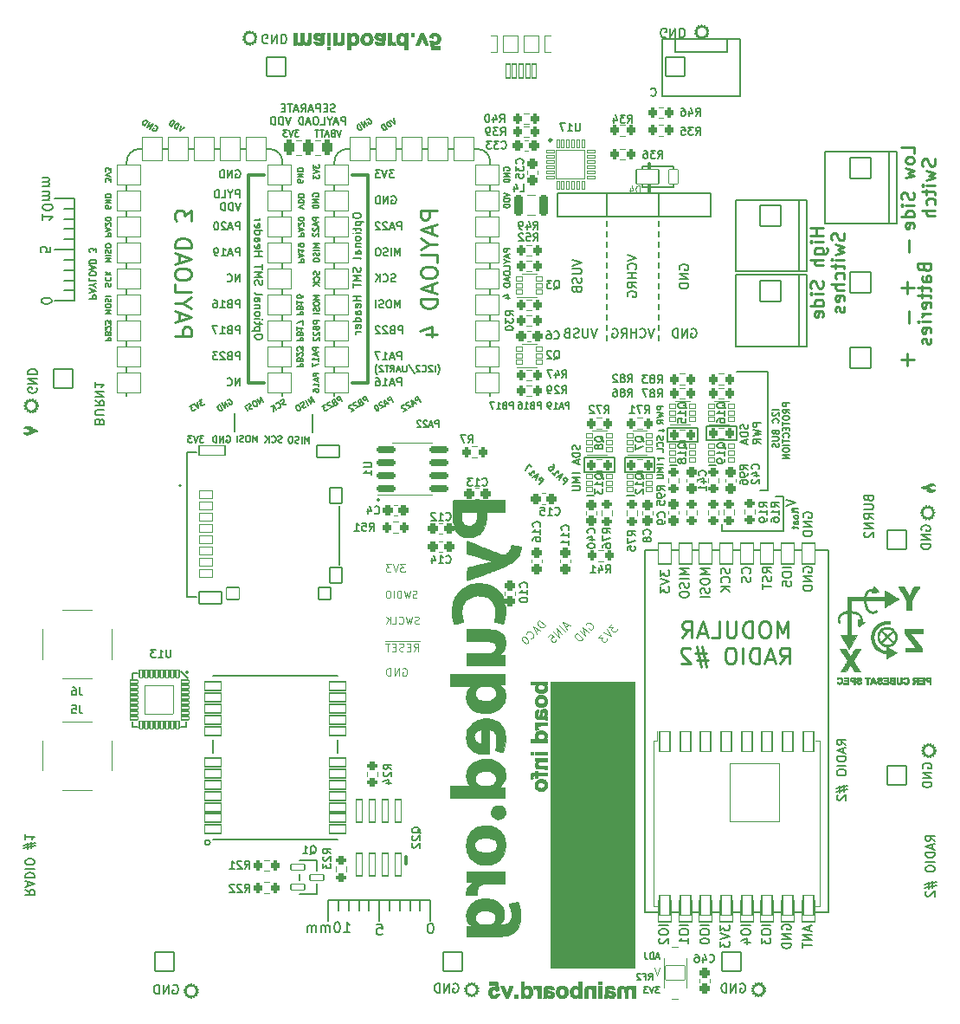
<source format=gbr>
%TF.GenerationSoftware,KiCad,Pcbnew,7.0.9*%
%TF.CreationDate,2024-01-23T11:42:20+00:00*%
%TF.ProjectId,mainboard,6d61696e-626f-4617-9264-2e6b69636164,rev?*%
%TF.SameCoordinates,Original*%
%TF.FileFunction,Legend,Bot*%
%TF.FilePolarity,Positive*%
%FSLAX46Y46*%
G04 Gerber Fmt 4.6, Leading zero omitted, Abs format (unit mm)*
G04 Created by KiCad (PCBNEW 7.0.9) date 2024-01-23 11:42:20*
%MOMM*%
%LPD*%
G01*
G04 APERTURE LIST*
G04 Aperture macros list*
%AMRoundRect*
0 Rectangle with rounded corners*
0 $1 Rounding radius*
0 $2 $3 $4 $5 $6 $7 $8 $9 X,Y pos of 4 corners*
0 Add a 4 corners polygon primitive as box body*
4,1,4,$2,$3,$4,$5,$6,$7,$8,$9,$2,$3,0*
0 Add four circle primitives for the rounded corners*
1,1,$1+$1,$2,$3*
1,1,$1+$1,$4,$5*
1,1,$1+$1,$6,$7*
1,1,$1+$1,$8,$9*
0 Add four rect primitives between the rounded corners*
20,1,$1+$1,$2,$3,$4,$5,0*
20,1,$1+$1,$4,$5,$6,$7,0*
20,1,$1+$1,$6,$7,$8,$9,0*
20,1,$1+$1,$8,$9,$2,$3,0*%
%AMFreePoly0*
4,1,39,0.785921,0.985921,0.800800,0.950000,0.800800,-0.950000,0.785921,-0.985921,0.750000,-1.000800,0.000000,-1.000800,-0.012322,-0.995696,-0.084376,-0.995696,-0.096533,-0.994220,-0.260380,-0.953835,-0.271831,-0.949492,-0.421253,-0.871070,-0.431332,-0.864113,-0.557645,-0.752210,-0.565766,-0.743043,-0.661627,-0.604163,-0.667318,-0.593320,-0.727158,-0.435535,-0.730089,-0.423644,-0.750615,-0.254600,
-0.750800,-0.251535,-0.750800,0.251535,-0.750615,0.254600,-0.730089,0.423644,-0.727158,0.435535,-0.667318,0.593320,-0.661627,0.604163,-0.565766,0.743043,-0.557645,0.752210,-0.431332,0.864113,-0.421253,0.871070,-0.271831,0.949492,-0.260380,0.953835,-0.096533,0.994220,-0.084376,0.995696,-0.012322,0.995696,0.000000,1.000800,0.750000,1.000800,0.785921,0.985921,0.785921,0.985921,
$1*%
%AMFreePoly1*
4,1,39,0.012322,0.995696,0.084376,0.995696,0.096533,0.994220,0.260380,0.953835,0.271831,0.949492,0.421253,0.871070,0.431332,0.864113,0.557645,0.752210,0.565766,0.743043,0.661627,0.604163,0.667318,0.593320,0.727158,0.435535,0.730089,0.423644,0.750615,0.254600,0.750800,0.251535,0.750800,-0.251535,0.750615,-0.254600,0.730089,-0.423644,0.727158,-0.435535,0.667318,-0.593320,
0.661627,-0.604163,0.565766,-0.743043,0.557645,-0.752210,0.431332,-0.864113,0.421253,-0.871070,0.271831,-0.949492,0.260380,-0.953835,0.096533,-0.994220,0.084376,-0.995696,0.012322,-0.995696,0.000000,-1.000800,-0.750000,-1.000800,-0.785921,-0.985921,-0.800800,-0.950000,-0.800800,0.950000,-0.785921,0.985921,-0.750000,1.000800,0.000000,1.000800,0.012322,0.995696,0.012322,0.995696,
$1*%
G04 Aperture macros list end*
%ADD10C,0.127000*%
%ADD11C,0.152400*%
%ADD12C,0.304800*%
%ADD13C,0.200000*%
%ADD14C,0.254000*%
%ADD15C,0.251460*%
%ADD16C,0.121920*%
%ADD17C,0.203200*%
%ADD18C,0.053200*%
%ADD19C,0.150000*%
%ADD20C,0.120000*%
%ADD21C,0.010000*%
%ADD22C,0.300000*%
%ADD23C,0.250000*%
%ADD24C,0.190500*%
%ADD25RoundRect,0.063500X0.812800X-0.406400X0.812800X0.406400X-0.812800X0.406400X-0.812800X-0.406400X0*%
%ADD26RoundRect,0.063500X0.381000X0.152400X-0.381000X0.152400X-0.381000X-0.152400X0.381000X-0.152400X0*%
%ADD27RoundRect,0.063500X0.152400X-0.381000X0.152400X0.381000X-0.152400X0.381000X-0.152400X-0.381000X0*%
%ADD28RoundRect,0.063500X-0.381000X-0.152400X0.381000X-0.152400X0.381000X0.152400X-0.381000X0.152400X0*%
%ADD29RoundRect,0.063500X-0.152400X0.381000X-0.152400X-0.381000X0.152400X-0.381000X0.152400X0.381000X0*%
%ADD30RoundRect,0.063500X1.397000X1.397000X-1.397000X1.397000X-1.397000X-1.397000X1.397000X-1.397000X0*%
%ADD31RoundRect,0.250800X-0.275000X0.200000X-0.275000X-0.200000X0.275000X-0.200000X0.275000X0.200000X0*%
%ADD32RoundRect,0.250800X-0.200000X-0.275000X0.200000X-0.275000X0.200000X0.275000X-0.200000X0.275000X0*%
%ADD33RoundRect,0.250800X0.200000X0.275000X-0.200000X0.275000X-0.200000X-0.275000X0.200000X-0.275000X0*%
%ADD34RoundRect,0.250800X0.275000X-0.200000X0.275000X0.200000X-0.275000X0.200000X-0.275000X-0.200000X0*%
%ADD35RoundRect,0.050800X-0.750000X-0.775000X0.750000X-0.775000X0.750000X0.775000X-0.750000X0.775000X0*%
%ADD36C,1.901600*%
%ADD37C,1.509600*%
%ADD38RoundRect,0.050800X0.225000X0.675000X-0.225000X0.675000X-0.225000X-0.675000X0.225000X-0.675000X0*%
%ADD39RoundRect,0.063500X-0.450000X-0.700000X0.450000X-0.700000X0.450000X0.700000X-0.450000X0.700000X0*%
%ADD40RoundRect,0.063500X-1.100000X-0.700000X1.100000X-0.700000X1.100000X0.700000X-1.100000X0.700000X0*%
%ADD41RoundRect,0.063500X-0.939800X0.939800X-0.939800X-0.939800X0.939800X-0.939800X0.939800X0.939800X0*%
%ADD42C,2.006600*%
%ADD43RoundRect,0.063500X0.939800X-0.939800X0.939800X0.939800X-0.939800X0.939800X-0.939800X-0.939800X0*%
%ADD44RoundRect,0.063500X-0.939800X-0.939800X0.939800X-0.939800X0.939800X0.939800X-0.939800X0.939800X0*%
%ADD45RoundRect,0.063500X0.939800X0.939800X-0.939800X0.939800X-0.939800X-0.939800X0.939800X-0.939800X0*%
%ADD46RoundRect,0.063500X1.016000X-1.016000X1.016000X1.016000X-1.016000X1.016000X-1.016000X-1.016000X0*%
%ADD47C,2.159000*%
%ADD48O,1.801600X1.801600*%
%ADD49C,5.701600*%
%ADD50C,0.751600*%
%ADD51O,1.101600X2.201600*%
%ADD52O,1.101600X1.701600*%
%ADD53C,2.133600*%
%ADD54C,2.151600*%
%ADD55C,2.351600*%
%ADD56RoundRect,0.269550X-0.218750X-0.256250X0.218750X-0.256250X0.218750X0.256250X-0.218750X0.256250X0*%
%ADD57RoundRect,0.269550X0.256250X-0.218750X0.256250X0.218750X-0.256250X0.218750X-0.256250X-0.218750X0*%
%ADD58RoundRect,0.050800X0.304800X1.104900X-0.304800X1.104900X-0.304800X-1.104900X0.304800X-1.104900X0*%
%ADD59RoundRect,0.063500X0.660400X-0.279400X0.660400X0.279400X-0.660400X0.279400X-0.660400X-0.279400X0*%
%ADD60RoundRect,0.063500X-1.143000X-0.990600X1.143000X-0.990600X1.143000X0.990600X-1.143000X0.990600X0*%
%ADD61RoundRect,0.063500X0.990600X-1.143000X0.990600X1.143000X-0.990600X1.143000X-0.990600X-1.143000X0*%
%ADD62RoundRect,0.063500X-0.620000X0.400000X-0.620000X-0.400000X0.620000X-0.400000X0.620000X0.400000X0*%
%ADD63RoundRect,0.063500X-0.600000X0.580000X-0.600000X-0.580000X0.600000X-0.580000X0.600000X0.580000X0*%
%ADD64RoundRect,0.063500X-1.250000X0.475000X-1.250000X-0.475000X1.250000X-0.475000X1.250000X0.475000X0*%
%ADD65RoundRect,0.063500X-1.100000X0.575000X-1.100000X-0.575000X1.100000X-0.575000X1.100000X0.575000X0*%
%ADD66RoundRect,0.063500X-0.575000X0.750000X-0.575000X-0.750000X0.575000X-0.750000X0.575000X0.750000X0*%
%ADD67RoundRect,0.063500X-0.625000X0.580000X-0.625000X-0.580000X0.625000X-0.580000X0.625000X0.580000X0*%
%ADD68RoundRect,0.269550X-0.256250X0.218750X-0.256250X-0.218750X0.256250X-0.218750X0.256250X0.218750X0*%
%ADD69RoundRect,0.269550X0.218750X0.256250X-0.218750X0.256250X-0.218750X-0.256250X0.218750X-0.256250X0*%
%ADD70RoundRect,0.200800X-0.725000X-0.150000X0.725000X-0.150000X0.725000X0.150000X-0.725000X0.150000X0*%
%ADD71C,2.000000*%
%ADD72RoundRect,0.063500X-0.650000X1.000000X-0.650000X-1.000000X0.650000X-1.000000X0.650000X1.000000X0*%
%ADD73RoundRect,0.063500X-2.400000X2.849999X-2.400000X-2.849999X2.400000X-2.849999X2.400000X2.849999X0*%
%ADD74RoundRect,0.050800X0.150000X0.400000X-0.150000X0.400000X-0.150000X-0.400000X0.150000X-0.400000X0*%
%ADD75RoundRect,0.050800X-0.400000X0.150000X-0.400000X-0.150000X0.400000X-0.150000X0.400000X0.150000X0*%
%ADD76RoundRect,0.050800X-1.400000X1.400000X-1.400000X-1.400000X1.400000X-1.400000X1.400000X1.400000X0*%
%ADD77RoundRect,0.228400X-0.222400X-0.822400X0.222400X-0.822400X0.222400X0.822400X-0.222400X0.822400X0*%
%ADD78RoundRect,0.050800X-0.300000X0.200000X-0.300000X-0.200000X0.300000X-0.200000X0.300000X0.200000X0*%
%ADD79RoundRect,0.050800X-0.325000X-0.200000X0.325000X-0.200000X0.325000X0.200000X-0.325000X0.200000X0*%
%ADD80RoundRect,0.294550X-0.243750X-0.456250X0.243750X-0.456250X0.243750X0.456250X-0.243750X0.456250X0*%
%ADD81RoundRect,0.063500X-1.016000X1.016000X-1.016000X-1.016000X1.016000X-1.016000X1.016000X1.016000X0*%
%ADD82C,1.501600*%
%ADD83RoundRect,0.050800X-0.500000X1.000000X-0.500000X-1.000000X0.500000X-1.000000X0.500000X1.000000X0*%
%ADD84FreePoly0,270.000000*%
%ADD85RoundRect,0.050800X-0.950000X0.700000X-0.950000X-0.700000X0.950000X-0.700000X0.950000X0.700000X0*%
%ADD86FreePoly1,270.000000*%
G04 APERTURE END LIST*
D10*
X52793900Y79286100D02*
X52793900Y77000100D01*
X52793900Y77000100D02*
X67779900Y77000100D01*
X67779900Y77000100D02*
X67779900Y79286100D01*
X67779900Y79286100D02*
X52793900Y79286100D01*
X57619900Y68491100D02*
X57619900Y67983100D01*
X57619900Y68999100D02*
X57619900Y69507100D01*
X57619900Y70523100D02*
X57619900Y70015100D01*
X57619900Y71539100D02*
X57619900Y71031100D01*
X57619900Y73571100D02*
X57619900Y73063100D01*
X57619900Y72047100D02*
X57619900Y72555100D01*
X57619900Y74587100D02*
X57619900Y74079100D01*
X57619900Y76619100D02*
X57619900Y76111100D01*
X57619900Y75095100D02*
X57619900Y75603100D01*
X57619900Y66967100D02*
X57619900Y67475100D01*
X57619900Y65951100D02*
X57619900Y66459100D01*
X57619900Y64935100D02*
X57619900Y65443100D01*
X67335400Y56515000D02*
X67335400Y55118000D01*
X70256400Y56515000D02*
X67335400Y56515000D01*
X70256400Y56515000D02*
X70256400Y55118000D01*
X70256400Y55118000D02*
X67335400Y55118000D01*
X66446400Y56362600D02*
X66446400Y54965600D01*
X66446400Y54965600D02*
X63525400Y54965600D01*
X66446400Y56362600D02*
X63525400Y56362600D01*
X63525400Y56362600D02*
X63525400Y54965600D01*
X62255400Y52044600D02*
X59334400Y52044600D01*
X62255400Y53441600D02*
X59334400Y53441600D01*
X62255400Y53441600D02*
X62255400Y52044600D01*
X59334400Y53441600D02*
X59334400Y52044600D01*
X55397400Y53441600D02*
X55397400Y52044600D01*
X58318400Y53441600D02*
X58318400Y52044600D01*
X58318400Y53441600D02*
X55397400Y53441600D01*
X58318400Y52044600D02*
X55397400Y52044600D01*
D11*
X63207900Y56108600D02*
X63080900Y56235600D01*
X63207900Y56108600D02*
X62636400Y56108600D01*
X63207900Y56108600D02*
X63080900Y55981600D01*
X62572900Y53378100D02*
X62699900Y53251100D01*
X62572900Y53378100D02*
X63144400Y53378100D01*
X62572900Y53378100D02*
X62699900Y53505100D01*
D10*
X74129900Y49695100D02*
X74828400Y49695100D01*
X74828400Y49695100D02*
X74828400Y46266100D01*
X72605900Y50266600D02*
X73304400Y50266600D01*
X73304400Y50266600D02*
X73304400Y61887100D01*
X70319900Y61887100D02*
X73304400Y61887100D01*
D11*
X28790900Y55918100D02*
X28790900Y57696100D01*
X21170900Y55981600D02*
X21170900Y57759600D01*
D10*
X62699900Y77000100D02*
X62699900Y79286100D01*
X62699900Y70523100D02*
X62699900Y70015100D01*
X62699900Y68999100D02*
X62699900Y69507100D01*
X62699900Y68491100D02*
X62699900Y67983100D01*
X62699900Y64935100D02*
X62699900Y65443100D01*
X62699900Y65951100D02*
X62699900Y66459100D01*
X62699900Y76619100D02*
X62699900Y76111100D01*
X62699900Y73571100D02*
X62699900Y73063100D01*
X62699900Y71539100D02*
X62699900Y71031100D01*
X62699900Y75095100D02*
X62699900Y75603100D01*
X62699900Y72047100D02*
X62699900Y72555100D01*
X62699900Y66967100D02*
X62699900Y67475100D01*
X62699900Y74587100D02*
X62699900Y74079100D01*
D12*
X22567900Y81064100D02*
X22567900Y60744100D01*
X22567900Y81064100D02*
X24091900Y81064100D01*
X22562820Y60744100D02*
X24086820Y60744100D01*
X32727900Y60756800D02*
X34251900Y60756800D01*
X34251900Y81076800D02*
X34251900Y60756800D01*
X32727900Y81076800D02*
X34251900Y81076800D01*
D10*
X74828400Y46266100D02*
X68859400Y46266100D01*
X68859400Y46266100D02*
X68859400Y46964600D01*
X57619900Y79286100D02*
X57619900Y77000100D01*
D13*
X35394900Y49314100D02*
G75*
G03*
X35394900Y49314100I-127000J0D01*
G01*
D10*
X712299Y11257549D02*
X1135633Y10961216D01*
X712299Y10749549D02*
X1601299Y10749549D01*
X1601299Y10749549D02*
X1601299Y11088216D01*
X1601299Y11088216D02*
X1558966Y11172882D01*
X1558966Y11172882D02*
X1516633Y11215216D01*
X1516633Y11215216D02*
X1431966Y11257549D01*
X1431966Y11257549D02*
X1304966Y11257549D01*
X1304966Y11257549D02*
X1220299Y11215216D01*
X1220299Y11215216D02*
X1177966Y11172882D01*
X1177966Y11172882D02*
X1135633Y11088216D01*
X1135633Y11088216D02*
X1135633Y10749549D01*
X966299Y11596216D02*
X966299Y12019549D01*
X712299Y11511549D02*
X1601299Y11807882D01*
X1601299Y11807882D02*
X712299Y12104216D01*
X712299Y12400549D02*
X1601299Y12400549D01*
X1601299Y12400549D02*
X1601299Y12612216D01*
X1601299Y12612216D02*
X1558966Y12739216D01*
X1558966Y12739216D02*
X1474299Y12823882D01*
X1474299Y12823882D02*
X1389633Y12866216D01*
X1389633Y12866216D02*
X1220299Y12908549D01*
X1220299Y12908549D02*
X1093299Y12908549D01*
X1093299Y12908549D02*
X923966Y12866216D01*
X923966Y12866216D02*
X839299Y12823882D01*
X839299Y12823882D02*
X754633Y12739216D01*
X754633Y12739216D02*
X712299Y12612216D01*
X712299Y12612216D02*
X712299Y12400549D01*
X712299Y13289549D02*
X1601299Y13289549D01*
X1601299Y13882215D02*
X1601299Y14051549D01*
X1601299Y14051549D02*
X1558966Y14136215D01*
X1558966Y14136215D02*
X1474299Y14220882D01*
X1474299Y14220882D02*
X1304966Y14263215D01*
X1304966Y14263215D02*
X1008633Y14263215D01*
X1008633Y14263215D02*
X839299Y14220882D01*
X839299Y14220882D02*
X754633Y14136215D01*
X754633Y14136215D02*
X712299Y14051549D01*
X712299Y14051549D02*
X712299Y13882215D01*
X712299Y13882215D02*
X754633Y13797549D01*
X754633Y13797549D02*
X839299Y13712882D01*
X839299Y13712882D02*
X1008633Y13670549D01*
X1008633Y13670549D02*
X1304966Y13670549D01*
X1304966Y13670549D02*
X1474299Y13712882D01*
X1474299Y13712882D02*
X1558966Y13797549D01*
X1558966Y13797549D02*
X1601299Y13882215D01*
X1304966Y15279215D02*
X1304966Y15914215D01*
X1685966Y15533215D02*
X542966Y15279215D01*
X923966Y15829548D02*
X923966Y15194548D01*
X542966Y15575548D02*
X1685966Y15829548D01*
X712299Y16676215D02*
X712299Y16168215D01*
X712299Y16422215D02*
X1601299Y16422215D01*
X1601299Y16422215D02*
X1474299Y16337548D01*
X1474299Y16337548D02*
X1389633Y16252881D01*
X1389633Y16252881D02*
X1347299Y16168215D01*
D14*
X78774568Y75863149D02*
X77504568Y75863149D01*
X78109330Y75863149D02*
X78109330Y75137434D01*
X78774568Y75137434D02*
X77504568Y75137434D01*
X78774568Y74532673D02*
X77927901Y74532673D01*
X77504568Y74532673D02*
X77565044Y74593149D01*
X77565044Y74593149D02*
X77625520Y74532673D01*
X77625520Y74532673D02*
X77565044Y74472196D01*
X77565044Y74472196D02*
X77504568Y74532673D01*
X77504568Y74532673D02*
X77625520Y74532673D01*
X77927901Y73383625D02*
X78955996Y73383625D01*
X78955996Y73383625D02*
X79076949Y73444101D01*
X79076949Y73444101D02*
X79137425Y73504577D01*
X79137425Y73504577D02*
X79197901Y73625530D01*
X79197901Y73625530D02*
X79197901Y73806958D01*
X79197901Y73806958D02*
X79137425Y73927911D01*
X78714092Y73383625D02*
X78774568Y73504577D01*
X78774568Y73504577D02*
X78774568Y73746482D01*
X78774568Y73746482D02*
X78714092Y73867434D01*
X78714092Y73867434D02*
X78653615Y73927911D01*
X78653615Y73927911D02*
X78532663Y73988387D01*
X78532663Y73988387D02*
X78169806Y73988387D01*
X78169806Y73988387D02*
X78048853Y73927911D01*
X78048853Y73927911D02*
X77988377Y73867434D01*
X77988377Y73867434D02*
X77927901Y73746482D01*
X77927901Y73746482D02*
X77927901Y73504577D01*
X77927901Y73504577D02*
X77988377Y73383625D01*
X78774568Y72778863D02*
X77504568Y72778863D01*
X78774568Y72234577D02*
X78109330Y72234577D01*
X78109330Y72234577D02*
X77988377Y72295053D01*
X77988377Y72295053D02*
X77927901Y72416005D01*
X77927901Y72416005D02*
X77927901Y72597434D01*
X77927901Y72597434D02*
X77988377Y72718386D01*
X77988377Y72718386D02*
X78048853Y72778863D01*
X78714092Y70722672D02*
X78774568Y70541243D01*
X78774568Y70541243D02*
X78774568Y70238862D01*
X78774568Y70238862D02*
X78714092Y70117910D01*
X78714092Y70117910D02*
X78653615Y70057434D01*
X78653615Y70057434D02*
X78532663Y69996957D01*
X78532663Y69996957D02*
X78411711Y69996957D01*
X78411711Y69996957D02*
X78290758Y70057434D01*
X78290758Y70057434D02*
X78230282Y70117910D01*
X78230282Y70117910D02*
X78169806Y70238862D01*
X78169806Y70238862D02*
X78109330Y70480767D01*
X78109330Y70480767D02*
X78048853Y70601719D01*
X78048853Y70601719D02*
X77988377Y70662196D01*
X77988377Y70662196D02*
X77867425Y70722672D01*
X77867425Y70722672D02*
X77746472Y70722672D01*
X77746472Y70722672D02*
X77625520Y70662196D01*
X77625520Y70662196D02*
X77565044Y70601719D01*
X77565044Y70601719D02*
X77504568Y70480767D01*
X77504568Y70480767D02*
X77504568Y70178386D01*
X77504568Y70178386D02*
X77565044Y69996957D01*
X78774568Y69452672D02*
X77927901Y69452672D01*
X77504568Y69452672D02*
X77565044Y69513148D01*
X77565044Y69513148D02*
X77625520Y69452672D01*
X77625520Y69452672D02*
X77565044Y69392195D01*
X77565044Y69392195D02*
X77504568Y69452672D01*
X77504568Y69452672D02*
X77625520Y69452672D01*
X78774568Y68303624D02*
X77504568Y68303624D01*
X78714092Y68303624D02*
X78774568Y68424576D01*
X78774568Y68424576D02*
X78774568Y68666481D01*
X78774568Y68666481D02*
X78714092Y68787433D01*
X78714092Y68787433D02*
X78653615Y68847910D01*
X78653615Y68847910D02*
X78532663Y68908386D01*
X78532663Y68908386D02*
X78169806Y68908386D01*
X78169806Y68908386D02*
X78048853Y68847910D01*
X78048853Y68847910D02*
X77988377Y68787433D01*
X77988377Y68787433D02*
X77927901Y68666481D01*
X77927901Y68666481D02*
X77927901Y68424576D01*
X77927901Y68424576D02*
X77988377Y68303624D01*
X78714092Y67215052D02*
X78774568Y67336004D01*
X78774568Y67336004D02*
X78774568Y67577909D01*
X78774568Y67577909D02*
X78714092Y67698862D01*
X78714092Y67698862D02*
X78593139Y67759338D01*
X78593139Y67759338D02*
X78109330Y67759338D01*
X78109330Y67759338D02*
X77988377Y67698862D01*
X77988377Y67698862D02*
X77927901Y67577909D01*
X77927901Y67577909D02*
X77927901Y67336004D01*
X77927901Y67336004D02*
X77988377Y67215052D01*
X77988377Y67215052D02*
X78109330Y67154576D01*
X78109330Y67154576D02*
X78230282Y67154576D01*
X78230282Y67154576D02*
X78351234Y67759338D01*
X80758792Y75409576D02*
X80819268Y75228147D01*
X80819268Y75228147D02*
X80819268Y74925766D01*
X80819268Y74925766D02*
X80758792Y74804814D01*
X80758792Y74804814D02*
X80698315Y74744338D01*
X80698315Y74744338D02*
X80577363Y74683861D01*
X80577363Y74683861D02*
X80456411Y74683861D01*
X80456411Y74683861D02*
X80335458Y74744338D01*
X80335458Y74744338D02*
X80274982Y74804814D01*
X80274982Y74804814D02*
X80214506Y74925766D01*
X80214506Y74925766D02*
X80154030Y75167671D01*
X80154030Y75167671D02*
X80093553Y75288623D01*
X80093553Y75288623D02*
X80033077Y75349100D01*
X80033077Y75349100D02*
X79912125Y75409576D01*
X79912125Y75409576D02*
X79791172Y75409576D01*
X79791172Y75409576D02*
X79670220Y75349100D01*
X79670220Y75349100D02*
X79609744Y75288623D01*
X79609744Y75288623D02*
X79549268Y75167671D01*
X79549268Y75167671D02*
X79549268Y74865290D01*
X79549268Y74865290D02*
X79609744Y74683861D01*
X79972601Y74260528D02*
X80819268Y74018623D01*
X80819268Y74018623D02*
X80214506Y73776718D01*
X80214506Y73776718D02*
X80819268Y73534814D01*
X80819268Y73534814D02*
X79972601Y73292909D01*
X80819268Y72809100D02*
X79972601Y72809100D01*
X79549268Y72809100D02*
X79609744Y72869576D01*
X79609744Y72869576D02*
X79670220Y72809100D01*
X79670220Y72809100D02*
X79609744Y72748623D01*
X79609744Y72748623D02*
X79549268Y72809100D01*
X79549268Y72809100D02*
X79670220Y72809100D01*
X79972601Y72385766D02*
X79972601Y71901957D01*
X79549268Y72204338D02*
X80637839Y72204338D01*
X80637839Y72204338D02*
X80758792Y72143861D01*
X80758792Y72143861D02*
X80819268Y72022909D01*
X80819268Y72022909D02*
X80819268Y71901957D01*
X80758792Y70934338D02*
X80819268Y71055290D01*
X80819268Y71055290D02*
X80819268Y71297195D01*
X80819268Y71297195D02*
X80758792Y71418147D01*
X80758792Y71418147D02*
X80698315Y71478624D01*
X80698315Y71478624D02*
X80577363Y71539100D01*
X80577363Y71539100D02*
X80214506Y71539100D01*
X80214506Y71539100D02*
X80093553Y71478624D01*
X80093553Y71478624D02*
X80033077Y71418147D01*
X80033077Y71418147D02*
X79972601Y71297195D01*
X79972601Y71297195D02*
X79972601Y71055290D01*
X79972601Y71055290D02*
X80033077Y70934338D01*
X80819268Y70390053D02*
X79549268Y70390053D01*
X80819268Y69845767D02*
X80154030Y69845767D01*
X80154030Y69845767D02*
X80033077Y69906243D01*
X80033077Y69906243D02*
X79972601Y70027195D01*
X79972601Y70027195D02*
X79972601Y70208624D01*
X79972601Y70208624D02*
X80033077Y70329576D01*
X80033077Y70329576D02*
X80093553Y70390053D01*
X80758792Y68757195D02*
X80819268Y68878147D01*
X80819268Y68878147D02*
X80819268Y69120052D01*
X80819268Y69120052D02*
X80758792Y69241005D01*
X80758792Y69241005D02*
X80637839Y69301481D01*
X80637839Y69301481D02*
X80154030Y69301481D01*
X80154030Y69301481D02*
X80033077Y69241005D01*
X80033077Y69241005D02*
X79972601Y69120052D01*
X79972601Y69120052D02*
X79972601Y68878147D01*
X79972601Y68878147D02*
X80033077Y68757195D01*
X80033077Y68757195D02*
X80154030Y68696719D01*
X80154030Y68696719D02*
X80274982Y68696719D01*
X80274982Y68696719D02*
X80395934Y69301481D01*
X80758792Y68212910D02*
X80819268Y68091957D01*
X80819268Y68091957D02*
X80819268Y67850053D01*
X80819268Y67850053D02*
X80758792Y67729100D01*
X80758792Y67729100D02*
X80637839Y67668624D01*
X80637839Y67668624D02*
X80577363Y67668624D01*
X80577363Y67668624D02*
X80456411Y67729100D01*
X80456411Y67729100D02*
X80395934Y67850053D01*
X80395934Y67850053D02*
X80395934Y68031481D01*
X80395934Y68031481D02*
X80335458Y68152434D01*
X80335458Y68152434D02*
X80214506Y68212910D01*
X80214506Y68212910D02*
X80154030Y68212910D01*
X80154030Y68212910D02*
X80033077Y68152434D01*
X80033077Y68152434D02*
X79972601Y68031481D01*
X79972601Y68031481D02*
X79972601Y67850053D01*
X79972601Y67850053D02*
X80033077Y67729100D01*
X15324690Y65305204D02*
X16917270Y65305204D01*
X16917270Y65305204D02*
X16917270Y65911901D01*
X16917270Y65911901D02*
X16841433Y66063576D01*
X16841433Y66063576D02*
X16765596Y66139413D01*
X16765596Y66139413D02*
X16613922Y66215250D01*
X16613922Y66215250D02*
X16386410Y66215250D01*
X16386410Y66215250D02*
X16234736Y66139413D01*
X16234736Y66139413D02*
X16158899Y66063576D01*
X16158899Y66063576D02*
X16083062Y65911901D01*
X16083062Y65911901D02*
X16083062Y65305204D01*
X15779713Y66821947D02*
X15779713Y67580318D01*
X15324690Y66670273D02*
X16917270Y67201133D01*
X16917270Y67201133D02*
X15324690Y67731993D01*
X16083062Y68566202D02*
X15324690Y68566202D01*
X16917270Y68035342D02*
X16083062Y68566202D01*
X16083062Y68566202D02*
X16917270Y69097062D01*
X15324690Y70386294D02*
X15324690Y69627922D01*
X15324690Y69627922D02*
X16917270Y69627922D01*
X16917270Y71220502D02*
X16917270Y71523850D01*
X16917270Y71523850D02*
X16841433Y71675525D01*
X16841433Y71675525D02*
X16689759Y71827199D01*
X16689759Y71827199D02*
X16386410Y71903036D01*
X16386410Y71903036D02*
X15855550Y71903036D01*
X15855550Y71903036D02*
X15552202Y71827199D01*
X15552202Y71827199D02*
X15400528Y71675525D01*
X15400528Y71675525D02*
X15324690Y71523850D01*
X15324690Y71523850D02*
X15324690Y71220502D01*
X15324690Y71220502D02*
X15400528Y71068827D01*
X15400528Y71068827D02*
X15552202Y70917153D01*
X15552202Y70917153D02*
X15855550Y70841316D01*
X15855550Y70841316D02*
X16386410Y70841316D01*
X16386410Y70841316D02*
X16689759Y70917153D01*
X16689759Y70917153D02*
X16841433Y71068827D01*
X16841433Y71068827D02*
X16917270Y71220502D01*
X15779713Y72509733D02*
X15779713Y73268104D01*
X15324690Y72358059D02*
X16917270Y72888919D01*
X16917270Y72888919D02*
X15324690Y73419779D01*
X15324690Y73950639D02*
X16917270Y73950639D01*
X16917270Y73950639D02*
X16917270Y74329825D01*
X16917270Y74329825D02*
X16841433Y74557336D01*
X16841433Y74557336D02*
X16689759Y74709011D01*
X16689759Y74709011D02*
X16538085Y74784848D01*
X16538085Y74784848D02*
X16234736Y74860685D01*
X16234736Y74860685D02*
X16007225Y74860685D01*
X16007225Y74860685D02*
X15703876Y74784848D01*
X15703876Y74784848D02*
X15552202Y74709011D01*
X15552202Y74709011D02*
X15400528Y74557336D01*
X15400528Y74557336D02*
X15324690Y74329825D01*
X15324690Y74329825D02*
X15324690Y73950639D01*
X16917270Y76604939D02*
X16917270Y77590822D01*
X16917270Y77590822D02*
X16310573Y77059962D01*
X16310573Y77059962D02*
X16310573Y77287473D01*
X16310573Y77287473D02*
X16234736Y77439147D01*
X16234736Y77439147D02*
X16158899Y77514985D01*
X16158899Y77514985D02*
X16007225Y77590822D01*
X16007225Y77590822D02*
X15628039Y77590822D01*
X15628039Y77590822D02*
X15476365Y77514985D01*
X15476365Y77514985D02*
X15400528Y77439147D01*
X15400528Y77439147D02*
X15324690Y77287473D01*
X15324690Y77287473D02*
X15324690Y76832450D01*
X15324690Y76832450D02*
X15400528Y76680776D01*
X15400528Y76680776D02*
X15476365Y76604939D01*
X75311906Y35847891D02*
X75311906Y37440471D01*
X75311906Y37440471D02*
X74781046Y36302914D01*
X74781046Y36302914D02*
X74250186Y37440471D01*
X74250186Y37440471D02*
X74250186Y35847891D01*
X73188466Y37440471D02*
X72885118Y37440471D01*
X72885118Y37440471D02*
X72733443Y37364634D01*
X72733443Y37364634D02*
X72581769Y37212960D01*
X72581769Y37212960D02*
X72505932Y36909611D01*
X72505932Y36909611D02*
X72505932Y36378751D01*
X72505932Y36378751D02*
X72581769Y36075403D01*
X72581769Y36075403D02*
X72733443Y35923728D01*
X72733443Y35923728D02*
X72885118Y35847891D01*
X72885118Y35847891D02*
X73188466Y35847891D01*
X73188466Y35847891D02*
X73340141Y35923728D01*
X73340141Y35923728D02*
X73491815Y36075403D01*
X73491815Y36075403D02*
X73567652Y36378751D01*
X73567652Y36378751D02*
X73567652Y36909611D01*
X73567652Y36909611D02*
X73491815Y37212960D01*
X73491815Y37212960D02*
X73340141Y37364634D01*
X73340141Y37364634D02*
X73188466Y37440471D01*
X71823398Y35847891D02*
X71823398Y37440471D01*
X71823398Y37440471D02*
X71444212Y37440471D01*
X71444212Y37440471D02*
X71216701Y37364634D01*
X71216701Y37364634D02*
X71065026Y37212960D01*
X71065026Y37212960D02*
X70989189Y37061286D01*
X70989189Y37061286D02*
X70913352Y36757937D01*
X70913352Y36757937D02*
X70913352Y36530426D01*
X70913352Y36530426D02*
X70989189Y36227077D01*
X70989189Y36227077D02*
X71065026Y36075403D01*
X71065026Y36075403D02*
X71216701Y35923728D01*
X71216701Y35923728D02*
X71444212Y35847891D01*
X71444212Y35847891D02*
X71823398Y35847891D01*
X70230818Y37440471D02*
X70230818Y36151240D01*
X70230818Y36151240D02*
X70154981Y35999566D01*
X70154981Y35999566D02*
X70079144Y35923728D01*
X70079144Y35923728D02*
X69927469Y35847891D01*
X69927469Y35847891D02*
X69624121Y35847891D01*
X69624121Y35847891D02*
X69472446Y35923728D01*
X69472446Y35923728D02*
X69396609Y35999566D01*
X69396609Y35999566D02*
X69320772Y36151240D01*
X69320772Y36151240D02*
X69320772Y37440471D01*
X67804029Y35847891D02*
X68562401Y35847891D01*
X68562401Y35847891D02*
X68562401Y37440471D01*
X67349007Y36302914D02*
X66590636Y36302914D01*
X67500681Y35847891D02*
X66969821Y37440471D01*
X66969821Y37440471D02*
X66438961Y35847891D01*
X64998055Y35847891D02*
X65528915Y36606263D01*
X65908101Y35847891D02*
X65908101Y37440471D01*
X65908101Y37440471D02*
X65301404Y37440471D01*
X65301404Y37440471D02*
X65149729Y37364634D01*
X65149729Y37364634D02*
X65073892Y37288797D01*
X65073892Y37288797D02*
X64998055Y37137123D01*
X64998055Y37137123D02*
X64998055Y36909611D01*
X64998055Y36909611D02*
X65073892Y36757937D01*
X65073892Y36757937D02*
X65149729Y36682100D01*
X65149729Y36682100D02*
X65301404Y36606263D01*
X65301404Y36606263D02*
X65908101Y36606263D01*
X74553535Y33283837D02*
X75084395Y34042209D01*
X75463581Y33283837D02*
X75463581Y34876417D01*
X75463581Y34876417D02*
X74856884Y34876417D01*
X74856884Y34876417D02*
X74705209Y34800580D01*
X74705209Y34800580D02*
X74629372Y34724743D01*
X74629372Y34724743D02*
X74553535Y34573069D01*
X74553535Y34573069D02*
X74553535Y34345557D01*
X74553535Y34345557D02*
X74629372Y34193883D01*
X74629372Y34193883D02*
X74705209Y34118046D01*
X74705209Y34118046D02*
X74856884Y34042209D01*
X74856884Y34042209D02*
X75463581Y34042209D01*
X73946838Y33738860D02*
X73188467Y33738860D01*
X74098512Y33283837D02*
X73567652Y34876417D01*
X73567652Y34876417D02*
X73036792Y33283837D01*
X72505932Y33283837D02*
X72505932Y34876417D01*
X72505932Y34876417D02*
X72126746Y34876417D01*
X72126746Y34876417D02*
X71899235Y34800580D01*
X71899235Y34800580D02*
X71747560Y34648906D01*
X71747560Y34648906D02*
X71671723Y34497232D01*
X71671723Y34497232D02*
X71595886Y34193883D01*
X71595886Y34193883D02*
X71595886Y33966372D01*
X71595886Y33966372D02*
X71671723Y33663023D01*
X71671723Y33663023D02*
X71747560Y33511349D01*
X71747560Y33511349D02*
X71899235Y33359674D01*
X71899235Y33359674D02*
X72126746Y33283837D01*
X72126746Y33283837D02*
X72505932Y33283837D01*
X70913352Y33283837D02*
X70913352Y34876417D01*
X69851632Y34876417D02*
X69548284Y34876417D01*
X69548284Y34876417D02*
X69396609Y34800580D01*
X69396609Y34800580D02*
X69244935Y34648906D01*
X69244935Y34648906D02*
X69169098Y34345557D01*
X69169098Y34345557D02*
X69169098Y33814697D01*
X69169098Y33814697D02*
X69244935Y33511349D01*
X69244935Y33511349D02*
X69396609Y33359674D01*
X69396609Y33359674D02*
X69548284Y33283837D01*
X69548284Y33283837D02*
X69851632Y33283837D01*
X69851632Y33283837D02*
X70003307Y33359674D01*
X70003307Y33359674D02*
X70154981Y33511349D01*
X70154981Y33511349D02*
X70230818Y33814697D01*
X70230818Y33814697D02*
X70230818Y34345557D01*
X70230818Y34345557D02*
X70154981Y34648906D01*
X70154981Y34648906D02*
X70003307Y34800580D01*
X70003307Y34800580D02*
X69851632Y34876417D01*
X67349007Y34345557D02*
X66211450Y34345557D01*
X66893984Y35028092D02*
X67349007Y32980489D01*
X66363124Y33663023D02*
X67500681Y33663023D01*
X66818147Y32980489D02*
X66363124Y35028092D01*
X65756427Y34724743D02*
X65680590Y34800580D01*
X65680590Y34800580D02*
X65528916Y34876417D01*
X65528916Y34876417D02*
X65149730Y34876417D01*
X65149730Y34876417D02*
X64998056Y34800580D01*
X64998056Y34800580D02*
X64922218Y34724743D01*
X64922218Y34724743D02*
X64846381Y34573069D01*
X64846381Y34573069D02*
X64846381Y34421394D01*
X64846381Y34421394D02*
X64922218Y34193883D01*
X64922218Y34193883D02*
X65832264Y33283837D01*
X65832264Y33283837D02*
X64846381Y33283837D01*
D10*
X76850833Y42285652D02*
X76808500Y42370319D01*
X76808500Y42370319D02*
X76808500Y42497319D01*
X76808500Y42497319D02*
X76850833Y42624319D01*
X76850833Y42624319D02*
X76935500Y42708985D01*
X76935500Y42708985D02*
X77020167Y42751319D01*
X77020167Y42751319D02*
X77189500Y42793652D01*
X77189500Y42793652D02*
X77316500Y42793652D01*
X77316500Y42793652D02*
X77485833Y42751319D01*
X77485833Y42751319D02*
X77570500Y42708985D01*
X77570500Y42708985D02*
X77655167Y42624319D01*
X77655167Y42624319D02*
X77697500Y42497319D01*
X77697500Y42497319D02*
X77697500Y42412652D01*
X77697500Y42412652D02*
X77655167Y42285652D01*
X77655167Y42285652D02*
X77612833Y42243319D01*
X77612833Y42243319D02*
X77316500Y42243319D01*
X77316500Y42243319D02*
X77316500Y42412652D01*
X77697500Y41862319D02*
X76808500Y41862319D01*
X76808500Y41862319D02*
X77697500Y41354319D01*
X77697500Y41354319D02*
X76808500Y41354319D01*
X77697500Y40930986D02*
X76808500Y40930986D01*
X76808500Y40930986D02*
X76808500Y40719319D01*
X76808500Y40719319D02*
X76850833Y40592319D01*
X76850833Y40592319D02*
X76935500Y40507652D01*
X76935500Y40507652D02*
X77020167Y40465319D01*
X77020167Y40465319D02*
X77189500Y40422986D01*
X77189500Y40422986D02*
X77316500Y40422986D01*
X77316500Y40422986D02*
X77485833Y40465319D01*
X77485833Y40465319D02*
X77570500Y40507652D01*
X77570500Y40507652D02*
X77655167Y40592319D01*
X77655167Y40592319D02*
X77697500Y40719319D01*
X77697500Y40719319D02*
X77697500Y40930986D01*
X75665500Y42687819D02*
X74776500Y42687819D01*
X74776500Y42095152D02*
X74776500Y41925819D01*
X74776500Y41925819D02*
X74818833Y41841152D01*
X74818833Y41841152D02*
X74903500Y41756486D01*
X74903500Y41756486D02*
X75072833Y41714152D01*
X75072833Y41714152D02*
X75369167Y41714152D01*
X75369167Y41714152D02*
X75538500Y41756486D01*
X75538500Y41756486D02*
X75623167Y41841152D01*
X75623167Y41841152D02*
X75665500Y41925819D01*
X75665500Y41925819D02*
X75665500Y42095152D01*
X75665500Y42095152D02*
X75623167Y42179819D01*
X75623167Y42179819D02*
X75538500Y42264486D01*
X75538500Y42264486D02*
X75369167Y42306819D01*
X75369167Y42306819D02*
X75072833Y42306819D01*
X75072833Y42306819D02*
X74903500Y42264486D01*
X74903500Y42264486D02*
X74818833Y42179819D01*
X74818833Y42179819D02*
X74776500Y42095152D01*
X74776500Y40909819D02*
X74776500Y41333153D01*
X74776500Y41333153D02*
X75199833Y41375486D01*
X75199833Y41375486D02*
X75157500Y41333153D01*
X75157500Y41333153D02*
X75115167Y41248486D01*
X75115167Y41248486D02*
X75115167Y41036819D01*
X75115167Y41036819D02*
X75157500Y40952153D01*
X75157500Y40952153D02*
X75199833Y40909819D01*
X75199833Y40909819D02*
X75284500Y40867486D01*
X75284500Y40867486D02*
X75496167Y40867486D01*
X75496167Y40867486D02*
X75580833Y40909819D01*
X75580833Y40909819D02*
X75623167Y40952153D01*
X75623167Y40952153D02*
X75665500Y41036819D01*
X75665500Y41036819D02*
X75665500Y41248486D01*
X75665500Y41248486D02*
X75623167Y41333153D01*
X75623167Y41333153D02*
X75580833Y41375486D01*
X69590667Y42645486D02*
X69633000Y42518486D01*
X69633000Y42518486D02*
X69633000Y42306819D01*
X69633000Y42306819D02*
X69590667Y42222153D01*
X69590667Y42222153D02*
X69548333Y42179819D01*
X69548333Y42179819D02*
X69463667Y42137486D01*
X69463667Y42137486D02*
X69379000Y42137486D01*
X69379000Y42137486D02*
X69294333Y42179819D01*
X69294333Y42179819D02*
X69252000Y42222153D01*
X69252000Y42222153D02*
X69209667Y42306819D01*
X69209667Y42306819D02*
X69167333Y42476153D01*
X69167333Y42476153D02*
X69125000Y42560819D01*
X69125000Y42560819D02*
X69082667Y42603153D01*
X69082667Y42603153D02*
X68998000Y42645486D01*
X68998000Y42645486D02*
X68913333Y42645486D01*
X68913333Y42645486D02*
X68828667Y42603153D01*
X68828667Y42603153D02*
X68786333Y42560819D01*
X68786333Y42560819D02*
X68744000Y42476153D01*
X68744000Y42476153D02*
X68744000Y42264486D01*
X68744000Y42264486D02*
X68786333Y42137486D01*
X69548333Y41248486D02*
X69590667Y41290819D01*
X69590667Y41290819D02*
X69633000Y41417819D01*
X69633000Y41417819D02*
X69633000Y41502486D01*
X69633000Y41502486D02*
X69590667Y41629486D01*
X69590667Y41629486D02*
X69506000Y41714152D01*
X69506000Y41714152D02*
X69421333Y41756486D01*
X69421333Y41756486D02*
X69252000Y41798819D01*
X69252000Y41798819D02*
X69125000Y41798819D01*
X69125000Y41798819D02*
X68955667Y41756486D01*
X68955667Y41756486D02*
X68871000Y41714152D01*
X68871000Y41714152D02*
X68786333Y41629486D01*
X68786333Y41629486D02*
X68744000Y41502486D01*
X68744000Y41502486D02*
X68744000Y41417819D01*
X68744000Y41417819D02*
X68786333Y41290819D01*
X68786333Y41290819D02*
X68828667Y41248486D01*
X69633000Y40867486D02*
X68744000Y40867486D01*
X69633000Y40359486D02*
X69125000Y40740486D01*
X68744000Y40359486D02*
X69252000Y40867486D01*
X62838500Y42454986D02*
X62838500Y41904653D01*
X62838500Y41904653D02*
X63177167Y42200986D01*
X63177167Y42200986D02*
X63177167Y42073986D01*
X63177167Y42073986D02*
X63219500Y41989320D01*
X63219500Y41989320D02*
X63261833Y41946986D01*
X63261833Y41946986D02*
X63346500Y41904653D01*
X63346500Y41904653D02*
X63558167Y41904653D01*
X63558167Y41904653D02*
X63642833Y41946986D01*
X63642833Y41946986D02*
X63685167Y41989320D01*
X63685167Y41989320D02*
X63727500Y42073986D01*
X63727500Y42073986D02*
X63727500Y42327986D01*
X63727500Y42327986D02*
X63685167Y42412653D01*
X63685167Y42412653D02*
X63642833Y42454986D01*
X62838500Y41650653D02*
X63727500Y41354319D01*
X63727500Y41354319D02*
X62838500Y41057986D01*
X62838500Y40846319D02*
X62838500Y40295986D01*
X62838500Y40295986D02*
X63177167Y40592319D01*
X63177167Y40592319D02*
X63177167Y40465319D01*
X63177167Y40465319D02*
X63219500Y40380653D01*
X63219500Y40380653D02*
X63261833Y40338319D01*
X63261833Y40338319D02*
X63346500Y40295986D01*
X63346500Y40295986D02*
X63558167Y40295986D01*
X63558167Y40295986D02*
X63642833Y40338319D01*
X63642833Y40338319D02*
X63685167Y40380653D01*
X63685167Y40380653D02*
X63727500Y40465319D01*
X63727500Y40465319D02*
X63727500Y40719319D01*
X63727500Y40719319D02*
X63685167Y40803986D01*
X63685167Y40803986D02*
X63642833Y40846319D01*
X73697000Y42200986D02*
X73273667Y42497319D01*
X73697000Y42708986D02*
X72808000Y42708986D01*
X72808000Y42708986D02*
X72808000Y42370319D01*
X72808000Y42370319D02*
X72850333Y42285652D01*
X72850333Y42285652D02*
X72892667Y42243319D01*
X72892667Y42243319D02*
X72977333Y42200986D01*
X72977333Y42200986D02*
X73104333Y42200986D01*
X73104333Y42200986D02*
X73189000Y42243319D01*
X73189000Y42243319D02*
X73231333Y42285652D01*
X73231333Y42285652D02*
X73273667Y42370319D01*
X73273667Y42370319D02*
X73273667Y42708986D01*
X73654667Y41862319D02*
X73697000Y41735319D01*
X73697000Y41735319D02*
X73697000Y41523652D01*
X73697000Y41523652D02*
X73654667Y41438986D01*
X73654667Y41438986D02*
X73612333Y41396652D01*
X73612333Y41396652D02*
X73527667Y41354319D01*
X73527667Y41354319D02*
X73443000Y41354319D01*
X73443000Y41354319D02*
X73358333Y41396652D01*
X73358333Y41396652D02*
X73316000Y41438986D01*
X73316000Y41438986D02*
X73273667Y41523652D01*
X73273667Y41523652D02*
X73231333Y41692986D01*
X73231333Y41692986D02*
X73189000Y41777652D01*
X73189000Y41777652D02*
X73146667Y41819986D01*
X73146667Y41819986D02*
X73062000Y41862319D01*
X73062000Y41862319D02*
X72977333Y41862319D01*
X72977333Y41862319D02*
X72892667Y41819986D01*
X72892667Y41819986D02*
X72850333Y41777652D01*
X72850333Y41777652D02*
X72808000Y41692986D01*
X72808000Y41692986D02*
X72808000Y41481319D01*
X72808000Y41481319D02*
X72850333Y41354319D01*
X72808000Y41100319D02*
X72808000Y40592319D01*
X73697000Y40846319D02*
X72808000Y40846319D01*
D15*
X87123148Y66571920D02*
X87123148Y67785314D01*
X86400458Y63056330D02*
X87613853Y63056330D01*
X87007155Y63663028D02*
X87007155Y62449633D01*
X87123148Y73508820D02*
X87123148Y74722214D01*
X86400458Y70058261D02*
X87613853Y70058261D01*
X87007155Y70664959D02*
X87007155Y69451564D01*
D14*
X87664568Y83197632D02*
X87664568Y83802394D01*
X87664568Y83802394D02*
X86394568Y83802394D01*
X87664568Y82592870D02*
X87604092Y82713822D01*
X87604092Y82713822D02*
X87543615Y82774299D01*
X87543615Y82774299D02*
X87422663Y82834775D01*
X87422663Y82834775D02*
X87059806Y82834775D01*
X87059806Y82834775D02*
X86938853Y82774299D01*
X86938853Y82774299D02*
X86878377Y82713822D01*
X86878377Y82713822D02*
X86817901Y82592870D01*
X86817901Y82592870D02*
X86817901Y82411441D01*
X86817901Y82411441D02*
X86878377Y82290489D01*
X86878377Y82290489D02*
X86938853Y82230013D01*
X86938853Y82230013D02*
X87059806Y82169537D01*
X87059806Y82169537D02*
X87422663Y82169537D01*
X87422663Y82169537D02*
X87543615Y82230013D01*
X87543615Y82230013D02*
X87604092Y82290489D01*
X87604092Y82290489D02*
X87664568Y82411441D01*
X87664568Y82411441D02*
X87664568Y82592870D01*
X86817901Y81746203D02*
X87664568Y81504298D01*
X87664568Y81504298D02*
X87059806Y81262393D01*
X87059806Y81262393D02*
X87664568Y81020489D01*
X87664568Y81020489D02*
X86817901Y80778584D01*
X87604092Y79387632D02*
X87664568Y79206203D01*
X87664568Y79206203D02*
X87664568Y78903822D01*
X87664568Y78903822D02*
X87604092Y78782870D01*
X87604092Y78782870D02*
X87543615Y78722394D01*
X87543615Y78722394D02*
X87422663Y78661917D01*
X87422663Y78661917D02*
X87301711Y78661917D01*
X87301711Y78661917D02*
X87180758Y78722394D01*
X87180758Y78722394D02*
X87120282Y78782870D01*
X87120282Y78782870D02*
X87059806Y78903822D01*
X87059806Y78903822D02*
X86999330Y79145727D01*
X86999330Y79145727D02*
X86938853Y79266679D01*
X86938853Y79266679D02*
X86878377Y79327156D01*
X86878377Y79327156D02*
X86757425Y79387632D01*
X86757425Y79387632D02*
X86636472Y79387632D01*
X86636472Y79387632D02*
X86515520Y79327156D01*
X86515520Y79327156D02*
X86455044Y79266679D01*
X86455044Y79266679D02*
X86394568Y79145727D01*
X86394568Y79145727D02*
X86394568Y78843346D01*
X86394568Y78843346D02*
X86455044Y78661917D01*
X87664568Y78117632D02*
X86817901Y78117632D01*
X86394568Y78117632D02*
X86455044Y78178108D01*
X86455044Y78178108D02*
X86515520Y78117632D01*
X86515520Y78117632D02*
X86455044Y78057155D01*
X86455044Y78057155D02*
X86394568Y78117632D01*
X86394568Y78117632D02*
X86515520Y78117632D01*
X87664568Y76968584D02*
X86394568Y76968584D01*
X87604092Y76968584D02*
X87664568Y77089536D01*
X87664568Y77089536D02*
X87664568Y77331441D01*
X87664568Y77331441D02*
X87604092Y77452393D01*
X87604092Y77452393D02*
X87543615Y77512870D01*
X87543615Y77512870D02*
X87422663Y77573346D01*
X87422663Y77573346D02*
X87059806Y77573346D01*
X87059806Y77573346D02*
X86938853Y77512870D01*
X86938853Y77512870D02*
X86878377Y77452393D01*
X86878377Y77452393D02*
X86817901Y77331441D01*
X86817901Y77331441D02*
X86817901Y77089536D01*
X86817901Y77089536D02*
X86878377Y76968584D01*
X87604092Y75880012D02*
X87664568Y76000964D01*
X87664568Y76000964D02*
X87664568Y76242869D01*
X87664568Y76242869D02*
X87604092Y76363822D01*
X87604092Y76363822D02*
X87483139Y76424298D01*
X87483139Y76424298D02*
X86999330Y76424298D01*
X86999330Y76424298D02*
X86878377Y76363822D01*
X86878377Y76363822D02*
X86817901Y76242869D01*
X86817901Y76242869D02*
X86817901Y76000964D01*
X86817901Y76000964D02*
X86878377Y75880012D01*
X86878377Y75880012D02*
X86999330Y75819536D01*
X86999330Y75819536D02*
X87120282Y75819536D01*
X87120282Y75819536D02*
X87241234Y76424298D01*
X89648792Y82653346D02*
X89709268Y82471917D01*
X89709268Y82471917D02*
X89709268Y82169536D01*
X89709268Y82169536D02*
X89648792Y82048584D01*
X89648792Y82048584D02*
X89588315Y81988108D01*
X89588315Y81988108D02*
X89467363Y81927631D01*
X89467363Y81927631D02*
X89346411Y81927631D01*
X89346411Y81927631D02*
X89225458Y81988108D01*
X89225458Y81988108D02*
X89164982Y82048584D01*
X89164982Y82048584D02*
X89104506Y82169536D01*
X89104506Y82169536D02*
X89044030Y82411441D01*
X89044030Y82411441D02*
X88983553Y82532393D01*
X88983553Y82532393D02*
X88923077Y82592870D01*
X88923077Y82592870D02*
X88802125Y82653346D01*
X88802125Y82653346D02*
X88681172Y82653346D01*
X88681172Y82653346D02*
X88560220Y82592870D01*
X88560220Y82592870D02*
X88499744Y82532393D01*
X88499744Y82532393D02*
X88439268Y82411441D01*
X88439268Y82411441D02*
X88439268Y82109060D01*
X88439268Y82109060D02*
X88499744Y81927631D01*
X88862601Y81504298D02*
X89709268Y81262393D01*
X89709268Y81262393D02*
X89104506Y81020488D01*
X89104506Y81020488D02*
X89709268Y80778584D01*
X89709268Y80778584D02*
X88862601Y80536679D01*
X89709268Y80052870D02*
X88862601Y80052870D01*
X88439268Y80052870D02*
X88499744Y80113346D01*
X88499744Y80113346D02*
X88560220Y80052870D01*
X88560220Y80052870D02*
X88499744Y79992393D01*
X88499744Y79992393D02*
X88439268Y80052870D01*
X88439268Y80052870D02*
X88560220Y80052870D01*
X88862601Y79629536D02*
X88862601Y79145727D01*
X88439268Y79448108D02*
X89527839Y79448108D01*
X89527839Y79448108D02*
X89648792Y79387631D01*
X89648792Y79387631D02*
X89709268Y79266679D01*
X89709268Y79266679D02*
X89709268Y79145727D01*
X89648792Y78178108D02*
X89709268Y78299060D01*
X89709268Y78299060D02*
X89709268Y78540965D01*
X89709268Y78540965D02*
X89648792Y78661917D01*
X89648792Y78661917D02*
X89588315Y78722394D01*
X89588315Y78722394D02*
X89467363Y78782870D01*
X89467363Y78782870D02*
X89104506Y78782870D01*
X89104506Y78782870D02*
X88983553Y78722394D01*
X88983553Y78722394D02*
X88923077Y78661917D01*
X88923077Y78661917D02*
X88862601Y78540965D01*
X88862601Y78540965D02*
X88862601Y78299060D01*
X88862601Y78299060D02*
X88923077Y78178108D01*
X89709268Y77633823D02*
X88439268Y77633823D01*
X89709268Y77089537D02*
X89044030Y77089537D01*
X89044030Y77089537D02*
X88923077Y77150013D01*
X88923077Y77150013D02*
X88862601Y77270965D01*
X88862601Y77270965D02*
X88862601Y77452394D01*
X88862601Y77452394D02*
X88923077Y77573346D01*
X88923077Y77573346D02*
X88983553Y77633823D01*
X88618157Y72043281D02*
X88678633Y71861853D01*
X88678633Y71861853D02*
X88739109Y71801376D01*
X88739109Y71801376D02*
X88860061Y71740900D01*
X88860061Y71740900D02*
X89041490Y71740900D01*
X89041490Y71740900D02*
X89162442Y71801376D01*
X89162442Y71801376D02*
X89222919Y71861853D01*
X89222919Y71861853D02*
X89283395Y71982805D01*
X89283395Y71982805D02*
X89283395Y72466615D01*
X89283395Y72466615D02*
X88013395Y72466615D01*
X88013395Y72466615D02*
X88013395Y72043281D01*
X88013395Y72043281D02*
X88073871Y71922329D01*
X88073871Y71922329D02*
X88134347Y71861853D01*
X88134347Y71861853D02*
X88255299Y71801376D01*
X88255299Y71801376D02*
X88376252Y71801376D01*
X88376252Y71801376D02*
X88497204Y71861853D01*
X88497204Y71861853D02*
X88557680Y71922329D01*
X88557680Y71922329D02*
X88618157Y72043281D01*
X88618157Y72043281D02*
X88618157Y72466615D01*
X89283395Y70652329D02*
X88618157Y70652329D01*
X88618157Y70652329D02*
X88497204Y70712805D01*
X88497204Y70712805D02*
X88436728Y70833757D01*
X88436728Y70833757D02*
X88436728Y71075662D01*
X88436728Y71075662D02*
X88497204Y71196615D01*
X89222919Y70652329D02*
X89283395Y70773281D01*
X89283395Y70773281D02*
X89283395Y71075662D01*
X89283395Y71075662D02*
X89222919Y71196615D01*
X89222919Y71196615D02*
X89101966Y71257091D01*
X89101966Y71257091D02*
X88981014Y71257091D01*
X88981014Y71257091D02*
X88860061Y71196615D01*
X88860061Y71196615D02*
X88799585Y71075662D01*
X88799585Y71075662D02*
X88799585Y70773281D01*
X88799585Y70773281D02*
X88739109Y70652329D01*
X88436728Y70228995D02*
X88436728Y69745186D01*
X88013395Y70047567D02*
X89101966Y70047567D01*
X89101966Y70047567D02*
X89222919Y69987090D01*
X89222919Y69987090D02*
X89283395Y69866138D01*
X89283395Y69866138D02*
X89283395Y69745186D01*
X88436728Y69503281D02*
X88436728Y69019472D01*
X88013395Y69321853D02*
X89101966Y69321853D01*
X89101966Y69321853D02*
X89222919Y69261376D01*
X89222919Y69261376D02*
X89283395Y69140424D01*
X89283395Y69140424D02*
X89283395Y69019472D01*
X89222919Y68112329D02*
X89283395Y68233281D01*
X89283395Y68233281D02*
X89283395Y68475186D01*
X89283395Y68475186D02*
X89222919Y68596139D01*
X89222919Y68596139D02*
X89101966Y68656615D01*
X89101966Y68656615D02*
X88618157Y68656615D01*
X88618157Y68656615D02*
X88497204Y68596139D01*
X88497204Y68596139D02*
X88436728Y68475186D01*
X88436728Y68475186D02*
X88436728Y68233281D01*
X88436728Y68233281D02*
X88497204Y68112329D01*
X88497204Y68112329D02*
X88618157Y68051853D01*
X88618157Y68051853D02*
X88739109Y68051853D01*
X88739109Y68051853D02*
X88860061Y68656615D01*
X89283395Y67507568D02*
X88436728Y67507568D01*
X88678633Y67507568D02*
X88557680Y67447091D01*
X88557680Y67447091D02*
X88497204Y67386615D01*
X88497204Y67386615D02*
X88436728Y67265663D01*
X88436728Y67265663D02*
X88436728Y67144710D01*
X89283395Y66721378D02*
X88436728Y66721378D01*
X88013395Y66721378D02*
X88073871Y66781854D01*
X88073871Y66781854D02*
X88134347Y66721378D01*
X88134347Y66721378D02*
X88073871Y66660901D01*
X88073871Y66660901D02*
X88013395Y66721378D01*
X88013395Y66721378D02*
X88134347Y66721378D01*
X89222919Y65632806D02*
X89283395Y65753758D01*
X89283395Y65753758D02*
X89283395Y65995663D01*
X89283395Y65995663D02*
X89222919Y66116616D01*
X89222919Y66116616D02*
X89101966Y66177092D01*
X89101966Y66177092D02*
X88618157Y66177092D01*
X88618157Y66177092D02*
X88497204Y66116616D01*
X88497204Y66116616D02*
X88436728Y65995663D01*
X88436728Y65995663D02*
X88436728Y65753758D01*
X88436728Y65753758D02*
X88497204Y65632806D01*
X88497204Y65632806D02*
X88618157Y65572330D01*
X88618157Y65572330D02*
X88739109Y65572330D01*
X88739109Y65572330D02*
X88860061Y66177092D01*
X89222919Y65088521D02*
X89283395Y64967568D01*
X89283395Y64967568D02*
X89283395Y64725664D01*
X89283395Y64725664D02*
X89222919Y64604711D01*
X89222919Y64604711D02*
X89101966Y64544235D01*
X89101966Y64544235D02*
X89041490Y64544235D01*
X89041490Y64544235D02*
X88920538Y64604711D01*
X88920538Y64604711D02*
X88860061Y64725664D01*
X88860061Y64725664D02*
X88860061Y64907092D01*
X88860061Y64907092D02*
X88799585Y65028045D01*
X88799585Y65028045D02*
X88678633Y65088521D01*
X88678633Y65088521D02*
X88618157Y65088521D01*
X88618157Y65088521D02*
X88497204Y65028045D01*
X88497204Y65028045D02*
X88436728Y64907092D01*
X88436728Y64907092D02*
X88436728Y64725664D01*
X88436728Y64725664D02*
X88497204Y64604711D01*
D10*
X80999500Y25394652D02*
X80576167Y25690985D01*
X80999500Y25902652D02*
X80110500Y25902652D01*
X80110500Y25902652D02*
X80110500Y25563985D01*
X80110500Y25563985D02*
X80152833Y25479318D01*
X80152833Y25479318D02*
X80195167Y25436985D01*
X80195167Y25436985D02*
X80279833Y25394652D01*
X80279833Y25394652D02*
X80406833Y25394652D01*
X80406833Y25394652D02*
X80491500Y25436985D01*
X80491500Y25436985D02*
X80533833Y25479318D01*
X80533833Y25479318D02*
X80576167Y25563985D01*
X80576167Y25563985D02*
X80576167Y25902652D01*
X80745500Y25055985D02*
X80745500Y24632652D01*
X80999500Y25140652D02*
X80110500Y24844318D01*
X80110500Y24844318D02*
X80999500Y24547985D01*
X80999500Y24251652D02*
X80110500Y24251652D01*
X80110500Y24251652D02*
X80110500Y24039985D01*
X80110500Y24039985D02*
X80152833Y23912985D01*
X80152833Y23912985D02*
X80237500Y23828318D01*
X80237500Y23828318D02*
X80322167Y23785985D01*
X80322167Y23785985D02*
X80491500Y23743652D01*
X80491500Y23743652D02*
X80618500Y23743652D01*
X80618500Y23743652D02*
X80787833Y23785985D01*
X80787833Y23785985D02*
X80872500Y23828318D01*
X80872500Y23828318D02*
X80957167Y23912985D01*
X80957167Y23912985D02*
X80999500Y24039985D01*
X80999500Y24039985D02*
X80999500Y24251652D01*
X80999500Y23362652D02*
X80110500Y23362652D01*
X80110500Y22769985D02*
X80110500Y22600652D01*
X80110500Y22600652D02*
X80152833Y22515985D01*
X80152833Y22515985D02*
X80237500Y22431319D01*
X80237500Y22431319D02*
X80406833Y22388985D01*
X80406833Y22388985D02*
X80703167Y22388985D01*
X80703167Y22388985D02*
X80872500Y22431319D01*
X80872500Y22431319D02*
X80957167Y22515985D01*
X80957167Y22515985D02*
X80999500Y22600652D01*
X80999500Y22600652D02*
X80999500Y22769985D01*
X80999500Y22769985D02*
X80957167Y22854652D01*
X80957167Y22854652D02*
X80872500Y22939319D01*
X80872500Y22939319D02*
X80703167Y22981652D01*
X80703167Y22981652D02*
X80406833Y22981652D01*
X80406833Y22981652D02*
X80237500Y22939319D01*
X80237500Y22939319D02*
X80152833Y22854652D01*
X80152833Y22854652D02*
X80110500Y22769985D01*
X80406833Y21372986D02*
X80406833Y20737986D01*
X80025833Y21118986D02*
X81168833Y21372986D01*
X80787833Y20822653D02*
X80787833Y21457653D01*
X81168833Y21076653D02*
X80025833Y20822653D01*
X80195167Y20483986D02*
X80152833Y20441653D01*
X80152833Y20441653D02*
X80110500Y20356986D01*
X80110500Y20356986D02*
X80110500Y20145319D01*
X80110500Y20145319D02*
X80152833Y20060653D01*
X80152833Y20060653D02*
X80195167Y20018319D01*
X80195167Y20018319D02*
X80279833Y19975986D01*
X80279833Y19975986D02*
X80364500Y19975986D01*
X80364500Y19975986D02*
X80491500Y20018319D01*
X80491500Y20018319D02*
X80999500Y20526319D01*
X80999500Y20526319D02*
X80999500Y19975986D01*
X18167142Y55557916D02*
X17774047Y55557916D01*
X17774047Y55557916D02*
X17985714Y55316012D01*
X17985714Y55316012D02*
X17894999Y55316012D01*
X17894999Y55316012D02*
X17834523Y55285774D01*
X17834523Y55285774D02*
X17804285Y55255535D01*
X17804285Y55255535D02*
X17774047Y55195059D01*
X17774047Y55195059D02*
X17774047Y55043869D01*
X17774047Y55043869D02*
X17804285Y54983393D01*
X17804285Y54983393D02*
X17834523Y54953154D01*
X17834523Y54953154D02*
X17894999Y54922916D01*
X17894999Y54922916D02*
X18076428Y54922916D01*
X18076428Y54922916D02*
X18136904Y54953154D01*
X18136904Y54953154D02*
X18167142Y54983393D01*
X17592618Y55557916D02*
X17380952Y54922916D01*
X17380952Y54922916D02*
X17169285Y55557916D01*
X17018094Y55557916D02*
X16624999Y55557916D01*
X16624999Y55557916D02*
X16836666Y55316012D01*
X16836666Y55316012D02*
X16745951Y55316012D01*
X16745951Y55316012D02*
X16685475Y55285774D01*
X16685475Y55285774D02*
X16655237Y55255535D01*
X16655237Y55255535D02*
X16624999Y55195059D01*
X16624999Y55195059D02*
X16624999Y55043869D01*
X16624999Y55043869D02*
X16655237Y54983393D01*
X16655237Y54983393D02*
X16685475Y54953154D01*
X16685475Y54953154D02*
X16745951Y54922916D01*
X16745951Y54922916D02*
X16927380Y54922916D01*
X16927380Y54922916D02*
X16987856Y54953154D01*
X16987856Y54953154D02*
X17018094Y54983393D01*
X7985166Y57017652D02*
X7942833Y57144652D01*
X7942833Y57144652D02*
X7900499Y57186986D01*
X7900499Y57186986D02*
X7815833Y57229319D01*
X7815833Y57229319D02*
X7688833Y57229319D01*
X7688833Y57229319D02*
X7604166Y57186986D01*
X7604166Y57186986D02*
X7561833Y57144652D01*
X7561833Y57144652D02*
X7519499Y57059986D01*
X7519499Y57059986D02*
X7519499Y56721319D01*
X7519499Y56721319D02*
X8408499Y56721319D01*
X8408499Y56721319D02*
X8408499Y57017652D01*
X8408499Y57017652D02*
X8366166Y57102319D01*
X8366166Y57102319D02*
X8323833Y57144652D01*
X8323833Y57144652D02*
X8239166Y57186986D01*
X8239166Y57186986D02*
X8154499Y57186986D01*
X8154499Y57186986D02*
X8069833Y57144652D01*
X8069833Y57144652D02*
X8027499Y57102319D01*
X8027499Y57102319D02*
X7985166Y57017652D01*
X7985166Y57017652D02*
X7985166Y56721319D01*
X8408499Y57610319D02*
X7688833Y57610319D01*
X7688833Y57610319D02*
X7604166Y57652652D01*
X7604166Y57652652D02*
X7561833Y57694986D01*
X7561833Y57694986D02*
X7519499Y57779652D01*
X7519499Y57779652D02*
X7519499Y57948986D01*
X7519499Y57948986D02*
X7561833Y58033652D01*
X7561833Y58033652D02*
X7604166Y58075986D01*
X7604166Y58075986D02*
X7688833Y58118319D01*
X7688833Y58118319D02*
X8408499Y58118319D01*
X7519499Y59049652D02*
X7942833Y58753319D01*
X7519499Y58541652D02*
X8408499Y58541652D01*
X8408499Y58541652D02*
X8408499Y58880319D01*
X8408499Y58880319D02*
X8366166Y58964985D01*
X8366166Y58964985D02*
X8323833Y59007319D01*
X8323833Y59007319D02*
X8239166Y59049652D01*
X8239166Y59049652D02*
X8112166Y59049652D01*
X8112166Y59049652D02*
X8027499Y59007319D01*
X8027499Y59007319D02*
X7985166Y58964985D01*
X7985166Y58964985D02*
X7942833Y58880319D01*
X7942833Y58880319D02*
X7942833Y58541652D01*
X7519499Y59430652D02*
X8408499Y59430652D01*
X8408499Y59430652D02*
X7519499Y59938652D01*
X7519499Y59938652D02*
X8408499Y59938652D01*
X7519499Y60827652D02*
X7519499Y60319652D01*
X7519499Y60573652D02*
X8408499Y60573652D01*
X8408499Y60573652D02*
X8281499Y60488985D01*
X8281499Y60488985D02*
X8196833Y60404318D01*
X8196833Y60404318D02*
X8154499Y60319652D01*
X1812966Y60279549D02*
X1855299Y60194882D01*
X1855299Y60194882D02*
X1855299Y60067882D01*
X1855299Y60067882D02*
X1812966Y59940882D01*
X1812966Y59940882D02*
X1728299Y59856215D01*
X1728299Y59856215D02*
X1643633Y59813882D01*
X1643633Y59813882D02*
X1474299Y59771549D01*
X1474299Y59771549D02*
X1347299Y59771549D01*
X1347299Y59771549D02*
X1177966Y59813882D01*
X1177966Y59813882D02*
X1093299Y59856215D01*
X1093299Y59856215D02*
X1008633Y59940882D01*
X1008633Y59940882D02*
X966299Y60067882D01*
X966299Y60067882D02*
X966299Y60152549D01*
X966299Y60152549D02*
X1008633Y60279549D01*
X1008633Y60279549D02*
X1050966Y60321882D01*
X1050966Y60321882D02*
X1347299Y60321882D01*
X1347299Y60321882D02*
X1347299Y60152549D01*
X966299Y60702882D02*
X1855299Y60702882D01*
X1855299Y60702882D02*
X966299Y61210882D01*
X966299Y61210882D02*
X1855299Y61210882D01*
X966299Y61634215D02*
X1855299Y61634215D01*
X1855299Y61634215D02*
X1855299Y61845882D01*
X1855299Y61845882D02*
X1812966Y61972882D01*
X1812966Y61972882D02*
X1728299Y62057548D01*
X1728299Y62057548D02*
X1643633Y62099882D01*
X1643633Y62099882D02*
X1474299Y62142215D01*
X1474299Y62142215D02*
X1347299Y62142215D01*
X1347299Y62142215D02*
X1177966Y62099882D01*
X1177966Y62099882D02*
X1093299Y62057548D01*
X1093299Y62057548D02*
X1008633Y61972882D01*
X1008633Y61972882D02*
X966299Y61845882D01*
X966299Y61845882D02*
X966299Y61634215D01*
X88407833Y46349652D02*
X88365500Y46434319D01*
X88365500Y46434319D02*
X88365500Y46561319D01*
X88365500Y46561319D02*
X88407833Y46688319D01*
X88407833Y46688319D02*
X88492500Y46772985D01*
X88492500Y46772985D02*
X88577167Y46815319D01*
X88577167Y46815319D02*
X88746500Y46857652D01*
X88746500Y46857652D02*
X88873500Y46857652D01*
X88873500Y46857652D02*
X89042833Y46815319D01*
X89042833Y46815319D02*
X89127500Y46772985D01*
X89127500Y46772985D02*
X89212167Y46688319D01*
X89212167Y46688319D02*
X89254500Y46561319D01*
X89254500Y46561319D02*
X89254500Y46476652D01*
X89254500Y46476652D02*
X89212167Y46349652D01*
X89212167Y46349652D02*
X89169833Y46307319D01*
X89169833Y46307319D02*
X88873500Y46307319D01*
X88873500Y46307319D02*
X88873500Y46476652D01*
X89254500Y45926319D02*
X88365500Y45926319D01*
X88365500Y45926319D02*
X89254500Y45418319D01*
X89254500Y45418319D02*
X88365500Y45418319D01*
X89254500Y44994986D02*
X88365500Y44994986D01*
X88365500Y44994986D02*
X88365500Y44783319D01*
X88365500Y44783319D02*
X88407833Y44656319D01*
X88407833Y44656319D02*
X88492500Y44571652D01*
X88492500Y44571652D02*
X88577167Y44529319D01*
X88577167Y44529319D02*
X88746500Y44486986D01*
X88746500Y44486986D02*
X88873500Y44486986D01*
X88873500Y44486986D02*
X89042833Y44529319D01*
X89042833Y44529319D02*
X89127500Y44571652D01*
X89127500Y44571652D02*
X89212167Y44656319D01*
X89212167Y44656319D02*
X89254500Y44783319D01*
X89254500Y44783319D02*
X89254500Y44994986D01*
X24389348Y93945034D02*
X24304681Y93902701D01*
X24304681Y93902701D02*
X24177681Y93902701D01*
X24177681Y93902701D02*
X24050681Y93945034D01*
X24050681Y93945034D02*
X23966015Y94029701D01*
X23966015Y94029701D02*
X23923681Y94114367D01*
X23923681Y94114367D02*
X23881348Y94283701D01*
X23881348Y94283701D02*
X23881348Y94410701D01*
X23881348Y94410701D02*
X23923681Y94580034D01*
X23923681Y94580034D02*
X23966015Y94664701D01*
X23966015Y94664701D02*
X24050681Y94749367D01*
X24050681Y94749367D02*
X24177681Y94791701D01*
X24177681Y94791701D02*
X24262348Y94791701D01*
X24262348Y94791701D02*
X24389348Y94749367D01*
X24389348Y94749367D02*
X24431681Y94707034D01*
X24431681Y94707034D02*
X24431681Y94410701D01*
X24431681Y94410701D02*
X24262348Y94410701D01*
X24812681Y94791701D02*
X24812681Y93902701D01*
X24812681Y93902701D02*
X25320681Y94791701D01*
X25320681Y94791701D02*
X25320681Y93902701D01*
X25744014Y94791701D02*
X25744014Y93902701D01*
X25744014Y93902701D02*
X25955681Y93902701D01*
X25955681Y93902701D02*
X26082681Y93945034D01*
X26082681Y93945034D02*
X26167348Y94029701D01*
X26167348Y94029701D02*
X26209681Y94114367D01*
X26209681Y94114367D02*
X26252014Y94283701D01*
X26252014Y94283701D02*
X26252014Y94410701D01*
X26252014Y94410701D02*
X26209681Y94580034D01*
X26209681Y94580034D02*
X26167348Y94664701D01*
X26167348Y94664701D02*
X26082681Y94749367D01*
X26082681Y94749367D02*
X25955681Y94791701D01*
X25955681Y94791701D02*
X25744014Y94791701D01*
X15158451Y1889167D02*
X15243118Y1931500D01*
X15243118Y1931500D02*
X15370118Y1931500D01*
X15370118Y1931500D02*
X15497118Y1889167D01*
X15497118Y1889167D02*
X15581785Y1804500D01*
X15581785Y1804500D02*
X15624118Y1719833D01*
X15624118Y1719833D02*
X15666451Y1550500D01*
X15666451Y1550500D02*
X15666451Y1423500D01*
X15666451Y1423500D02*
X15624118Y1254167D01*
X15624118Y1254167D02*
X15581785Y1169500D01*
X15581785Y1169500D02*
X15497118Y1084833D01*
X15497118Y1084833D02*
X15370118Y1042500D01*
X15370118Y1042500D02*
X15285451Y1042500D01*
X15285451Y1042500D02*
X15158451Y1084833D01*
X15158451Y1084833D02*
X15116118Y1127167D01*
X15116118Y1127167D02*
X15116118Y1423500D01*
X15116118Y1423500D02*
X15285451Y1423500D01*
X14735118Y1042500D02*
X14735118Y1931500D01*
X14735118Y1931500D02*
X14227118Y1042500D01*
X14227118Y1042500D02*
X14227118Y1931500D01*
X13803785Y1042500D02*
X13803785Y1931500D01*
X13803785Y1931500D02*
X13592118Y1931500D01*
X13592118Y1931500D02*
X13465118Y1889167D01*
X13465118Y1889167D02*
X13380452Y1804500D01*
X13380452Y1804500D02*
X13338118Y1719833D01*
X13338118Y1719833D02*
X13295785Y1550500D01*
X13295785Y1550500D02*
X13295785Y1423500D01*
X13295785Y1423500D02*
X13338118Y1254167D01*
X13338118Y1254167D02*
X13380452Y1169500D01*
X13380452Y1169500D02*
X13465118Y1084833D01*
X13465118Y1084833D02*
X13592118Y1042500D01*
X13592118Y1042500D02*
X13803785Y1042500D01*
X42590451Y2016167D02*
X42675118Y2058500D01*
X42675118Y2058500D02*
X42802118Y2058500D01*
X42802118Y2058500D02*
X42929118Y2016167D01*
X42929118Y2016167D02*
X43013785Y1931500D01*
X43013785Y1931500D02*
X43056118Y1846833D01*
X43056118Y1846833D02*
X43098451Y1677500D01*
X43098451Y1677500D02*
X43098451Y1550500D01*
X43098451Y1550500D02*
X43056118Y1381167D01*
X43056118Y1381167D02*
X43013785Y1296500D01*
X43013785Y1296500D02*
X42929118Y1211833D01*
X42929118Y1211833D02*
X42802118Y1169500D01*
X42802118Y1169500D02*
X42717451Y1169500D01*
X42717451Y1169500D02*
X42590451Y1211833D01*
X42590451Y1211833D02*
X42548118Y1254167D01*
X42548118Y1254167D02*
X42548118Y1550500D01*
X42548118Y1550500D02*
X42717451Y1550500D01*
X42167118Y1169500D02*
X42167118Y2058500D01*
X42167118Y2058500D02*
X41659118Y1169500D01*
X41659118Y1169500D02*
X41659118Y2058500D01*
X41235785Y1169500D02*
X41235785Y2058500D01*
X41235785Y2058500D02*
X41024118Y2058500D01*
X41024118Y2058500D02*
X40897118Y2016167D01*
X40897118Y2016167D02*
X40812452Y1931500D01*
X40812452Y1931500D02*
X40770118Y1846833D01*
X40770118Y1846833D02*
X40727785Y1677500D01*
X40727785Y1677500D02*
X40727785Y1550500D01*
X40727785Y1550500D02*
X40770118Y1381167D01*
X40770118Y1381167D02*
X40812452Y1296500D01*
X40812452Y1296500D02*
X40897118Y1211833D01*
X40897118Y1211833D02*
X41024118Y1169500D01*
X41024118Y1169500D02*
X41235785Y1169500D01*
X70657451Y2016167D02*
X70742118Y2058500D01*
X70742118Y2058500D02*
X70869118Y2058500D01*
X70869118Y2058500D02*
X70996118Y2016167D01*
X70996118Y2016167D02*
X71080785Y1931500D01*
X71080785Y1931500D02*
X71123118Y1846833D01*
X71123118Y1846833D02*
X71165451Y1677500D01*
X71165451Y1677500D02*
X71165451Y1550500D01*
X71165451Y1550500D02*
X71123118Y1381167D01*
X71123118Y1381167D02*
X71080785Y1296500D01*
X71080785Y1296500D02*
X70996118Y1211833D01*
X70996118Y1211833D02*
X70869118Y1169500D01*
X70869118Y1169500D02*
X70784451Y1169500D01*
X70784451Y1169500D02*
X70657451Y1211833D01*
X70657451Y1211833D02*
X70615118Y1254167D01*
X70615118Y1254167D02*
X70615118Y1550500D01*
X70615118Y1550500D02*
X70784451Y1550500D01*
X70234118Y1169500D02*
X70234118Y2058500D01*
X70234118Y2058500D02*
X69726118Y1169500D01*
X69726118Y1169500D02*
X69726118Y2058500D01*
X69302785Y1169500D02*
X69302785Y2058500D01*
X69302785Y2058500D02*
X69091118Y2058500D01*
X69091118Y2058500D02*
X68964118Y2016167D01*
X68964118Y2016167D02*
X68879452Y1931500D01*
X68879452Y1931500D02*
X68837118Y1846833D01*
X68837118Y1846833D02*
X68794785Y1677500D01*
X68794785Y1677500D02*
X68794785Y1550500D01*
X68794785Y1550500D02*
X68837118Y1381167D01*
X68837118Y1381167D02*
X68879452Y1296500D01*
X68879452Y1296500D02*
X68964118Y1211833D01*
X68964118Y1211833D02*
X69091118Y1169500D01*
X69091118Y1169500D02*
X69302785Y1169500D01*
X88534833Y23108652D02*
X88492500Y23193319D01*
X88492500Y23193319D02*
X88492500Y23320319D01*
X88492500Y23320319D02*
X88534833Y23447319D01*
X88534833Y23447319D02*
X88619500Y23531985D01*
X88619500Y23531985D02*
X88704167Y23574319D01*
X88704167Y23574319D02*
X88873500Y23616652D01*
X88873500Y23616652D02*
X89000500Y23616652D01*
X89000500Y23616652D02*
X89169833Y23574319D01*
X89169833Y23574319D02*
X89254500Y23531985D01*
X89254500Y23531985D02*
X89339167Y23447319D01*
X89339167Y23447319D02*
X89381500Y23320319D01*
X89381500Y23320319D02*
X89381500Y23235652D01*
X89381500Y23235652D02*
X89339167Y23108652D01*
X89339167Y23108652D02*
X89296833Y23066319D01*
X89296833Y23066319D02*
X89000500Y23066319D01*
X89000500Y23066319D02*
X89000500Y23235652D01*
X89381500Y22685319D02*
X88492500Y22685319D01*
X88492500Y22685319D02*
X89381500Y22177319D01*
X89381500Y22177319D02*
X88492500Y22177319D01*
X89381500Y21753986D02*
X88492500Y21753986D01*
X88492500Y21753986D02*
X88492500Y21542319D01*
X88492500Y21542319D02*
X88534833Y21415319D01*
X88534833Y21415319D02*
X88619500Y21330652D01*
X88619500Y21330652D02*
X88704167Y21288319D01*
X88704167Y21288319D02*
X88873500Y21245986D01*
X88873500Y21245986D02*
X89000500Y21245986D01*
X89000500Y21245986D02*
X89169833Y21288319D01*
X89169833Y21288319D02*
X89254500Y21330652D01*
X89254500Y21330652D02*
X89339167Y21415319D01*
X89339167Y21415319D02*
X89381500Y21542319D01*
X89381500Y21542319D02*
X89381500Y21753986D01*
X63378348Y94529234D02*
X63293681Y94486901D01*
X63293681Y94486901D02*
X63166681Y94486901D01*
X63166681Y94486901D02*
X63039681Y94529234D01*
X63039681Y94529234D02*
X62955015Y94613901D01*
X62955015Y94613901D02*
X62912681Y94698567D01*
X62912681Y94698567D02*
X62870348Y94867901D01*
X62870348Y94867901D02*
X62870348Y94994901D01*
X62870348Y94994901D02*
X62912681Y95164234D01*
X62912681Y95164234D02*
X62955015Y95248901D01*
X62955015Y95248901D02*
X63039681Y95333567D01*
X63039681Y95333567D02*
X63166681Y95375901D01*
X63166681Y95375901D02*
X63251348Y95375901D01*
X63251348Y95375901D02*
X63378348Y95333567D01*
X63378348Y95333567D02*
X63420681Y95291234D01*
X63420681Y95291234D02*
X63420681Y94994901D01*
X63420681Y94994901D02*
X63251348Y94994901D01*
X63801681Y95375901D02*
X63801681Y94486901D01*
X63801681Y94486901D02*
X64309681Y95375901D01*
X64309681Y95375901D02*
X64309681Y94486901D01*
X64733014Y95375901D02*
X64733014Y94486901D01*
X64733014Y94486901D02*
X64944681Y94486901D01*
X64944681Y94486901D02*
X65071681Y94529234D01*
X65071681Y94529234D02*
X65156348Y94613901D01*
X65156348Y94613901D02*
X65198681Y94698567D01*
X65198681Y94698567D02*
X65241014Y94867901D01*
X65241014Y94867901D02*
X65241014Y94994901D01*
X65241014Y94994901D02*
X65198681Y95164234D01*
X65198681Y95164234D02*
X65156348Y95248901D01*
X65156348Y95248901D02*
X65071681Y95333567D01*
X65071681Y95333567D02*
X64944681Y95375901D01*
X64944681Y95375901D02*
X64733014Y95375901D01*
X83200833Y49484548D02*
X83243167Y49357548D01*
X83243167Y49357548D02*
X83285500Y49315215D01*
X83285500Y49315215D02*
X83370167Y49272882D01*
X83370167Y49272882D02*
X83497167Y49272882D01*
X83497167Y49272882D02*
X83581833Y49315215D01*
X83581833Y49315215D02*
X83624167Y49357548D01*
X83624167Y49357548D02*
X83666500Y49442215D01*
X83666500Y49442215D02*
X83666500Y49780882D01*
X83666500Y49780882D02*
X82777500Y49780882D01*
X82777500Y49780882D02*
X82777500Y49484548D01*
X82777500Y49484548D02*
X82819833Y49399882D01*
X82819833Y49399882D02*
X82862167Y49357548D01*
X82862167Y49357548D02*
X82946833Y49315215D01*
X82946833Y49315215D02*
X83031500Y49315215D01*
X83031500Y49315215D02*
X83116167Y49357548D01*
X83116167Y49357548D02*
X83158500Y49399882D01*
X83158500Y49399882D02*
X83200833Y49484548D01*
X83200833Y49484548D02*
X83200833Y49780882D01*
X82777500Y48891882D02*
X83497167Y48891882D01*
X83497167Y48891882D02*
X83581833Y48849548D01*
X83581833Y48849548D02*
X83624167Y48807215D01*
X83624167Y48807215D02*
X83666500Y48722548D01*
X83666500Y48722548D02*
X83666500Y48553215D01*
X83666500Y48553215D02*
X83624167Y48468548D01*
X83624167Y48468548D02*
X83581833Y48426215D01*
X83581833Y48426215D02*
X83497167Y48383882D01*
X83497167Y48383882D02*
X82777500Y48383882D01*
X83666500Y47452549D02*
X83243167Y47748882D01*
X83666500Y47960549D02*
X82777500Y47960549D01*
X82777500Y47960549D02*
X82777500Y47621882D01*
X82777500Y47621882D02*
X82819833Y47537215D01*
X82819833Y47537215D02*
X82862167Y47494882D01*
X82862167Y47494882D02*
X82946833Y47452549D01*
X82946833Y47452549D02*
X83073833Y47452549D01*
X83073833Y47452549D02*
X83158500Y47494882D01*
X83158500Y47494882D02*
X83200833Y47537215D01*
X83200833Y47537215D02*
X83243167Y47621882D01*
X83243167Y47621882D02*
X83243167Y47960549D01*
X83666500Y47071549D02*
X82777500Y47071549D01*
X82777500Y47071549D02*
X83666500Y46563549D01*
X83666500Y46563549D02*
X82777500Y46563549D01*
X82862167Y46182549D02*
X82819833Y46140216D01*
X82819833Y46140216D02*
X82777500Y46055549D01*
X82777500Y46055549D02*
X82777500Y45843882D01*
X82777500Y45843882D02*
X82819833Y45759216D01*
X82819833Y45759216D02*
X82862167Y45716882D01*
X82862167Y45716882D02*
X82946833Y45674549D01*
X82946833Y45674549D02*
X83031500Y45674549D01*
X83031500Y45674549D02*
X83158500Y45716882D01*
X83158500Y45716882D02*
X83666500Y46224882D01*
X83666500Y46224882D02*
X83666500Y45674549D01*
X71580333Y42158653D02*
X71622667Y42200986D01*
X71622667Y42200986D02*
X71665000Y42327986D01*
X71665000Y42327986D02*
X71665000Y42412653D01*
X71665000Y42412653D02*
X71622667Y42539653D01*
X71622667Y42539653D02*
X71538000Y42624319D01*
X71538000Y42624319D02*
X71453333Y42666653D01*
X71453333Y42666653D02*
X71284000Y42708986D01*
X71284000Y42708986D02*
X71157000Y42708986D01*
X71157000Y42708986D02*
X70987667Y42666653D01*
X70987667Y42666653D02*
X70903000Y42624319D01*
X70903000Y42624319D02*
X70818333Y42539653D01*
X70818333Y42539653D02*
X70776000Y42412653D01*
X70776000Y42412653D02*
X70776000Y42327986D01*
X70776000Y42327986D02*
X70818333Y42200986D01*
X70818333Y42200986D02*
X70860667Y42158653D01*
X71622667Y41819986D02*
X71665000Y41692986D01*
X71665000Y41692986D02*
X71665000Y41481319D01*
X71665000Y41481319D02*
X71622667Y41396653D01*
X71622667Y41396653D02*
X71580333Y41354319D01*
X71580333Y41354319D02*
X71495667Y41311986D01*
X71495667Y41311986D02*
X71411000Y41311986D01*
X71411000Y41311986D02*
X71326333Y41354319D01*
X71326333Y41354319D02*
X71284000Y41396653D01*
X71284000Y41396653D02*
X71241667Y41481319D01*
X71241667Y41481319D02*
X71199333Y41650653D01*
X71199333Y41650653D02*
X71157000Y41735319D01*
X71157000Y41735319D02*
X71114667Y41777653D01*
X71114667Y41777653D02*
X71030000Y41819986D01*
X71030000Y41819986D02*
X70945333Y41819986D01*
X70945333Y41819986D02*
X70860667Y41777653D01*
X70860667Y41777653D02*
X70818333Y41735319D01*
X70818333Y41735319D02*
X70776000Y41650653D01*
X70776000Y41650653D02*
X70776000Y41438986D01*
X70776000Y41438986D02*
X70818333Y41311986D01*
X63575100Y7750119D02*
X62686100Y7750119D01*
X62686100Y7157452D02*
X62686100Y6988119D01*
X62686100Y6988119D02*
X62728433Y6903452D01*
X62728433Y6903452D02*
X62813100Y6818786D01*
X62813100Y6818786D02*
X62982433Y6776452D01*
X62982433Y6776452D02*
X63278767Y6776452D01*
X63278767Y6776452D02*
X63448100Y6818786D01*
X63448100Y6818786D02*
X63532767Y6903452D01*
X63532767Y6903452D02*
X63575100Y6988119D01*
X63575100Y6988119D02*
X63575100Y7157452D01*
X63575100Y7157452D02*
X63532767Y7242119D01*
X63532767Y7242119D02*
X63448100Y7326786D01*
X63448100Y7326786D02*
X63278767Y7369119D01*
X63278767Y7369119D02*
X62982433Y7369119D01*
X62982433Y7369119D02*
X62813100Y7326786D01*
X62813100Y7326786D02*
X62728433Y7242119D01*
X62728433Y7242119D02*
X62686100Y7157452D01*
X62770767Y6437786D02*
X62728433Y6395453D01*
X62728433Y6395453D02*
X62686100Y6310786D01*
X62686100Y6310786D02*
X62686100Y6099119D01*
X62686100Y6099119D02*
X62728433Y6014453D01*
X62728433Y6014453D02*
X62770767Y5972119D01*
X62770767Y5972119D02*
X62855433Y5929786D01*
X62855433Y5929786D02*
X62940100Y5929786D01*
X62940100Y5929786D02*
X63067100Y5972119D01*
X63067100Y5972119D02*
X63575100Y6480119D01*
X63575100Y6480119D02*
X63575100Y5929786D01*
X65585328Y7750119D02*
X64696328Y7750119D01*
X64696328Y7157452D02*
X64696328Y6988119D01*
X64696328Y6988119D02*
X64738661Y6903452D01*
X64738661Y6903452D02*
X64823328Y6818786D01*
X64823328Y6818786D02*
X64992661Y6776452D01*
X64992661Y6776452D02*
X65288995Y6776452D01*
X65288995Y6776452D02*
X65458328Y6818786D01*
X65458328Y6818786D02*
X65542995Y6903452D01*
X65542995Y6903452D02*
X65585328Y6988119D01*
X65585328Y6988119D02*
X65585328Y7157452D01*
X65585328Y7157452D02*
X65542995Y7242119D01*
X65542995Y7242119D02*
X65458328Y7326786D01*
X65458328Y7326786D02*
X65288995Y7369119D01*
X65288995Y7369119D02*
X64992661Y7369119D01*
X64992661Y7369119D02*
X64823328Y7326786D01*
X64823328Y7326786D02*
X64738661Y7242119D01*
X64738661Y7242119D02*
X64696328Y7157452D01*
X65585328Y5929786D02*
X65585328Y6437786D01*
X65585328Y6183786D02*
X64696328Y6183786D01*
X64696328Y6183786D02*
X64823328Y6268453D01*
X64823328Y6268453D02*
X64907995Y6353119D01*
X64907995Y6353119D02*
X64950328Y6437786D01*
X73626240Y7750119D02*
X72737240Y7750119D01*
X72737240Y7157452D02*
X72737240Y6988119D01*
X72737240Y6988119D02*
X72779573Y6903452D01*
X72779573Y6903452D02*
X72864240Y6818786D01*
X72864240Y6818786D02*
X73033573Y6776452D01*
X73033573Y6776452D02*
X73329907Y6776452D01*
X73329907Y6776452D02*
X73499240Y6818786D01*
X73499240Y6818786D02*
X73583907Y6903452D01*
X73583907Y6903452D02*
X73626240Y6988119D01*
X73626240Y6988119D02*
X73626240Y7157452D01*
X73626240Y7157452D02*
X73583907Y7242119D01*
X73583907Y7242119D02*
X73499240Y7326786D01*
X73499240Y7326786D02*
X73329907Y7369119D01*
X73329907Y7369119D02*
X73033573Y7369119D01*
X73033573Y7369119D02*
X72864240Y7326786D01*
X72864240Y7326786D02*
X72779573Y7242119D01*
X72779573Y7242119D02*
X72737240Y7157452D01*
X72737240Y6480119D02*
X72737240Y5929786D01*
X72737240Y5929786D02*
X73075907Y6226119D01*
X73075907Y6226119D02*
X73075907Y6099119D01*
X73075907Y6099119D02*
X73118240Y6014453D01*
X73118240Y6014453D02*
X73160573Y5972119D01*
X73160573Y5972119D02*
X73245240Y5929786D01*
X73245240Y5929786D02*
X73456907Y5929786D01*
X73456907Y5929786D02*
X73541573Y5972119D01*
X73541573Y5972119D02*
X73583907Y6014453D01*
X73583907Y6014453D02*
X73626240Y6099119D01*
X73626240Y6099119D02*
X73626240Y6353119D01*
X73626240Y6353119D02*
X73583907Y6437786D01*
X73583907Y6437786D02*
X73541573Y6480119D01*
X67595556Y7750119D02*
X66706556Y7750119D01*
X66706556Y7157452D02*
X66706556Y6988119D01*
X66706556Y6988119D02*
X66748889Y6903452D01*
X66748889Y6903452D02*
X66833556Y6818786D01*
X66833556Y6818786D02*
X67002889Y6776452D01*
X67002889Y6776452D02*
X67299223Y6776452D01*
X67299223Y6776452D02*
X67468556Y6818786D01*
X67468556Y6818786D02*
X67553223Y6903452D01*
X67553223Y6903452D02*
X67595556Y6988119D01*
X67595556Y6988119D02*
X67595556Y7157452D01*
X67595556Y7157452D02*
X67553223Y7242119D01*
X67553223Y7242119D02*
X67468556Y7326786D01*
X67468556Y7326786D02*
X67299223Y7369119D01*
X67299223Y7369119D02*
X67002889Y7369119D01*
X67002889Y7369119D02*
X66833556Y7326786D01*
X66833556Y7326786D02*
X66748889Y7242119D01*
X66748889Y7242119D02*
X66706556Y7157452D01*
X66706556Y6226119D02*
X66706556Y6141453D01*
X66706556Y6141453D02*
X66748889Y6056786D01*
X66748889Y6056786D02*
X66791223Y6014453D01*
X66791223Y6014453D02*
X66875889Y5972119D01*
X66875889Y5972119D02*
X67045223Y5929786D01*
X67045223Y5929786D02*
X67256889Y5929786D01*
X67256889Y5929786D02*
X67426223Y5972119D01*
X67426223Y5972119D02*
X67510889Y6014453D01*
X67510889Y6014453D02*
X67553223Y6056786D01*
X67553223Y6056786D02*
X67595556Y6141453D01*
X67595556Y6141453D02*
X67595556Y6226119D01*
X67595556Y6226119D02*
X67553223Y6310786D01*
X67553223Y6310786D02*
X67510889Y6353119D01*
X67510889Y6353119D02*
X67426223Y6395453D01*
X67426223Y6395453D02*
X67256889Y6437786D01*
X67256889Y6437786D02*
X67045223Y6437786D01*
X67045223Y6437786D02*
X66875889Y6395453D01*
X66875889Y6395453D02*
X66791223Y6353119D01*
X66791223Y6353119D02*
X66748889Y6310786D01*
X66748889Y6310786D02*
X66706556Y6226119D01*
X68705900Y7783986D02*
X68705900Y7233653D01*
X68705900Y7233653D02*
X69044567Y7529986D01*
X69044567Y7529986D02*
X69044567Y7402986D01*
X69044567Y7402986D02*
X69086900Y7318320D01*
X69086900Y7318320D02*
X69129233Y7275986D01*
X69129233Y7275986D02*
X69213900Y7233653D01*
X69213900Y7233653D02*
X69425567Y7233653D01*
X69425567Y7233653D02*
X69510233Y7275986D01*
X69510233Y7275986D02*
X69552567Y7318320D01*
X69552567Y7318320D02*
X69594900Y7402986D01*
X69594900Y7402986D02*
X69594900Y7656986D01*
X69594900Y7656986D02*
X69552567Y7741653D01*
X69552567Y7741653D02*
X69510233Y7783986D01*
X68705900Y6979653D02*
X69594900Y6683319D01*
X69594900Y6683319D02*
X68705900Y6386986D01*
X68705900Y6175319D02*
X68705900Y5624986D01*
X68705900Y5624986D02*
X69044567Y5921319D01*
X69044567Y5921319D02*
X69044567Y5794319D01*
X69044567Y5794319D02*
X69086900Y5709653D01*
X69086900Y5709653D02*
X69129233Y5667319D01*
X69129233Y5667319D02*
X69213900Y5624986D01*
X69213900Y5624986D02*
X69425567Y5624986D01*
X69425567Y5624986D02*
X69510233Y5667319D01*
X69510233Y5667319D02*
X69552567Y5709653D01*
X69552567Y5709653D02*
X69594900Y5794319D01*
X69594900Y5794319D02*
X69594900Y6048319D01*
X69594900Y6048319D02*
X69552567Y6132986D01*
X69552567Y6132986D02*
X69510233Y6175319D01*
X71616012Y7750119D02*
X70727012Y7750119D01*
X70727012Y7157452D02*
X70727012Y6988119D01*
X70727012Y6988119D02*
X70769345Y6903452D01*
X70769345Y6903452D02*
X70854012Y6818786D01*
X70854012Y6818786D02*
X71023345Y6776452D01*
X71023345Y6776452D02*
X71319679Y6776452D01*
X71319679Y6776452D02*
X71489012Y6818786D01*
X71489012Y6818786D02*
X71573679Y6903452D01*
X71573679Y6903452D02*
X71616012Y6988119D01*
X71616012Y6988119D02*
X71616012Y7157452D01*
X71616012Y7157452D02*
X71573679Y7242119D01*
X71573679Y7242119D02*
X71489012Y7326786D01*
X71489012Y7326786D02*
X71319679Y7369119D01*
X71319679Y7369119D02*
X71023345Y7369119D01*
X71023345Y7369119D02*
X70854012Y7326786D01*
X70854012Y7326786D02*
X70769345Y7242119D01*
X70769345Y7242119D02*
X70727012Y7157452D01*
X71023345Y6014453D02*
X71616012Y6014453D01*
X70684679Y6226119D02*
X71319679Y6437786D01*
X71319679Y6437786D02*
X71319679Y5887453D01*
X51141785Y58224916D02*
X51141785Y58859916D01*
X51141785Y58859916D02*
X50899880Y58859916D01*
X50899880Y58859916D02*
X50839404Y58829678D01*
X50839404Y58829678D02*
X50809166Y58799440D01*
X50809166Y58799440D02*
X50778928Y58738964D01*
X50778928Y58738964D02*
X50778928Y58648250D01*
X50778928Y58648250D02*
X50809166Y58587774D01*
X50809166Y58587774D02*
X50839404Y58557535D01*
X50839404Y58557535D02*
X50899880Y58527297D01*
X50899880Y58527297D02*
X51141785Y58527297D01*
X50295118Y58557535D02*
X50204404Y58527297D01*
X50204404Y58527297D02*
X50174166Y58497059D01*
X50174166Y58497059D02*
X50143928Y58436583D01*
X50143928Y58436583D02*
X50143928Y58345869D01*
X50143928Y58345869D02*
X50174166Y58285393D01*
X50174166Y58285393D02*
X50204404Y58255154D01*
X50204404Y58255154D02*
X50264880Y58224916D01*
X50264880Y58224916D02*
X50506785Y58224916D01*
X50506785Y58224916D02*
X50506785Y58859916D01*
X50506785Y58859916D02*
X50295118Y58859916D01*
X50295118Y58859916D02*
X50234642Y58829678D01*
X50234642Y58829678D02*
X50204404Y58799440D01*
X50204404Y58799440D02*
X50174166Y58738964D01*
X50174166Y58738964D02*
X50174166Y58678488D01*
X50174166Y58678488D02*
X50204404Y58618012D01*
X50204404Y58618012D02*
X50234642Y58587774D01*
X50234642Y58587774D02*
X50295118Y58557535D01*
X50295118Y58557535D02*
X50506785Y58557535D01*
X49539166Y58224916D02*
X49902023Y58224916D01*
X49720595Y58224916D02*
X49720595Y58859916D01*
X49720595Y58859916D02*
X49781071Y58769202D01*
X49781071Y58769202D02*
X49841547Y58708726D01*
X49841547Y58708726D02*
X49902023Y58678488D01*
X48994880Y58859916D02*
X49115833Y58859916D01*
X49115833Y58859916D02*
X49176309Y58829678D01*
X49176309Y58829678D02*
X49206547Y58799440D01*
X49206547Y58799440D02*
X49267023Y58708726D01*
X49267023Y58708726D02*
X49297261Y58587774D01*
X49297261Y58587774D02*
X49297261Y58345869D01*
X49297261Y58345869D02*
X49267023Y58285393D01*
X49267023Y58285393D02*
X49236785Y58255154D01*
X49236785Y58255154D02*
X49176309Y58224916D01*
X49176309Y58224916D02*
X49055356Y58224916D01*
X49055356Y58224916D02*
X48994880Y58255154D01*
X48994880Y58255154D02*
X48964642Y58285393D01*
X48964642Y58285393D02*
X48934404Y58345869D01*
X48934404Y58345869D02*
X48934404Y58497059D01*
X48934404Y58497059D02*
X48964642Y58557535D01*
X48964642Y58557535D02*
X48994880Y58587774D01*
X48994880Y58587774D02*
X49055356Y58618012D01*
X49055356Y58618012D02*
X49176309Y58618012D01*
X49176309Y58618012D02*
X49236785Y58587774D01*
X49236785Y58587774D02*
X49267023Y58557535D01*
X49267023Y58557535D02*
X49297261Y58497059D01*
X53908571Y58224916D02*
X53908571Y58859916D01*
X53908571Y58859916D02*
X53666666Y58859916D01*
X53666666Y58859916D02*
X53606190Y58829678D01*
X53606190Y58829678D02*
X53575952Y58799440D01*
X53575952Y58799440D02*
X53545714Y58738964D01*
X53545714Y58738964D02*
X53545714Y58648250D01*
X53545714Y58648250D02*
X53575952Y58587774D01*
X53575952Y58587774D02*
X53606190Y58557535D01*
X53606190Y58557535D02*
X53666666Y58527297D01*
X53666666Y58527297D02*
X53908571Y58527297D01*
X53303809Y58406345D02*
X53001428Y58406345D01*
X53364285Y58224916D02*
X53152619Y58859916D01*
X53152619Y58859916D02*
X52940952Y58224916D01*
X52396666Y58224916D02*
X52759523Y58224916D01*
X52578095Y58224916D02*
X52578095Y58859916D01*
X52578095Y58859916D02*
X52638571Y58769202D01*
X52638571Y58769202D02*
X52699047Y58708726D01*
X52699047Y58708726D02*
X52759523Y58678488D01*
X52094285Y58224916D02*
X51973333Y58224916D01*
X51973333Y58224916D02*
X51912856Y58255154D01*
X51912856Y58255154D02*
X51882618Y58285393D01*
X51882618Y58285393D02*
X51822142Y58376107D01*
X51822142Y58376107D02*
X51791904Y58497059D01*
X51791904Y58497059D02*
X51791904Y58738964D01*
X51791904Y58738964D02*
X51822142Y58799440D01*
X51822142Y58799440D02*
X51852380Y58829678D01*
X51852380Y58829678D02*
X51912856Y58859916D01*
X51912856Y58859916D02*
X52033809Y58859916D01*
X52033809Y58859916D02*
X52094285Y58829678D01*
X52094285Y58829678D02*
X52124523Y58799440D01*
X52124523Y58799440D02*
X52154761Y58738964D01*
X52154761Y58738964D02*
X52154761Y58587774D01*
X52154761Y58587774D02*
X52124523Y58527297D01*
X52124523Y58527297D02*
X52094285Y58497059D01*
X52094285Y58497059D02*
X52033809Y58466821D01*
X52033809Y58466821D02*
X51912856Y58466821D01*
X51912856Y58466821D02*
X51852380Y58497059D01*
X51852380Y58497059D02*
X51822142Y58527297D01*
X51822142Y58527297D02*
X51791904Y58587774D01*
D16*
X55539313Y37113119D02*
X55565313Y37191119D01*
X55565313Y37191119D02*
X55643313Y37269119D01*
X55643313Y37269119D02*
X55747313Y37321119D01*
X55747313Y37321119D02*
X55851313Y37321119D01*
X55851313Y37321119D02*
X55929313Y37295119D01*
X55929313Y37295119D02*
X56059313Y37217119D01*
X56059313Y37217119D02*
X56137313Y37139119D01*
X56137313Y37139119D02*
X56215313Y37009119D01*
X56215313Y37009119D02*
X56241313Y36931119D01*
X56241313Y36931119D02*
X56241313Y36827120D01*
X56241313Y36827120D02*
X56189313Y36723120D01*
X56189313Y36723120D02*
X56137313Y36671120D01*
X56137313Y36671120D02*
X56033313Y36619120D01*
X56033313Y36619120D02*
X55981313Y36619120D01*
X55981313Y36619120D02*
X55799313Y36801120D01*
X55799313Y36801120D02*
X55903313Y36905120D01*
X55799313Y36333120D02*
X55253314Y36879120D01*
X55253314Y36879120D02*
X55487313Y36021120D01*
X55487313Y36021120D02*
X54941314Y36567120D01*
X55227313Y35761120D02*
X54681314Y36307120D01*
X54681314Y36307120D02*
X54551314Y36177120D01*
X54551314Y36177120D02*
X54499314Y36073120D01*
X54499314Y36073120D02*
X54499314Y35969120D01*
X54499314Y35969120D02*
X54525314Y35891120D01*
X54525314Y35891120D02*
X54603314Y35761120D01*
X54603314Y35761120D02*
X54681314Y35683120D01*
X54681314Y35683120D02*
X54811314Y35605120D01*
X54811314Y35605120D02*
X54889314Y35579120D01*
X54889314Y35579120D02*
X54993314Y35579120D01*
X54993314Y35579120D02*
X55097313Y35631120D01*
X55097313Y35631120D02*
X55227313Y35761120D01*
X58108312Y37219518D02*
X57770312Y36881518D01*
X57770312Y36881518D02*
X58160312Y36855518D01*
X58160312Y36855518D02*
X58082312Y36777518D01*
X58082312Y36777518D02*
X58056312Y36699518D01*
X58056312Y36699518D02*
X58056312Y36647518D01*
X58056312Y36647518D02*
X58082312Y36569518D01*
X58082312Y36569518D02*
X58212312Y36439518D01*
X58212312Y36439518D02*
X58290312Y36413519D01*
X58290312Y36413519D02*
X58342312Y36413519D01*
X58342312Y36413519D02*
X58420312Y36439518D01*
X58420312Y36439518D02*
X58576312Y36595518D01*
X58576312Y36595518D02*
X58602312Y36673518D01*
X58602312Y36673518D02*
X58602312Y36725518D01*
X57614313Y36725519D02*
X57978312Y35997519D01*
X57978312Y35997519D02*
X57250313Y36361519D01*
X57120313Y36231519D02*
X56782314Y35893520D01*
X56782314Y35893520D02*
X57172313Y35867520D01*
X57172313Y35867520D02*
X57094313Y35789520D01*
X57094313Y35789520D02*
X57068313Y35711520D01*
X57068313Y35711520D02*
X57068313Y35659520D01*
X57068313Y35659520D02*
X57094313Y35581520D01*
X57094313Y35581520D02*
X57224313Y35451520D01*
X57224313Y35451520D02*
X57302313Y35425520D01*
X57302313Y35425520D02*
X57354313Y35425520D01*
X57354313Y35425520D02*
X57432313Y35451520D01*
X57432313Y35451520D02*
X57588313Y35607520D01*
X57588313Y35607520D02*
X57614313Y35685520D01*
X57614313Y35685520D02*
X57614313Y35737520D01*
X53831312Y37115518D02*
X53571312Y36855519D01*
X54039312Y37011519D02*
X53311312Y37375518D01*
X53311312Y37375518D02*
X53675312Y36647519D01*
X53493313Y36465519D02*
X52947313Y37011519D01*
X53233313Y36205520D02*
X52687313Y36751519D01*
X52687313Y36751519D02*
X52921313Y35893520D01*
X52921313Y35893520D02*
X52375314Y36439519D01*
X51855314Y35919520D02*
X52115313Y36179519D01*
X52115313Y36179519D02*
X52401313Y35945520D01*
X52401313Y35945520D02*
X52349313Y35945520D01*
X52349313Y35945520D02*
X52271313Y35919520D01*
X52271313Y35919520D02*
X52141313Y35789520D01*
X52141313Y35789520D02*
X52115313Y35711520D01*
X52115313Y35711520D02*
X52115313Y35659520D01*
X52115313Y35659520D02*
X52141313Y35581520D01*
X52141313Y35581520D02*
X52271313Y35451520D01*
X52271313Y35451520D02*
X52349313Y35425520D01*
X52349313Y35425520D02*
X52401313Y35425520D01*
X52401313Y35425520D02*
X52479313Y35451520D01*
X52479313Y35451520D02*
X52609313Y35581520D01*
X52609313Y35581520D02*
X52635313Y35659520D01*
X52635313Y35659520D02*
X52635313Y35711520D01*
X51554312Y37041118D02*
X51008312Y37587118D01*
X51008312Y37587118D02*
X50878312Y37457118D01*
X50878312Y37457118D02*
X50826312Y37353118D01*
X50826312Y37353118D02*
X50826312Y37249118D01*
X50826312Y37249118D02*
X50852312Y37171118D01*
X50852312Y37171118D02*
X50930312Y37041118D01*
X50930312Y37041118D02*
X51008312Y36963118D01*
X51008312Y36963118D02*
X51138312Y36885118D01*
X51138312Y36885118D02*
X51216312Y36859118D01*
X51216312Y36859118D02*
X51320312Y36859118D01*
X51320312Y36859118D02*
X51424312Y36911118D01*
X51424312Y36911118D02*
X51554312Y37041118D01*
X50878312Y36677119D02*
X50618312Y36417119D01*
X51086312Y36573119D02*
X50358312Y36937118D01*
X50358312Y36937118D02*
X50722312Y36209119D01*
X50176313Y35767120D02*
X50228313Y35767120D01*
X50228313Y35767120D02*
X50332313Y35819119D01*
X50332313Y35819119D02*
X50384313Y35871119D01*
X50384313Y35871119D02*
X50436313Y35975119D01*
X50436313Y35975119D02*
X50436313Y36079119D01*
X50436313Y36079119D02*
X50410313Y36157119D01*
X50410313Y36157119D02*
X50332313Y36287119D01*
X50332313Y36287119D02*
X50254313Y36365119D01*
X50254313Y36365119D02*
X50124313Y36443119D01*
X50124313Y36443119D02*
X50046313Y36469119D01*
X50046313Y36469119D02*
X49942313Y36469119D01*
X49942313Y36469119D02*
X49838313Y36417119D01*
X49838313Y36417119D02*
X49786313Y36365119D01*
X49786313Y36365119D02*
X49734313Y36261119D01*
X49734313Y36261119D02*
X49734313Y36209119D01*
X49344314Y35923119D02*
X49292314Y35871119D01*
X49292314Y35871119D02*
X49266314Y35793120D01*
X49266314Y35793120D02*
X49266314Y35741120D01*
X49266314Y35741120D02*
X49292314Y35663120D01*
X49292314Y35663120D02*
X49370314Y35533120D01*
X49370314Y35533120D02*
X49500313Y35403120D01*
X49500313Y35403120D02*
X49630313Y35325120D01*
X49630313Y35325120D02*
X49708313Y35299120D01*
X49708313Y35299120D02*
X49760313Y35299120D01*
X49760313Y35299120D02*
X49838313Y35325120D01*
X49838313Y35325120D02*
X49890313Y35377120D01*
X49890313Y35377120D02*
X49916313Y35455120D01*
X49916313Y35455120D02*
X49916313Y35507120D01*
X49916313Y35507120D02*
X49890313Y35585120D01*
X49890313Y35585120D02*
X49812313Y35715120D01*
X49812313Y35715120D02*
X49682313Y35845119D01*
X49682313Y35845119D02*
X49552313Y35923119D01*
X49552313Y35923119D02*
X49474313Y35949119D01*
X49474313Y35949119D02*
X49422313Y35949119D01*
X49422313Y35949119D02*
X49344314Y35923119D01*
X38724132Y34526677D02*
X38981518Y34894372D01*
X39165366Y34526677D02*
X39165366Y35298837D01*
X39165366Y35298837D02*
X38871210Y35298837D01*
X38871210Y35298837D02*
X38797671Y35262067D01*
X38797671Y35262067D02*
X38760901Y35225298D01*
X38760901Y35225298D02*
X38724132Y35151759D01*
X38724132Y35151759D02*
X38724132Y35041450D01*
X38724132Y35041450D02*
X38760901Y34967911D01*
X38760901Y34967911D02*
X38797671Y34931142D01*
X38797671Y34931142D02*
X38871210Y34894372D01*
X38871210Y34894372D02*
X39165366Y34894372D01*
X38393206Y34931142D02*
X38135819Y34931142D01*
X38025511Y34526677D02*
X38393206Y34526677D01*
X38393206Y34526677D02*
X38393206Y35298837D01*
X38393206Y35298837D02*
X38025511Y35298837D01*
X37731354Y34563446D02*
X37621046Y34526677D01*
X37621046Y34526677D02*
X37437198Y34526677D01*
X37437198Y34526677D02*
X37363659Y34563446D01*
X37363659Y34563446D02*
X37326890Y34600216D01*
X37326890Y34600216D02*
X37290120Y34673755D01*
X37290120Y34673755D02*
X37290120Y34747294D01*
X37290120Y34747294D02*
X37326890Y34820833D01*
X37326890Y34820833D02*
X37363659Y34857603D01*
X37363659Y34857603D02*
X37437198Y34894372D01*
X37437198Y34894372D02*
X37584276Y34931142D01*
X37584276Y34931142D02*
X37657815Y34967911D01*
X37657815Y34967911D02*
X37694585Y35004681D01*
X37694585Y35004681D02*
X37731354Y35078220D01*
X37731354Y35078220D02*
X37731354Y35151759D01*
X37731354Y35151759D02*
X37694585Y35225298D01*
X37694585Y35225298D02*
X37657815Y35262067D01*
X37657815Y35262067D02*
X37584276Y35298837D01*
X37584276Y35298837D02*
X37400429Y35298837D01*
X37400429Y35298837D02*
X37290120Y35262067D01*
X36959195Y34931142D02*
X36701808Y34931142D01*
X36591500Y34526677D02*
X36959195Y34526677D01*
X36959195Y34526677D02*
X36959195Y35298837D01*
X36959195Y35298837D02*
X36591500Y35298837D01*
X36370882Y35298837D02*
X35929648Y35298837D01*
X36150265Y34526677D02*
X36150265Y35298837D01*
X39271998Y35513203D02*
X35933326Y35513203D01*
X39208909Y37240200D02*
X39107309Y37206334D01*
X39107309Y37206334D02*
X38937976Y37206334D01*
X38937976Y37206334D02*
X38870242Y37240200D01*
X38870242Y37240200D02*
X38836376Y37274067D01*
X38836376Y37274067D02*
X38802509Y37341800D01*
X38802509Y37341800D02*
X38802509Y37409534D01*
X38802509Y37409534D02*
X38836376Y37477267D01*
X38836376Y37477267D02*
X38870242Y37511134D01*
X38870242Y37511134D02*
X38937976Y37545000D01*
X38937976Y37545000D02*
X39073442Y37578867D01*
X39073442Y37578867D02*
X39141176Y37612734D01*
X39141176Y37612734D02*
X39175042Y37646600D01*
X39175042Y37646600D02*
X39208909Y37714334D01*
X39208909Y37714334D02*
X39208909Y37782067D01*
X39208909Y37782067D02*
X39175042Y37849800D01*
X39175042Y37849800D02*
X39141176Y37883667D01*
X39141176Y37883667D02*
X39073442Y37917534D01*
X39073442Y37917534D02*
X38904109Y37917534D01*
X38904109Y37917534D02*
X38802509Y37883667D01*
X38565443Y37917534D02*
X38396109Y37206334D01*
X38396109Y37206334D02*
X38260643Y37714334D01*
X38260643Y37714334D02*
X38125176Y37206334D01*
X38125176Y37206334D02*
X37955843Y37917534D01*
X37278509Y37274067D02*
X37312376Y37240200D01*
X37312376Y37240200D02*
X37413976Y37206334D01*
X37413976Y37206334D02*
X37481709Y37206334D01*
X37481709Y37206334D02*
X37583309Y37240200D01*
X37583309Y37240200D02*
X37651043Y37307934D01*
X37651043Y37307934D02*
X37684909Y37375667D01*
X37684909Y37375667D02*
X37718776Y37511134D01*
X37718776Y37511134D02*
X37718776Y37612734D01*
X37718776Y37612734D02*
X37684909Y37748200D01*
X37684909Y37748200D02*
X37651043Y37815934D01*
X37651043Y37815934D02*
X37583309Y37883667D01*
X37583309Y37883667D02*
X37481709Y37917534D01*
X37481709Y37917534D02*
X37413976Y37917534D01*
X37413976Y37917534D02*
X37312376Y37883667D01*
X37312376Y37883667D02*
X37278509Y37849800D01*
X36635043Y37206334D02*
X36973709Y37206334D01*
X36973709Y37206334D02*
X36973709Y37917534D01*
X36397976Y37206334D02*
X36397976Y37917534D01*
X35991576Y37206334D02*
X36296376Y37612734D01*
X35991576Y37917534D02*
X36397976Y37511134D01*
X37878432Y43037303D02*
X37400428Y43037303D01*
X37400428Y43037303D02*
X37657815Y42743147D01*
X37657815Y42743147D02*
X37547506Y42743147D01*
X37547506Y42743147D02*
X37473967Y42706377D01*
X37473967Y42706377D02*
X37437198Y42669608D01*
X37437198Y42669608D02*
X37400428Y42596069D01*
X37400428Y42596069D02*
X37400428Y42412221D01*
X37400428Y42412221D02*
X37437198Y42338682D01*
X37437198Y42338682D02*
X37473967Y42301912D01*
X37473967Y42301912D02*
X37547506Y42265143D01*
X37547506Y42265143D02*
X37768123Y42265143D01*
X37768123Y42265143D02*
X37841662Y42301912D01*
X37841662Y42301912D02*
X37878432Y42338682D01*
X37179811Y43037303D02*
X36922425Y42265143D01*
X36922425Y42265143D02*
X36665038Y43037303D01*
X36481191Y43037303D02*
X36003187Y43037303D01*
X36003187Y43037303D02*
X36260574Y42743147D01*
X36260574Y42743147D02*
X36150265Y42743147D01*
X36150265Y42743147D02*
X36076726Y42706377D01*
X36076726Y42706377D02*
X36039957Y42669608D01*
X36039957Y42669608D02*
X36003187Y42596069D01*
X36003187Y42596069D02*
X36003187Y42412221D01*
X36003187Y42412221D02*
X36039957Y42338682D01*
X36039957Y42338682D02*
X36076726Y42301912D01*
X36076726Y42301912D02*
X36150265Y42265143D01*
X36150265Y42265143D02*
X36370882Y42265143D01*
X36370882Y42265143D02*
X36444421Y42301912D01*
X36444421Y42301912D02*
X36481191Y42338682D01*
X39005710Y39780200D02*
X38904110Y39746334D01*
X38904110Y39746334D02*
X38734777Y39746334D01*
X38734777Y39746334D02*
X38667043Y39780200D01*
X38667043Y39780200D02*
X38633177Y39814067D01*
X38633177Y39814067D02*
X38599310Y39881800D01*
X38599310Y39881800D02*
X38599310Y39949534D01*
X38599310Y39949534D02*
X38633177Y40017267D01*
X38633177Y40017267D02*
X38667043Y40051134D01*
X38667043Y40051134D02*
X38734777Y40085000D01*
X38734777Y40085000D02*
X38870243Y40118867D01*
X38870243Y40118867D02*
X38937977Y40152734D01*
X38937977Y40152734D02*
X38971843Y40186600D01*
X38971843Y40186600D02*
X39005710Y40254334D01*
X39005710Y40254334D02*
X39005710Y40322067D01*
X39005710Y40322067D02*
X38971843Y40389800D01*
X38971843Y40389800D02*
X38937977Y40423667D01*
X38937977Y40423667D02*
X38870243Y40457534D01*
X38870243Y40457534D02*
X38700910Y40457534D01*
X38700910Y40457534D02*
X38599310Y40423667D01*
X38362244Y40457534D02*
X38192910Y39746334D01*
X38192910Y39746334D02*
X38057444Y40254334D01*
X38057444Y40254334D02*
X37921977Y39746334D01*
X37921977Y39746334D02*
X37752644Y40457534D01*
X37481710Y39746334D02*
X37481710Y40457534D01*
X37481710Y40457534D02*
X37312377Y40457534D01*
X37312377Y40457534D02*
X37210777Y40423667D01*
X37210777Y40423667D02*
X37143044Y40355934D01*
X37143044Y40355934D02*
X37109177Y40288200D01*
X37109177Y40288200D02*
X37075310Y40152734D01*
X37075310Y40152734D02*
X37075310Y40051134D01*
X37075310Y40051134D02*
X37109177Y39915667D01*
X37109177Y39915667D02*
X37143044Y39847934D01*
X37143044Y39847934D02*
X37210777Y39780200D01*
X37210777Y39780200D02*
X37312377Y39746334D01*
X37312377Y39746334D02*
X37481710Y39746334D01*
X36770510Y39746334D02*
X36770510Y40457534D01*
X36296377Y40457534D02*
X36160910Y40457534D01*
X36160910Y40457534D02*
X36093177Y40423667D01*
X36093177Y40423667D02*
X36025443Y40355934D01*
X36025443Y40355934D02*
X35991577Y40220467D01*
X35991577Y40220467D02*
X35991577Y39983400D01*
X35991577Y39983400D02*
X36025443Y39847934D01*
X36025443Y39847934D02*
X36093177Y39780200D01*
X36093177Y39780200D02*
X36160910Y39746334D01*
X36160910Y39746334D02*
X36296377Y39746334D01*
X36296377Y39746334D02*
X36364110Y39780200D01*
X36364110Y39780200D02*
X36431843Y39847934D01*
X36431843Y39847934D02*
X36465710Y39983400D01*
X36465710Y39983400D02*
X36465710Y40220467D01*
X36465710Y40220467D02*
X36431843Y40355934D01*
X36431843Y40355934D02*
X36364110Y40423667D01*
X36364110Y40423667D02*
X36296377Y40457534D01*
D17*
X62227549Y66070463D02*
X61931216Y65181463D01*
X61931216Y65181463D02*
X61634882Y66070463D01*
X60830549Y65266130D02*
X60872882Y65223796D01*
X60872882Y65223796D02*
X60999882Y65181463D01*
X60999882Y65181463D02*
X61084549Y65181463D01*
X61084549Y65181463D02*
X61211549Y65223796D01*
X61211549Y65223796D02*
X61296216Y65308463D01*
X61296216Y65308463D02*
X61338549Y65393130D01*
X61338549Y65393130D02*
X61380882Y65562463D01*
X61380882Y65562463D02*
X61380882Y65689463D01*
X61380882Y65689463D02*
X61338549Y65858796D01*
X61338549Y65858796D02*
X61296216Y65943463D01*
X61296216Y65943463D02*
X61211549Y66028130D01*
X61211549Y66028130D02*
X61084549Y66070463D01*
X61084549Y66070463D02*
X60999882Y66070463D01*
X60999882Y66070463D02*
X60872882Y66028130D01*
X60872882Y66028130D02*
X60830549Y65985796D01*
X60449549Y65181463D02*
X60449549Y66070463D01*
X60449549Y65647130D02*
X59941549Y65647130D01*
X59941549Y65181463D02*
X59941549Y66070463D01*
X59010216Y65181463D02*
X59306549Y65604796D01*
X59518216Y65181463D02*
X59518216Y66070463D01*
X59518216Y66070463D02*
X59179549Y66070463D01*
X59179549Y66070463D02*
X59094883Y66028130D01*
X59094883Y66028130D02*
X59052549Y65985796D01*
X59052549Y65985796D02*
X59010216Y65901130D01*
X59010216Y65901130D02*
X59010216Y65774130D01*
X59010216Y65774130D02*
X59052549Y65689463D01*
X59052549Y65689463D02*
X59094883Y65647130D01*
X59094883Y65647130D02*
X59179549Y65604796D01*
X59179549Y65604796D02*
X59518216Y65604796D01*
X58163549Y66028130D02*
X58248216Y66070463D01*
X58248216Y66070463D02*
X58375216Y66070463D01*
X58375216Y66070463D02*
X58502216Y66028130D01*
X58502216Y66028130D02*
X58586883Y65943463D01*
X58586883Y65943463D02*
X58629216Y65858796D01*
X58629216Y65858796D02*
X58671549Y65689463D01*
X58671549Y65689463D02*
X58671549Y65562463D01*
X58671549Y65562463D02*
X58629216Y65393130D01*
X58629216Y65393130D02*
X58586883Y65308463D01*
X58586883Y65308463D02*
X58502216Y65223796D01*
X58502216Y65223796D02*
X58375216Y65181463D01*
X58375216Y65181463D02*
X58290549Y65181463D01*
X58290549Y65181463D02*
X58163549Y65223796D01*
X58163549Y65223796D02*
X58121216Y65266130D01*
X58121216Y65266130D02*
X58121216Y65562463D01*
X58121216Y65562463D02*
X58290549Y65562463D01*
X56639549Y66070463D02*
X56343216Y65181463D01*
X56343216Y65181463D02*
X56046882Y66070463D01*
X55750549Y66070463D02*
X55750549Y65350796D01*
X55750549Y65350796D02*
X55708216Y65266130D01*
X55708216Y65266130D02*
X55665882Y65223796D01*
X55665882Y65223796D02*
X55581216Y65181463D01*
X55581216Y65181463D02*
X55411882Y65181463D01*
X55411882Y65181463D02*
X55327216Y65223796D01*
X55327216Y65223796D02*
X55284882Y65266130D01*
X55284882Y65266130D02*
X55242549Y65350796D01*
X55242549Y65350796D02*
X55242549Y66070463D01*
X54861549Y65223796D02*
X54734549Y65181463D01*
X54734549Y65181463D02*
X54522883Y65181463D01*
X54522883Y65181463D02*
X54438216Y65223796D01*
X54438216Y65223796D02*
X54395883Y65266130D01*
X54395883Y65266130D02*
X54353549Y65350796D01*
X54353549Y65350796D02*
X54353549Y65435463D01*
X54353549Y65435463D02*
X54395883Y65520130D01*
X54395883Y65520130D02*
X54438216Y65562463D01*
X54438216Y65562463D02*
X54522883Y65604796D01*
X54522883Y65604796D02*
X54692216Y65647130D01*
X54692216Y65647130D02*
X54776883Y65689463D01*
X54776883Y65689463D02*
X54819216Y65731796D01*
X54819216Y65731796D02*
X54861549Y65816463D01*
X54861549Y65816463D02*
X54861549Y65901130D01*
X54861549Y65901130D02*
X54819216Y65985796D01*
X54819216Y65985796D02*
X54776883Y66028130D01*
X54776883Y66028130D02*
X54692216Y66070463D01*
X54692216Y66070463D02*
X54480549Y66070463D01*
X54480549Y66070463D02*
X54353549Y66028130D01*
X53676216Y65647130D02*
X53549216Y65604796D01*
X53549216Y65604796D02*
X53506882Y65562463D01*
X53506882Y65562463D02*
X53464549Y65477796D01*
X53464549Y65477796D02*
X53464549Y65350796D01*
X53464549Y65350796D02*
X53506882Y65266130D01*
X53506882Y65266130D02*
X53549216Y65223796D01*
X53549216Y65223796D02*
X53633882Y65181463D01*
X53633882Y65181463D02*
X53972549Y65181463D01*
X53972549Y65181463D02*
X53972549Y66070463D01*
X53972549Y66070463D02*
X53676216Y66070463D01*
X53676216Y66070463D02*
X53591549Y66028130D01*
X53591549Y66028130D02*
X53549216Y65985796D01*
X53549216Y65985796D02*
X53506882Y65901130D01*
X53506882Y65901130D02*
X53506882Y65816463D01*
X53506882Y65816463D02*
X53549216Y65731796D01*
X53549216Y65731796D02*
X53591549Y65689463D01*
X53591549Y65689463D02*
X53676216Y65647130D01*
X53676216Y65647130D02*
X53972549Y65647130D01*
D10*
X25817380Y54953154D02*
X25726666Y54922916D01*
X25726666Y54922916D02*
X25575475Y54922916D01*
X25575475Y54922916D02*
X25514999Y54953154D01*
X25514999Y54953154D02*
X25484761Y54983393D01*
X25484761Y54983393D02*
X25454523Y55043869D01*
X25454523Y55043869D02*
X25454523Y55104345D01*
X25454523Y55104345D02*
X25484761Y55164821D01*
X25484761Y55164821D02*
X25514999Y55195059D01*
X25514999Y55195059D02*
X25575475Y55225297D01*
X25575475Y55225297D02*
X25696428Y55255535D01*
X25696428Y55255535D02*
X25756904Y55285774D01*
X25756904Y55285774D02*
X25787142Y55316012D01*
X25787142Y55316012D02*
X25817380Y55376488D01*
X25817380Y55376488D02*
X25817380Y55436964D01*
X25817380Y55436964D02*
X25787142Y55497440D01*
X25787142Y55497440D02*
X25756904Y55527678D01*
X25756904Y55527678D02*
X25696428Y55557916D01*
X25696428Y55557916D02*
X25545237Y55557916D01*
X25545237Y55557916D02*
X25454523Y55527678D01*
X24819523Y54983393D02*
X24849761Y54953154D01*
X24849761Y54953154D02*
X24940475Y54922916D01*
X24940475Y54922916D02*
X25000951Y54922916D01*
X25000951Y54922916D02*
X25091666Y54953154D01*
X25091666Y54953154D02*
X25152142Y55013631D01*
X25152142Y55013631D02*
X25182380Y55074107D01*
X25182380Y55074107D02*
X25212618Y55195059D01*
X25212618Y55195059D02*
X25212618Y55285774D01*
X25212618Y55285774D02*
X25182380Y55406726D01*
X25182380Y55406726D02*
X25152142Y55467202D01*
X25152142Y55467202D02*
X25091666Y55527678D01*
X25091666Y55527678D02*
X25000951Y55557916D01*
X25000951Y55557916D02*
X24940475Y55557916D01*
X24940475Y55557916D02*
X24849761Y55527678D01*
X24849761Y55527678D02*
X24819523Y55497440D01*
X24547380Y54922916D02*
X24547380Y55557916D01*
X24184523Y54922916D02*
X24456666Y55285774D01*
X24184523Y55557916D02*
X24547380Y55195059D01*
X41145071Y56446916D02*
X41145071Y57081916D01*
X41145071Y57081916D02*
X40903166Y57081916D01*
X40903166Y57081916D02*
X40842690Y57051678D01*
X40842690Y57051678D02*
X40812452Y57021440D01*
X40812452Y57021440D02*
X40782214Y56960964D01*
X40782214Y56960964D02*
X40782214Y56870250D01*
X40782214Y56870250D02*
X40812452Y56809774D01*
X40812452Y56809774D02*
X40842690Y56779535D01*
X40842690Y56779535D02*
X40903166Y56749297D01*
X40903166Y56749297D02*
X41145071Y56749297D01*
X40540309Y56628345D02*
X40237928Y56628345D01*
X40600785Y56446916D02*
X40389119Y57081916D01*
X40389119Y57081916D02*
X40177452Y56446916D01*
X39996023Y57021440D02*
X39965785Y57051678D01*
X39965785Y57051678D02*
X39905309Y57081916D01*
X39905309Y57081916D02*
X39754118Y57081916D01*
X39754118Y57081916D02*
X39693642Y57051678D01*
X39693642Y57051678D02*
X39663404Y57021440D01*
X39663404Y57021440D02*
X39633166Y56960964D01*
X39633166Y56960964D02*
X39633166Y56900488D01*
X39633166Y56900488D02*
X39663404Y56809774D01*
X39663404Y56809774D02*
X40026261Y56446916D01*
X40026261Y56446916D02*
X39633166Y56446916D01*
X39391261Y57021440D02*
X39361023Y57051678D01*
X39361023Y57051678D02*
X39300547Y57081916D01*
X39300547Y57081916D02*
X39149356Y57081916D01*
X39149356Y57081916D02*
X39088880Y57051678D01*
X39088880Y57051678D02*
X39058642Y57021440D01*
X39058642Y57021440D02*
X39028404Y56960964D01*
X39028404Y56960964D02*
X39028404Y56900488D01*
X39028404Y56900488D02*
X39058642Y56809774D01*
X39058642Y56809774D02*
X39421499Y56446916D01*
X39421499Y56446916D02*
X39028404Y56446916D01*
X74420234Y58133041D02*
X73785234Y58133041D01*
X73845710Y57860898D02*
X73815472Y57830660D01*
X73815472Y57830660D02*
X73785234Y57770184D01*
X73785234Y57770184D02*
X73785234Y57618993D01*
X73785234Y57618993D02*
X73815472Y57558517D01*
X73815472Y57558517D02*
X73845710Y57528279D01*
X73845710Y57528279D02*
X73906186Y57498041D01*
X73906186Y57498041D02*
X73966662Y57498041D01*
X73966662Y57498041D02*
X74057376Y57528279D01*
X74057376Y57528279D02*
X74420234Y57891136D01*
X74420234Y57891136D02*
X74420234Y57498041D01*
X74359757Y56863041D02*
X74389996Y56893279D01*
X74389996Y56893279D02*
X74420234Y56983993D01*
X74420234Y56983993D02*
X74420234Y57044469D01*
X74420234Y57044469D02*
X74389996Y57135184D01*
X74389996Y57135184D02*
X74329519Y57195660D01*
X74329519Y57195660D02*
X74269043Y57225898D01*
X74269043Y57225898D02*
X74148091Y57256136D01*
X74148091Y57256136D02*
X74057376Y57256136D01*
X74057376Y57256136D02*
X73936424Y57225898D01*
X73936424Y57225898D02*
X73875948Y57195660D01*
X73875948Y57195660D02*
X73815472Y57135184D01*
X73815472Y57135184D02*
X73785234Y57044469D01*
X73785234Y57044469D02*
X73785234Y56983993D01*
X73785234Y56983993D02*
X73815472Y56893279D01*
X73815472Y56893279D02*
X73845710Y56863041D01*
X74087615Y55895421D02*
X74117853Y55804707D01*
X74117853Y55804707D02*
X74148091Y55774469D01*
X74148091Y55774469D02*
X74208567Y55744231D01*
X74208567Y55744231D02*
X74299281Y55744231D01*
X74299281Y55744231D02*
X74359757Y55774469D01*
X74359757Y55774469D02*
X74389996Y55804707D01*
X74389996Y55804707D02*
X74420234Y55865183D01*
X74420234Y55865183D02*
X74420234Y56107088D01*
X74420234Y56107088D02*
X73785234Y56107088D01*
X73785234Y56107088D02*
X73785234Y55895421D01*
X73785234Y55895421D02*
X73815472Y55834945D01*
X73815472Y55834945D02*
X73845710Y55804707D01*
X73845710Y55804707D02*
X73906186Y55774469D01*
X73906186Y55774469D02*
X73966662Y55774469D01*
X73966662Y55774469D02*
X74027138Y55804707D01*
X74027138Y55804707D02*
X74057376Y55834945D01*
X74057376Y55834945D02*
X74087615Y55895421D01*
X74087615Y55895421D02*
X74087615Y56107088D01*
X73785234Y55472088D02*
X74299281Y55472088D01*
X74299281Y55472088D02*
X74359757Y55441850D01*
X74359757Y55441850D02*
X74389996Y55411612D01*
X74389996Y55411612D02*
X74420234Y55351136D01*
X74420234Y55351136D02*
X74420234Y55230183D01*
X74420234Y55230183D02*
X74389996Y55169707D01*
X74389996Y55169707D02*
X74359757Y55139469D01*
X74359757Y55139469D02*
X74299281Y55109231D01*
X74299281Y55109231D02*
X73785234Y55109231D01*
X74389996Y54837088D02*
X74420234Y54746374D01*
X74420234Y54746374D02*
X74420234Y54595183D01*
X74420234Y54595183D02*
X74389996Y54534707D01*
X74389996Y54534707D02*
X74359757Y54504469D01*
X74359757Y54504469D02*
X74299281Y54474231D01*
X74299281Y54474231D02*
X74238805Y54474231D01*
X74238805Y54474231D02*
X74178329Y54504469D01*
X74178329Y54504469D02*
X74148091Y54534707D01*
X74148091Y54534707D02*
X74117853Y54595183D01*
X74117853Y54595183D02*
X74087615Y54716136D01*
X74087615Y54716136D02*
X74057376Y54776612D01*
X74057376Y54776612D02*
X74027138Y54806850D01*
X74027138Y54806850D02*
X73966662Y54837088D01*
X73966662Y54837088D02*
X73906186Y54837088D01*
X73906186Y54837088D02*
X73845710Y54806850D01*
X73845710Y54806850D02*
X73815472Y54776612D01*
X73815472Y54776612D02*
X73785234Y54716136D01*
X73785234Y54716136D02*
X73785234Y54564945D01*
X73785234Y54564945D02*
X73815472Y54474231D01*
X75442584Y58798279D02*
X74807584Y58798279D01*
X74807584Y58798279D02*
X74807584Y58556374D01*
X74807584Y58556374D02*
X74837822Y58495898D01*
X74837822Y58495898D02*
X74868060Y58465660D01*
X74868060Y58465660D02*
X74928536Y58435422D01*
X74928536Y58435422D02*
X75019250Y58435422D01*
X75019250Y58435422D02*
X75079726Y58465660D01*
X75079726Y58465660D02*
X75109965Y58495898D01*
X75109965Y58495898D02*
X75140203Y58556374D01*
X75140203Y58556374D02*
X75140203Y58798279D01*
X75442584Y57800422D02*
X75140203Y58012089D01*
X75442584Y58163279D02*
X74807584Y58163279D01*
X74807584Y58163279D02*
X74807584Y57921374D01*
X74807584Y57921374D02*
X74837822Y57860898D01*
X74837822Y57860898D02*
X74868060Y57830660D01*
X74868060Y57830660D02*
X74928536Y57800422D01*
X74928536Y57800422D02*
X75019250Y57800422D01*
X75019250Y57800422D02*
X75079726Y57830660D01*
X75079726Y57830660D02*
X75109965Y57860898D01*
X75109965Y57860898D02*
X75140203Y57921374D01*
X75140203Y57921374D02*
X75140203Y58163279D01*
X74807584Y57407327D02*
X74807584Y57286374D01*
X74807584Y57286374D02*
X74837822Y57225898D01*
X74837822Y57225898D02*
X74898298Y57165422D01*
X74898298Y57165422D02*
X75019250Y57135184D01*
X75019250Y57135184D02*
X75230917Y57135184D01*
X75230917Y57135184D02*
X75351869Y57165422D01*
X75351869Y57165422D02*
X75412346Y57225898D01*
X75412346Y57225898D02*
X75442584Y57286374D01*
X75442584Y57286374D02*
X75442584Y57407327D01*
X75442584Y57407327D02*
X75412346Y57467803D01*
X75412346Y57467803D02*
X75351869Y57528279D01*
X75351869Y57528279D02*
X75230917Y57558517D01*
X75230917Y57558517D02*
X75019250Y57558517D01*
X75019250Y57558517D02*
X74898298Y57528279D01*
X74898298Y57528279D02*
X74837822Y57467803D01*
X74837822Y57467803D02*
X74807584Y57407327D01*
X74807584Y56953755D02*
X74807584Y56590898D01*
X75442584Y56772327D02*
X74807584Y56772327D01*
X75109965Y56379231D02*
X75109965Y56167564D01*
X75442584Y56076850D02*
X75442584Y56379231D01*
X75442584Y56379231D02*
X74807584Y56379231D01*
X74807584Y56379231D02*
X74807584Y56076850D01*
X75382107Y55441850D02*
X75412346Y55472088D01*
X75412346Y55472088D02*
X75442584Y55562802D01*
X75442584Y55562802D02*
X75442584Y55623278D01*
X75442584Y55623278D02*
X75412346Y55713993D01*
X75412346Y55713993D02*
X75351869Y55774469D01*
X75351869Y55774469D02*
X75291393Y55804707D01*
X75291393Y55804707D02*
X75170441Y55834945D01*
X75170441Y55834945D02*
X75079726Y55834945D01*
X75079726Y55834945D02*
X74958774Y55804707D01*
X74958774Y55804707D02*
X74898298Y55774469D01*
X74898298Y55774469D02*
X74837822Y55713993D01*
X74837822Y55713993D02*
X74807584Y55623278D01*
X74807584Y55623278D02*
X74807584Y55562802D01*
X74807584Y55562802D02*
X74837822Y55472088D01*
X74837822Y55472088D02*
X74868060Y55441850D01*
X74807584Y55260421D02*
X74807584Y54897564D01*
X75442584Y55078993D02*
X74807584Y55078993D01*
X75442584Y54685897D02*
X74807584Y54685897D01*
X74807584Y54262564D02*
X74807584Y54141611D01*
X74807584Y54141611D02*
X74837822Y54081135D01*
X74837822Y54081135D02*
X74898298Y54020659D01*
X74898298Y54020659D02*
X75019250Y53990421D01*
X75019250Y53990421D02*
X75230917Y53990421D01*
X75230917Y53990421D02*
X75351869Y54020659D01*
X75351869Y54020659D02*
X75412346Y54081135D01*
X75412346Y54081135D02*
X75442584Y54141611D01*
X75442584Y54141611D02*
X75442584Y54262564D01*
X75442584Y54262564D02*
X75412346Y54323040D01*
X75412346Y54323040D02*
X75351869Y54383516D01*
X75351869Y54383516D02*
X75230917Y54413754D01*
X75230917Y54413754D02*
X75019250Y54413754D01*
X75019250Y54413754D02*
X74898298Y54383516D01*
X74898298Y54383516D02*
X74837822Y54323040D01*
X74837822Y54323040D02*
X74807584Y54262564D01*
X75442584Y53718278D02*
X74807584Y53718278D01*
X74807584Y53718278D02*
X75442584Y53355421D01*
X75442584Y53355421D02*
X74807584Y53355421D01*
X67664500Y42624319D02*
X66775500Y42624319D01*
X66775500Y42624319D02*
X67410500Y42327985D01*
X67410500Y42327985D02*
X66775500Y42031652D01*
X66775500Y42031652D02*
X67664500Y42031652D01*
X66775500Y41438985D02*
X66775500Y41269652D01*
X66775500Y41269652D02*
X66817833Y41184985D01*
X66817833Y41184985D02*
X66902500Y41100319D01*
X66902500Y41100319D02*
X67071833Y41057985D01*
X67071833Y41057985D02*
X67368167Y41057985D01*
X67368167Y41057985D02*
X67537500Y41100319D01*
X67537500Y41100319D02*
X67622167Y41184985D01*
X67622167Y41184985D02*
X67664500Y41269652D01*
X67664500Y41269652D02*
X67664500Y41438985D01*
X67664500Y41438985D02*
X67622167Y41523652D01*
X67622167Y41523652D02*
X67537500Y41608319D01*
X67537500Y41608319D02*
X67368167Y41650652D01*
X67368167Y41650652D02*
X67071833Y41650652D01*
X67071833Y41650652D02*
X66902500Y41608319D01*
X66902500Y41608319D02*
X66817833Y41523652D01*
X66817833Y41523652D02*
X66775500Y41438985D01*
X67622167Y40719319D02*
X67664500Y40592319D01*
X67664500Y40592319D02*
X67664500Y40380652D01*
X67664500Y40380652D02*
X67622167Y40295986D01*
X67622167Y40295986D02*
X67579833Y40253652D01*
X67579833Y40253652D02*
X67495167Y40211319D01*
X67495167Y40211319D02*
X67410500Y40211319D01*
X67410500Y40211319D02*
X67325833Y40253652D01*
X67325833Y40253652D02*
X67283500Y40295986D01*
X67283500Y40295986D02*
X67241167Y40380652D01*
X67241167Y40380652D02*
X67198833Y40549986D01*
X67198833Y40549986D02*
X67156500Y40634652D01*
X67156500Y40634652D02*
X67114167Y40676986D01*
X67114167Y40676986D02*
X67029500Y40719319D01*
X67029500Y40719319D02*
X66944833Y40719319D01*
X66944833Y40719319D02*
X66860167Y40676986D01*
X66860167Y40676986D02*
X66817833Y40634652D01*
X66817833Y40634652D02*
X66775500Y40549986D01*
X66775500Y40549986D02*
X66775500Y40338319D01*
X66775500Y40338319D02*
X66817833Y40211319D01*
X67664500Y39830319D02*
X66775500Y39830319D01*
X65632500Y42624319D02*
X64743500Y42624319D01*
X64743500Y42624319D02*
X65378500Y42327985D01*
X65378500Y42327985D02*
X64743500Y42031652D01*
X64743500Y42031652D02*
X65632500Y42031652D01*
X65632500Y41608319D02*
X64743500Y41608319D01*
X65590167Y41227319D02*
X65632500Y41100319D01*
X65632500Y41100319D02*
X65632500Y40888652D01*
X65632500Y40888652D02*
X65590167Y40803986D01*
X65590167Y40803986D02*
X65547833Y40761652D01*
X65547833Y40761652D02*
X65463167Y40719319D01*
X65463167Y40719319D02*
X65378500Y40719319D01*
X65378500Y40719319D02*
X65293833Y40761652D01*
X65293833Y40761652D02*
X65251500Y40803986D01*
X65251500Y40803986D02*
X65209167Y40888652D01*
X65209167Y40888652D02*
X65166833Y41057986D01*
X65166833Y41057986D02*
X65124500Y41142652D01*
X65124500Y41142652D02*
X65082167Y41184986D01*
X65082167Y41184986D02*
X64997500Y41227319D01*
X64997500Y41227319D02*
X64912833Y41227319D01*
X64912833Y41227319D02*
X64828167Y41184986D01*
X64828167Y41184986D02*
X64785833Y41142652D01*
X64785833Y41142652D02*
X64743500Y41057986D01*
X64743500Y41057986D02*
X64743500Y40846319D01*
X64743500Y40846319D02*
X64785833Y40719319D01*
X64743500Y40168985D02*
X64743500Y39999652D01*
X64743500Y39999652D02*
X64785833Y39914985D01*
X64785833Y39914985D02*
X64870500Y39830319D01*
X64870500Y39830319D02*
X65039833Y39787985D01*
X65039833Y39787985D02*
X65336167Y39787985D01*
X65336167Y39787985D02*
X65505500Y39830319D01*
X65505500Y39830319D02*
X65590167Y39914985D01*
X65590167Y39914985D02*
X65632500Y39999652D01*
X65632500Y39999652D02*
X65632500Y40168985D01*
X65632500Y40168985D02*
X65590167Y40253652D01*
X65590167Y40253652D02*
X65505500Y40338319D01*
X65505500Y40338319D02*
X65336167Y40380652D01*
X65336167Y40380652D02*
X65039833Y40380652D01*
X65039833Y40380652D02*
X64870500Y40338319D01*
X64870500Y40338319D02*
X64785833Y40253652D01*
X64785833Y40253652D02*
X64743500Y40168985D01*
X54943756Y54673406D02*
X54980041Y54564548D01*
X54980041Y54564548D02*
X54980041Y54383120D01*
X54980041Y54383120D02*
X54943756Y54310548D01*
X54943756Y54310548D02*
X54907470Y54274263D01*
X54907470Y54274263D02*
X54834898Y54237977D01*
X54834898Y54237977D02*
X54762327Y54237977D01*
X54762327Y54237977D02*
X54689756Y54274263D01*
X54689756Y54274263D02*
X54653470Y54310548D01*
X54653470Y54310548D02*
X54617184Y54383120D01*
X54617184Y54383120D02*
X54580898Y54528263D01*
X54580898Y54528263D02*
X54544613Y54600834D01*
X54544613Y54600834D02*
X54508327Y54637120D01*
X54508327Y54637120D02*
X54435756Y54673406D01*
X54435756Y54673406D02*
X54363184Y54673406D01*
X54363184Y54673406D02*
X54290613Y54637120D01*
X54290613Y54637120D02*
X54254327Y54600834D01*
X54254327Y54600834D02*
X54218041Y54528263D01*
X54218041Y54528263D02*
X54218041Y54346834D01*
X54218041Y54346834D02*
X54254327Y54237977D01*
X54980041Y53911406D02*
X54218041Y53911406D01*
X54218041Y53911406D02*
X54218041Y53729977D01*
X54218041Y53729977D02*
X54254327Y53621120D01*
X54254327Y53621120D02*
X54326898Y53548549D01*
X54326898Y53548549D02*
X54399470Y53512263D01*
X54399470Y53512263D02*
X54544613Y53475977D01*
X54544613Y53475977D02*
X54653470Y53475977D01*
X54653470Y53475977D02*
X54798613Y53512263D01*
X54798613Y53512263D02*
X54871184Y53548549D01*
X54871184Y53548549D02*
X54943756Y53621120D01*
X54943756Y53621120D02*
X54980041Y53729977D01*
X54980041Y53729977D02*
X54980041Y53911406D01*
X54762327Y53185692D02*
X54762327Y52822834D01*
X54980041Y53258263D02*
X54218041Y53004263D01*
X54218041Y53004263D02*
X54980041Y52750263D01*
X54980041Y51915692D02*
X54218041Y51915692D01*
X54980041Y51552835D02*
X54218041Y51552835D01*
X54218041Y51552835D02*
X54762327Y51298835D01*
X54762327Y51298835D02*
X54218041Y51044835D01*
X54218041Y51044835D02*
X54980041Y51044835D01*
X54218041Y50681978D02*
X54834898Y50681978D01*
X54834898Y50681978D02*
X54907470Y50645692D01*
X54907470Y50645692D02*
X54943756Y50609406D01*
X54943756Y50609406D02*
X54980041Y50536835D01*
X54980041Y50536835D02*
X54980041Y50391692D01*
X54980041Y50391692D02*
X54943756Y50319121D01*
X54943756Y50319121D02*
X54907470Y50282835D01*
X54907470Y50282835D02*
X54834898Y50246549D01*
X54834898Y50246549D02*
X54218041Y50246549D01*
X71369936Y56663867D02*
X71406221Y56555009D01*
X71406221Y56555009D02*
X71406221Y56373581D01*
X71406221Y56373581D02*
X71369936Y56301009D01*
X71369936Y56301009D02*
X71333650Y56264724D01*
X71333650Y56264724D02*
X71261078Y56228438D01*
X71261078Y56228438D02*
X71188507Y56228438D01*
X71188507Y56228438D02*
X71115936Y56264724D01*
X71115936Y56264724D02*
X71079650Y56301009D01*
X71079650Y56301009D02*
X71043364Y56373581D01*
X71043364Y56373581D02*
X71007078Y56518724D01*
X71007078Y56518724D02*
X70970793Y56591295D01*
X70970793Y56591295D02*
X70934507Y56627581D01*
X70934507Y56627581D02*
X70861936Y56663867D01*
X70861936Y56663867D02*
X70789364Y56663867D01*
X70789364Y56663867D02*
X70716793Y56627581D01*
X70716793Y56627581D02*
X70680507Y56591295D01*
X70680507Y56591295D02*
X70644221Y56518724D01*
X70644221Y56518724D02*
X70644221Y56337295D01*
X70644221Y56337295D02*
X70680507Y56228438D01*
X71406221Y55901867D02*
X70644221Y55901867D01*
X70644221Y55901867D02*
X70644221Y55720438D01*
X70644221Y55720438D02*
X70680507Y55611581D01*
X70680507Y55611581D02*
X70753078Y55539010D01*
X70753078Y55539010D02*
X70825650Y55502724D01*
X70825650Y55502724D02*
X70970793Y55466438D01*
X70970793Y55466438D02*
X71079650Y55466438D01*
X71079650Y55466438D02*
X71224793Y55502724D01*
X71224793Y55502724D02*
X71297364Y55539010D01*
X71297364Y55539010D02*
X71369936Y55611581D01*
X71369936Y55611581D02*
X71406221Y55720438D01*
X71406221Y55720438D02*
X71406221Y55901867D01*
X71188507Y55176153D02*
X71188507Y54813295D01*
X71406221Y55248724D02*
X70644221Y54994724D01*
X70644221Y54994724D02*
X71406221Y54740724D01*
X72633041Y56881581D02*
X71871041Y56881581D01*
X71871041Y56881581D02*
X71871041Y56591295D01*
X71871041Y56591295D02*
X71907327Y56518724D01*
X71907327Y56518724D02*
X71943613Y56482438D01*
X71943613Y56482438D02*
X72016184Y56446152D01*
X72016184Y56446152D02*
X72125041Y56446152D01*
X72125041Y56446152D02*
X72197613Y56482438D01*
X72197613Y56482438D02*
X72233898Y56518724D01*
X72233898Y56518724D02*
X72270184Y56591295D01*
X72270184Y56591295D02*
X72270184Y56881581D01*
X71871041Y56192152D02*
X72633041Y56010724D01*
X72633041Y56010724D02*
X72088756Y55865581D01*
X72088756Y55865581D02*
X72633041Y55720438D01*
X72633041Y55720438D02*
X71871041Y55539009D01*
X72633041Y54813295D02*
X72270184Y55067295D01*
X72633041Y55248724D02*
X71871041Y55248724D01*
X71871041Y55248724D02*
X71871041Y54958438D01*
X71871041Y54958438D02*
X71907327Y54885867D01*
X71907327Y54885867D02*
X71943613Y54849581D01*
X71943613Y54849581D02*
X72016184Y54813295D01*
X72016184Y54813295D02*
X72125041Y54813295D01*
X72125041Y54813295D02*
X72197613Y54849581D01*
X72197613Y54849581D02*
X72233898Y54885867D01*
X72233898Y54885867D02*
X72270184Y54958438D01*
X72270184Y54958438D02*
X72270184Y55248724D01*
X63123584Y58477358D02*
X62488584Y58477358D01*
X62488584Y58477358D02*
X62488584Y58235453D01*
X62488584Y58235453D02*
X62518822Y58174977D01*
X62518822Y58174977D02*
X62549060Y58144739D01*
X62549060Y58144739D02*
X62609536Y58114501D01*
X62609536Y58114501D02*
X62700250Y58114501D01*
X62700250Y58114501D02*
X62760726Y58144739D01*
X62760726Y58144739D02*
X62790965Y58174977D01*
X62790965Y58174977D02*
X62821203Y58235453D01*
X62821203Y58235453D02*
X62821203Y58477358D01*
X62488584Y57902834D02*
X63123584Y57751644D01*
X63123584Y57751644D02*
X62670012Y57630691D01*
X62670012Y57630691D02*
X63123584Y57509739D01*
X63123584Y57509739D02*
X62488584Y57358548D01*
X63123584Y56753787D02*
X62821203Y56965454D01*
X63123584Y57116644D02*
X62488584Y57116644D01*
X62488584Y57116644D02*
X62488584Y56874739D01*
X62488584Y56874739D02*
X62518822Y56814263D01*
X62518822Y56814263D02*
X62549060Y56784025D01*
X62549060Y56784025D02*
X62609536Y56753787D01*
X62609536Y56753787D02*
X62700250Y56753787D01*
X62700250Y56753787D02*
X62760726Y56784025D01*
X62760726Y56784025D02*
X62790965Y56814263D01*
X62790965Y56814263D02*
X62821203Y56874739D01*
X62821203Y56874739D02*
X62821203Y57116644D01*
X63093346Y55544262D02*
X63123584Y55453548D01*
X63123584Y55453548D02*
X63123584Y55302357D01*
X63123584Y55302357D02*
X63093346Y55241881D01*
X63093346Y55241881D02*
X63063107Y55211643D01*
X63063107Y55211643D02*
X63002631Y55181405D01*
X63002631Y55181405D02*
X62942155Y55181405D01*
X62942155Y55181405D02*
X62881679Y55211643D01*
X62881679Y55211643D02*
X62851441Y55241881D01*
X62851441Y55241881D02*
X62821203Y55302357D01*
X62821203Y55302357D02*
X62790965Y55423310D01*
X62790965Y55423310D02*
X62760726Y55483786D01*
X62760726Y55483786D02*
X62730488Y55514024D01*
X62730488Y55514024D02*
X62670012Y55544262D01*
X62670012Y55544262D02*
X62609536Y55544262D01*
X62609536Y55544262D02*
X62549060Y55514024D01*
X62549060Y55514024D02*
X62518822Y55483786D01*
X62518822Y55483786D02*
X62488584Y55423310D01*
X62488584Y55423310D02*
X62488584Y55272119D01*
X62488584Y55272119D02*
X62518822Y55181405D01*
X63063107Y54546405D02*
X63093346Y54576643D01*
X63093346Y54576643D02*
X63123584Y54667357D01*
X63123584Y54667357D02*
X63123584Y54727833D01*
X63123584Y54727833D02*
X63093346Y54818548D01*
X63093346Y54818548D02*
X63032869Y54879024D01*
X63032869Y54879024D02*
X62972393Y54909262D01*
X62972393Y54909262D02*
X62851441Y54939500D01*
X62851441Y54939500D02*
X62760726Y54939500D01*
X62760726Y54939500D02*
X62639774Y54909262D01*
X62639774Y54909262D02*
X62579298Y54879024D01*
X62579298Y54879024D02*
X62518822Y54818548D01*
X62518822Y54818548D02*
X62488584Y54727833D01*
X62488584Y54727833D02*
X62488584Y54667357D01*
X62488584Y54667357D02*
X62518822Y54576643D01*
X62518822Y54576643D02*
X62549060Y54546405D01*
X63123584Y53971881D02*
X63123584Y54274262D01*
X63123584Y54274262D02*
X62488584Y54274262D01*
X63123584Y52792594D02*
X62488584Y52792594D01*
X63123584Y52490213D02*
X62488584Y52490213D01*
X62488584Y52490213D02*
X62942155Y52278546D01*
X62942155Y52278546D02*
X62488584Y52066880D01*
X62488584Y52066880D02*
X63123584Y52066880D01*
X62488584Y51764499D02*
X63002631Y51764499D01*
X63002631Y51764499D02*
X63063107Y51734261D01*
X63063107Y51734261D02*
X63093346Y51704023D01*
X63093346Y51704023D02*
X63123584Y51643547D01*
X63123584Y51643547D02*
X63123584Y51522594D01*
X63123584Y51522594D02*
X63093346Y51462118D01*
X63093346Y51462118D02*
X63063107Y51431880D01*
X63063107Y51431880D02*
X63002631Y51401642D01*
X63002631Y51401642D02*
X62488584Y51401642D01*
X48411285Y58224916D02*
X48411285Y58859916D01*
X48411285Y58859916D02*
X48169380Y58859916D01*
X48169380Y58859916D02*
X48108904Y58829678D01*
X48108904Y58829678D02*
X48078666Y58799440D01*
X48078666Y58799440D02*
X48048428Y58738964D01*
X48048428Y58738964D02*
X48048428Y58648250D01*
X48048428Y58648250D02*
X48078666Y58587774D01*
X48078666Y58587774D02*
X48108904Y58557535D01*
X48108904Y58557535D02*
X48169380Y58527297D01*
X48169380Y58527297D02*
X48411285Y58527297D01*
X47564618Y58557535D02*
X47473904Y58527297D01*
X47473904Y58527297D02*
X47443666Y58497059D01*
X47443666Y58497059D02*
X47413428Y58436583D01*
X47413428Y58436583D02*
X47413428Y58345869D01*
X47413428Y58345869D02*
X47443666Y58285393D01*
X47443666Y58285393D02*
X47473904Y58255154D01*
X47473904Y58255154D02*
X47534380Y58224916D01*
X47534380Y58224916D02*
X47776285Y58224916D01*
X47776285Y58224916D02*
X47776285Y58859916D01*
X47776285Y58859916D02*
X47564618Y58859916D01*
X47564618Y58859916D02*
X47504142Y58829678D01*
X47504142Y58829678D02*
X47473904Y58799440D01*
X47473904Y58799440D02*
X47443666Y58738964D01*
X47443666Y58738964D02*
X47443666Y58678488D01*
X47443666Y58678488D02*
X47473904Y58618012D01*
X47473904Y58618012D02*
X47504142Y58587774D01*
X47504142Y58587774D02*
X47564618Y58557535D01*
X47564618Y58557535D02*
X47776285Y58557535D01*
X46808666Y58224916D02*
X47171523Y58224916D01*
X46990095Y58224916D02*
X46990095Y58859916D01*
X46990095Y58859916D02*
X47050571Y58769202D01*
X47050571Y58769202D02*
X47111047Y58708726D01*
X47111047Y58708726D02*
X47171523Y58678488D01*
X46596999Y58859916D02*
X46173666Y58859916D01*
X46173666Y58859916D02*
X46445809Y58224916D01*
X51002336Y50843905D02*
X51451349Y51292918D01*
X51451349Y51292918D02*
X51280296Y51463970D01*
X51280296Y51463970D02*
X51216152Y51485352D01*
X51216152Y51485352D02*
X51173388Y51485352D01*
X51173388Y51485352D02*
X51109244Y51463970D01*
X51109244Y51463970D02*
X51045099Y51399825D01*
X51045099Y51399825D02*
X51023718Y51335681D01*
X51023718Y51335681D02*
X51023718Y51292918D01*
X51023718Y51292918D02*
X51045099Y51228773D01*
X51045099Y51228773D02*
X51216152Y51057720D01*
X50702994Y51399825D02*
X50489178Y51613641D01*
X50617468Y51228773D02*
X50916810Y51827457D01*
X50916810Y51827457D02*
X50318126Y51528115D01*
X49933258Y51912983D02*
X50189836Y51656404D01*
X50061547Y51784694D02*
X50510560Y52233706D01*
X50510560Y52233706D02*
X50489178Y52126799D01*
X50489178Y52126799D02*
X50489178Y52041272D01*
X50489178Y52041272D02*
X50510560Y51977128D01*
X50232599Y52511667D02*
X49933258Y52811009D01*
X49933258Y52811009D02*
X49676679Y52169562D01*
X53351836Y50843905D02*
X53800849Y51292918D01*
X53800849Y51292918D02*
X53629796Y51463970D01*
X53629796Y51463970D02*
X53565652Y51485352D01*
X53565652Y51485352D02*
X53522888Y51485352D01*
X53522888Y51485352D02*
X53458744Y51463970D01*
X53458744Y51463970D02*
X53394599Y51399825D01*
X53394599Y51399825D02*
X53373218Y51335681D01*
X53373218Y51335681D02*
X53373218Y51292918D01*
X53373218Y51292918D02*
X53394599Y51228773D01*
X53394599Y51228773D02*
X53565652Y51057720D01*
X53052494Y51399825D02*
X52838678Y51613641D01*
X52966968Y51228773D02*
X53266310Y51827457D01*
X53266310Y51827457D02*
X52667626Y51528115D01*
X52282758Y51912983D02*
X52539336Y51656404D01*
X52411047Y51784694D02*
X52860060Y52233706D01*
X52860060Y52233706D02*
X52838678Y52126799D01*
X52838678Y52126799D02*
X52838678Y52041272D01*
X52838678Y52041272D02*
X52860060Y51977128D01*
X52346902Y52746864D02*
X52432429Y52661338D01*
X52432429Y52661338D02*
X52453810Y52597193D01*
X52453810Y52597193D02*
X52453810Y52554430D01*
X52453810Y52554430D02*
X52432429Y52447522D01*
X52432429Y52447522D02*
X52368284Y52340614D01*
X52368284Y52340614D02*
X52197231Y52169562D01*
X52197231Y52169562D02*
X52133087Y52148180D01*
X52133087Y52148180D02*
X52090324Y52148180D01*
X52090324Y52148180D02*
X52026179Y52169562D01*
X52026179Y52169562D02*
X51940653Y52255088D01*
X51940653Y52255088D02*
X51919271Y52319233D01*
X51919271Y52319233D02*
X51919271Y52361996D01*
X51919271Y52361996D02*
X51940653Y52426141D01*
X51940653Y52426141D02*
X52047560Y52533048D01*
X52047560Y52533048D02*
X52111705Y52554430D01*
X52111705Y52554430D02*
X52154468Y52554430D01*
X52154468Y52554430D02*
X52218613Y52533048D01*
X52218613Y52533048D02*
X52304139Y52447522D01*
X52304139Y52447522D02*
X52325521Y52383377D01*
X52325521Y52383377D02*
X52325521Y52340614D01*
X52325521Y52340614D02*
X52304139Y52276470D01*
D17*
X64742500Y71828749D02*
X64700167Y71913416D01*
X64700167Y71913416D02*
X64700167Y72040416D01*
X64700167Y72040416D02*
X64742500Y72167416D01*
X64742500Y72167416D02*
X64827167Y72252082D01*
X64827167Y72252082D02*
X64911834Y72294416D01*
X64911834Y72294416D02*
X65081167Y72336749D01*
X65081167Y72336749D02*
X65208167Y72336749D01*
X65208167Y72336749D02*
X65377500Y72294416D01*
X65377500Y72294416D02*
X65462167Y72252082D01*
X65462167Y72252082D02*
X65546834Y72167416D01*
X65546834Y72167416D02*
X65589167Y72040416D01*
X65589167Y72040416D02*
X65589167Y71955749D01*
X65589167Y71955749D02*
X65546834Y71828749D01*
X65546834Y71828749D02*
X65504500Y71786416D01*
X65504500Y71786416D02*
X65208167Y71786416D01*
X65208167Y71786416D02*
X65208167Y71955749D01*
X65589167Y71405416D02*
X64700167Y71405416D01*
X64700167Y71405416D02*
X65589167Y70897416D01*
X65589167Y70897416D02*
X64700167Y70897416D01*
X65589167Y70474083D02*
X64700167Y70474083D01*
X64700167Y70474083D02*
X64700167Y70262416D01*
X64700167Y70262416D02*
X64742500Y70135416D01*
X64742500Y70135416D02*
X64827167Y70050749D01*
X64827167Y70050749D02*
X64911834Y70008416D01*
X64911834Y70008416D02*
X65081167Y69966083D01*
X65081167Y69966083D02*
X65208167Y69966083D01*
X65208167Y69966083D02*
X65377500Y70008416D01*
X65377500Y70008416D02*
X65462167Y70050749D01*
X65462167Y70050749D02*
X65546834Y70135416D01*
X65546834Y70135416D02*
X65589167Y70262416D01*
X65589167Y70262416D02*
X65589167Y70474083D01*
X59620167Y73246916D02*
X60509167Y72950582D01*
X60509167Y72950582D02*
X59620167Y72654249D01*
X60424500Y71849916D02*
X60466834Y71892249D01*
X60466834Y71892249D02*
X60509167Y72019249D01*
X60509167Y72019249D02*
X60509167Y72103916D01*
X60509167Y72103916D02*
X60466834Y72230916D01*
X60466834Y72230916D02*
X60382167Y72315582D01*
X60382167Y72315582D02*
X60297500Y72357916D01*
X60297500Y72357916D02*
X60128167Y72400249D01*
X60128167Y72400249D02*
X60001167Y72400249D01*
X60001167Y72400249D02*
X59831834Y72357916D01*
X59831834Y72357916D02*
X59747167Y72315582D01*
X59747167Y72315582D02*
X59662500Y72230916D01*
X59662500Y72230916D02*
X59620167Y72103916D01*
X59620167Y72103916D02*
X59620167Y72019249D01*
X59620167Y72019249D02*
X59662500Y71892249D01*
X59662500Y71892249D02*
X59704834Y71849916D01*
X60509167Y71468916D02*
X59620167Y71468916D01*
X60043500Y71468916D02*
X60043500Y70960916D01*
X60509167Y70960916D02*
X59620167Y70960916D01*
X60509167Y70029583D02*
X60085834Y70325916D01*
X60509167Y70537583D02*
X59620167Y70537583D01*
X59620167Y70537583D02*
X59620167Y70198916D01*
X59620167Y70198916D02*
X59662500Y70114249D01*
X59662500Y70114249D02*
X59704834Y70071916D01*
X59704834Y70071916D02*
X59789500Y70029583D01*
X59789500Y70029583D02*
X59916500Y70029583D01*
X59916500Y70029583D02*
X60001167Y70071916D01*
X60001167Y70071916D02*
X60043500Y70114249D01*
X60043500Y70114249D02*
X60085834Y70198916D01*
X60085834Y70198916D02*
X60085834Y70537583D01*
X59662500Y69182916D02*
X59620167Y69267583D01*
X59620167Y69267583D02*
X59620167Y69394583D01*
X59620167Y69394583D02*
X59662500Y69521583D01*
X59662500Y69521583D02*
X59747167Y69606249D01*
X59747167Y69606249D02*
X59831834Y69648583D01*
X59831834Y69648583D02*
X60001167Y69690916D01*
X60001167Y69690916D02*
X60128167Y69690916D01*
X60128167Y69690916D02*
X60297500Y69648583D01*
X60297500Y69648583D02*
X60382167Y69606249D01*
X60382167Y69606249D02*
X60466834Y69521583D01*
X60466834Y69521583D02*
X60509167Y69394583D01*
X60509167Y69394583D02*
X60509167Y69309916D01*
X60509167Y69309916D02*
X60466834Y69182916D01*
X60466834Y69182916D02*
X60424500Y69140583D01*
X60424500Y69140583D02*
X60128167Y69140583D01*
X60128167Y69140583D02*
X60128167Y69309916D01*
X54240810Y72781250D02*
X55129810Y72484916D01*
X55129810Y72484916D02*
X54240810Y72188583D01*
X54240810Y71892250D02*
X54960477Y71892250D01*
X54960477Y71892250D02*
X55045143Y71849916D01*
X55045143Y71849916D02*
X55087477Y71807583D01*
X55087477Y71807583D02*
X55129810Y71722916D01*
X55129810Y71722916D02*
X55129810Y71553583D01*
X55129810Y71553583D02*
X55087477Y71468916D01*
X55087477Y71468916D02*
X55045143Y71426583D01*
X55045143Y71426583D02*
X54960477Y71384250D01*
X54960477Y71384250D02*
X54240810Y71384250D01*
X55087477Y71003250D02*
X55129810Y70876250D01*
X55129810Y70876250D02*
X55129810Y70664583D01*
X55129810Y70664583D02*
X55087477Y70579917D01*
X55087477Y70579917D02*
X55045143Y70537583D01*
X55045143Y70537583D02*
X54960477Y70495250D01*
X54960477Y70495250D02*
X54875810Y70495250D01*
X54875810Y70495250D02*
X54791143Y70537583D01*
X54791143Y70537583D02*
X54748810Y70579917D01*
X54748810Y70579917D02*
X54706477Y70664583D01*
X54706477Y70664583D02*
X54664143Y70833917D01*
X54664143Y70833917D02*
X54621810Y70918583D01*
X54621810Y70918583D02*
X54579477Y70960917D01*
X54579477Y70960917D02*
X54494810Y71003250D01*
X54494810Y71003250D02*
X54410143Y71003250D01*
X54410143Y71003250D02*
X54325477Y70960917D01*
X54325477Y70960917D02*
X54283143Y70918583D01*
X54283143Y70918583D02*
X54240810Y70833917D01*
X54240810Y70833917D02*
X54240810Y70622250D01*
X54240810Y70622250D02*
X54283143Y70495250D01*
X54664143Y69817916D02*
X54706477Y69690916D01*
X54706477Y69690916D02*
X54748810Y69648583D01*
X54748810Y69648583D02*
X54833477Y69606250D01*
X54833477Y69606250D02*
X54960477Y69606250D01*
X54960477Y69606250D02*
X55045143Y69648583D01*
X55045143Y69648583D02*
X55087477Y69690916D01*
X55087477Y69690916D02*
X55129810Y69775583D01*
X55129810Y69775583D02*
X55129810Y70114250D01*
X55129810Y70114250D02*
X54240810Y70114250D01*
X54240810Y70114250D02*
X54240810Y69817916D01*
X54240810Y69817916D02*
X54283143Y69733250D01*
X54283143Y69733250D02*
X54325477Y69690916D01*
X54325477Y69690916D02*
X54410143Y69648583D01*
X54410143Y69648583D02*
X54494810Y69648583D01*
X54494810Y69648583D02*
X54579477Y69690916D01*
X54579477Y69690916D02*
X54621810Y69733250D01*
X54621810Y69733250D02*
X54664143Y69817916D01*
X54664143Y69817916D02*
X54664143Y70114250D01*
D10*
X30999611Y87253064D02*
X30890754Y87216779D01*
X30890754Y87216779D02*
X30709325Y87216779D01*
X30709325Y87216779D02*
X30636754Y87253064D01*
X30636754Y87253064D02*
X30600468Y87289350D01*
X30600468Y87289350D02*
X30564182Y87361922D01*
X30564182Y87361922D02*
X30564182Y87434493D01*
X30564182Y87434493D02*
X30600468Y87507064D01*
X30600468Y87507064D02*
X30636754Y87543350D01*
X30636754Y87543350D02*
X30709325Y87579636D01*
X30709325Y87579636D02*
X30854468Y87615922D01*
X30854468Y87615922D02*
X30927039Y87652207D01*
X30927039Y87652207D02*
X30963325Y87688493D01*
X30963325Y87688493D02*
X30999611Y87761064D01*
X30999611Y87761064D02*
X30999611Y87833636D01*
X30999611Y87833636D02*
X30963325Y87906207D01*
X30963325Y87906207D02*
X30927039Y87942493D01*
X30927039Y87942493D02*
X30854468Y87978779D01*
X30854468Y87978779D02*
X30673039Y87978779D01*
X30673039Y87978779D02*
X30564182Y87942493D01*
X30237611Y87615922D02*
X29983611Y87615922D01*
X29874754Y87216779D02*
X30237611Y87216779D01*
X30237611Y87216779D02*
X30237611Y87978779D01*
X30237611Y87978779D02*
X29874754Y87978779D01*
X29548182Y87216779D02*
X29548182Y87978779D01*
X29548182Y87978779D02*
X29257896Y87978779D01*
X29257896Y87978779D02*
X29185325Y87942493D01*
X29185325Y87942493D02*
X29149039Y87906207D01*
X29149039Y87906207D02*
X29112753Y87833636D01*
X29112753Y87833636D02*
X29112753Y87724779D01*
X29112753Y87724779D02*
X29149039Y87652207D01*
X29149039Y87652207D02*
X29185325Y87615922D01*
X29185325Y87615922D02*
X29257896Y87579636D01*
X29257896Y87579636D02*
X29548182Y87579636D01*
X28822468Y87434493D02*
X28459611Y87434493D01*
X28895039Y87216779D02*
X28641039Y87978779D01*
X28641039Y87978779D02*
X28387039Y87216779D01*
X27697610Y87216779D02*
X27951610Y87579636D01*
X28133039Y87216779D02*
X28133039Y87978779D01*
X28133039Y87978779D02*
X27842753Y87978779D01*
X27842753Y87978779D02*
X27770182Y87942493D01*
X27770182Y87942493D02*
X27733896Y87906207D01*
X27733896Y87906207D02*
X27697610Y87833636D01*
X27697610Y87833636D02*
X27697610Y87724779D01*
X27697610Y87724779D02*
X27733896Y87652207D01*
X27733896Y87652207D02*
X27770182Y87615922D01*
X27770182Y87615922D02*
X27842753Y87579636D01*
X27842753Y87579636D02*
X28133039Y87579636D01*
X27407325Y87434493D02*
X27044468Y87434493D01*
X27479896Y87216779D02*
X27225896Y87978779D01*
X27225896Y87978779D02*
X26971896Y87216779D01*
X26826753Y87978779D02*
X26391325Y87978779D01*
X26609039Y87216779D02*
X26609039Y87978779D01*
X26137325Y87615922D02*
X25883325Y87615922D01*
X25774468Y87216779D02*
X26137325Y87216779D01*
X26137325Y87216779D02*
X26137325Y87978779D01*
X26137325Y87978779D02*
X25774468Y87978779D01*
X32033754Y85989959D02*
X32033754Y86751959D01*
X32033754Y86751959D02*
X31743468Y86751959D01*
X31743468Y86751959D02*
X31670897Y86715673D01*
X31670897Y86715673D02*
X31634611Y86679387D01*
X31634611Y86679387D02*
X31598325Y86606816D01*
X31598325Y86606816D02*
X31598325Y86497959D01*
X31598325Y86497959D02*
X31634611Y86425387D01*
X31634611Y86425387D02*
X31670897Y86389102D01*
X31670897Y86389102D02*
X31743468Y86352816D01*
X31743468Y86352816D02*
X32033754Y86352816D01*
X31308040Y86207673D02*
X30945183Y86207673D01*
X31380611Y85989959D02*
X31126611Y86751959D01*
X31126611Y86751959D02*
X30872611Y85989959D01*
X30473468Y86352816D02*
X30473468Y85989959D01*
X30727468Y86751959D02*
X30473468Y86352816D01*
X30473468Y86352816D02*
X30219468Y86751959D01*
X29602611Y85989959D02*
X29965468Y85989959D01*
X29965468Y85989959D02*
X29965468Y86751959D01*
X29203468Y86751959D02*
X29058325Y86751959D01*
X29058325Y86751959D02*
X28985754Y86715673D01*
X28985754Y86715673D02*
X28913182Y86643102D01*
X28913182Y86643102D02*
X28876897Y86497959D01*
X28876897Y86497959D02*
X28876897Y86243959D01*
X28876897Y86243959D02*
X28913182Y86098816D01*
X28913182Y86098816D02*
X28985754Y86026244D01*
X28985754Y86026244D02*
X29058325Y85989959D01*
X29058325Y85989959D02*
X29203468Y85989959D01*
X29203468Y85989959D02*
X29276040Y86026244D01*
X29276040Y86026244D02*
X29348611Y86098816D01*
X29348611Y86098816D02*
X29384897Y86243959D01*
X29384897Y86243959D02*
X29384897Y86497959D01*
X29384897Y86497959D02*
X29348611Y86643102D01*
X29348611Y86643102D02*
X29276040Y86715673D01*
X29276040Y86715673D02*
X29203468Y86751959D01*
X28586611Y86207673D02*
X28223754Y86207673D01*
X28659182Y85989959D02*
X28405182Y86751959D01*
X28405182Y86751959D02*
X28151182Y85989959D01*
X27897182Y85989959D02*
X27897182Y86751959D01*
X27897182Y86751959D02*
X27715753Y86751959D01*
X27715753Y86751959D02*
X27606896Y86715673D01*
X27606896Y86715673D02*
X27534325Y86643102D01*
X27534325Y86643102D02*
X27498039Y86570530D01*
X27498039Y86570530D02*
X27461753Y86425387D01*
X27461753Y86425387D02*
X27461753Y86316530D01*
X27461753Y86316530D02*
X27498039Y86171387D01*
X27498039Y86171387D02*
X27534325Y86098816D01*
X27534325Y86098816D02*
X27606896Y86026244D01*
X27606896Y86026244D02*
X27715753Y85989959D01*
X27715753Y85989959D02*
X27897182Y85989959D01*
X26663468Y86751959D02*
X26409468Y85989959D01*
X26409468Y85989959D02*
X26155468Y86751959D01*
X25901468Y85989959D02*
X25901468Y86751959D01*
X25901468Y86751959D02*
X25720039Y86751959D01*
X25720039Y86751959D02*
X25611182Y86715673D01*
X25611182Y86715673D02*
X25538611Y86643102D01*
X25538611Y86643102D02*
X25502325Y86570530D01*
X25502325Y86570530D02*
X25466039Y86425387D01*
X25466039Y86425387D02*
X25466039Y86316530D01*
X25466039Y86316530D02*
X25502325Y86171387D01*
X25502325Y86171387D02*
X25538611Y86098816D01*
X25538611Y86098816D02*
X25611182Y86026244D01*
X25611182Y86026244D02*
X25720039Y85989959D01*
X25720039Y85989959D02*
X25901468Y85989959D01*
X25139468Y85989959D02*
X25139468Y86751959D01*
X25139468Y86751959D02*
X24958039Y86751959D01*
X24958039Y86751959D02*
X24849182Y86715673D01*
X24849182Y86715673D02*
X24776611Y86643102D01*
X24776611Y86643102D02*
X24740325Y86570530D01*
X24740325Y86570530D02*
X24704039Y86425387D01*
X24704039Y86425387D02*
X24704039Y86316530D01*
X24704039Y86316530D02*
X24740325Y86171387D01*
X24740325Y86171387D02*
X24776611Y86098816D01*
X24776611Y86098816D02*
X24849182Y86026244D01*
X24849182Y86026244D02*
X24958039Y85989959D01*
X24958039Y85989959D02*
X25139468Y85989959D01*
X27489547Y85466416D02*
X27096452Y85466416D01*
X27096452Y85466416D02*
X27308119Y85224512D01*
X27308119Y85224512D02*
X27217404Y85224512D01*
X27217404Y85224512D02*
X27156928Y85194274D01*
X27156928Y85194274D02*
X27126690Y85164035D01*
X27126690Y85164035D02*
X27096452Y85103559D01*
X27096452Y85103559D02*
X27096452Y84952369D01*
X27096452Y84952369D02*
X27126690Y84891893D01*
X27126690Y84891893D02*
X27156928Y84861654D01*
X27156928Y84861654D02*
X27217404Y84831416D01*
X27217404Y84831416D02*
X27398833Y84831416D01*
X27398833Y84831416D02*
X27459309Y84861654D01*
X27459309Y84861654D02*
X27489547Y84891893D01*
X26915023Y85466416D02*
X26703357Y84831416D01*
X26703357Y84831416D02*
X26491690Y85466416D01*
X26340499Y85466416D02*
X25947404Y85466416D01*
X25947404Y85466416D02*
X26159071Y85224512D01*
X26159071Y85224512D02*
X26068356Y85224512D01*
X26068356Y85224512D02*
X26007880Y85194274D01*
X26007880Y85194274D02*
X25977642Y85164035D01*
X25977642Y85164035D02*
X25947404Y85103559D01*
X25947404Y85103559D02*
X25947404Y84952369D01*
X25947404Y84952369D02*
X25977642Y84891893D01*
X25977642Y84891893D02*
X26007880Y84861654D01*
X26007880Y84861654D02*
X26068356Y84831416D01*
X26068356Y84831416D02*
X26249785Y84831416D01*
X26249785Y84831416D02*
X26310261Y84861654D01*
X26310261Y84861654D02*
X26340499Y84891893D01*
X31632167Y85466416D02*
X31420501Y84831416D01*
X31420501Y84831416D02*
X31208834Y85466416D01*
X30785500Y85164035D02*
X30694786Y85133797D01*
X30694786Y85133797D02*
X30664548Y85103559D01*
X30664548Y85103559D02*
X30634310Y85043083D01*
X30634310Y85043083D02*
X30634310Y84952369D01*
X30634310Y84952369D02*
X30664548Y84891893D01*
X30664548Y84891893D02*
X30694786Y84861654D01*
X30694786Y84861654D02*
X30755262Y84831416D01*
X30755262Y84831416D02*
X30997167Y84831416D01*
X30997167Y84831416D02*
X30997167Y85466416D01*
X30997167Y85466416D02*
X30785500Y85466416D01*
X30785500Y85466416D02*
X30725024Y85436178D01*
X30725024Y85436178D02*
X30694786Y85405940D01*
X30694786Y85405940D02*
X30664548Y85345464D01*
X30664548Y85345464D02*
X30664548Y85284988D01*
X30664548Y85284988D02*
X30694786Y85224512D01*
X30694786Y85224512D02*
X30725024Y85194274D01*
X30725024Y85194274D02*
X30785500Y85164035D01*
X30785500Y85164035D02*
X30997167Y85164035D01*
X30392405Y85012845D02*
X30090024Y85012845D01*
X30452881Y84831416D02*
X30241215Y85466416D01*
X30241215Y85466416D02*
X30029548Y84831416D01*
X29908595Y85466416D02*
X29545738Y85466416D01*
X29727167Y84831416D02*
X29727167Y85466416D01*
X29424785Y85466416D02*
X29061928Y85466416D01*
X29243357Y84831416D02*
X29243357Y85466416D01*
X20404761Y55527678D02*
X20465237Y55557916D01*
X20465237Y55557916D02*
X20555951Y55557916D01*
X20555951Y55557916D02*
X20646666Y55527678D01*
X20646666Y55527678D02*
X20707142Y55467202D01*
X20707142Y55467202D02*
X20737380Y55406726D01*
X20737380Y55406726D02*
X20767618Y55285774D01*
X20767618Y55285774D02*
X20767618Y55195059D01*
X20767618Y55195059D02*
X20737380Y55074107D01*
X20737380Y55074107D02*
X20707142Y55013631D01*
X20707142Y55013631D02*
X20646666Y54953154D01*
X20646666Y54953154D02*
X20555951Y54922916D01*
X20555951Y54922916D02*
X20495475Y54922916D01*
X20495475Y54922916D02*
X20404761Y54953154D01*
X20404761Y54953154D02*
X20374523Y54983393D01*
X20374523Y54983393D02*
X20374523Y55195059D01*
X20374523Y55195059D02*
X20495475Y55195059D01*
X20102380Y54922916D02*
X20102380Y55557916D01*
X20102380Y55557916D02*
X19739523Y54922916D01*
X19739523Y54922916D02*
X19739523Y55557916D01*
X19437142Y54922916D02*
X19437142Y55557916D01*
X19437142Y55557916D02*
X19285952Y55557916D01*
X19285952Y55557916D02*
X19195237Y55527678D01*
X19195237Y55527678D02*
X19134761Y55467202D01*
X19134761Y55467202D02*
X19104523Y55406726D01*
X19104523Y55406726D02*
X19074285Y55285774D01*
X19074285Y55285774D02*
X19074285Y55195059D01*
X19074285Y55195059D02*
X19104523Y55074107D01*
X19104523Y55074107D02*
X19134761Y55013631D01*
X19134761Y55013631D02*
X19195237Y54953154D01*
X19195237Y54953154D02*
X19285952Y54922916D01*
X19285952Y54922916D02*
X19437142Y54922916D01*
X77392700Y7656985D02*
X77392700Y7233652D01*
X77646700Y7741652D02*
X76757700Y7445318D01*
X76757700Y7445318D02*
X77646700Y7148985D01*
X77646700Y6852652D02*
X76757700Y6852652D01*
X76757700Y6852652D02*
X77646700Y6344652D01*
X77646700Y6344652D02*
X76757700Y6344652D01*
X76757700Y6048319D02*
X76757700Y5540319D01*
X77646700Y5794319D02*
X76757700Y5794319D01*
X74768033Y7360652D02*
X74725700Y7445319D01*
X74725700Y7445319D02*
X74725700Y7572319D01*
X74725700Y7572319D02*
X74768033Y7699319D01*
X74768033Y7699319D02*
X74852700Y7783985D01*
X74852700Y7783985D02*
X74937367Y7826319D01*
X74937367Y7826319D02*
X75106700Y7868652D01*
X75106700Y7868652D02*
X75233700Y7868652D01*
X75233700Y7868652D02*
X75403033Y7826319D01*
X75403033Y7826319D02*
X75487700Y7783985D01*
X75487700Y7783985D02*
X75572367Y7699319D01*
X75572367Y7699319D02*
X75614700Y7572319D01*
X75614700Y7572319D02*
X75614700Y7487652D01*
X75614700Y7487652D02*
X75572367Y7360652D01*
X75572367Y7360652D02*
X75530033Y7318319D01*
X75530033Y7318319D02*
X75233700Y7318319D01*
X75233700Y7318319D02*
X75233700Y7487652D01*
X75614700Y6937319D02*
X74725700Y6937319D01*
X74725700Y6937319D02*
X75614700Y6429319D01*
X75614700Y6429319D02*
X74725700Y6429319D01*
X75614700Y6005986D02*
X74725700Y6005986D01*
X74725700Y6005986D02*
X74725700Y5794319D01*
X74725700Y5794319D02*
X74768033Y5667319D01*
X74768033Y5667319D02*
X74852700Y5582652D01*
X74852700Y5582652D02*
X74937367Y5540319D01*
X74937367Y5540319D02*
X75106700Y5497986D01*
X75106700Y5497986D02*
X75233700Y5497986D01*
X75233700Y5497986D02*
X75403033Y5540319D01*
X75403033Y5540319D02*
X75487700Y5582652D01*
X75487700Y5582652D02*
X75572367Y5667319D01*
X75572367Y5667319D02*
X75614700Y5794319D01*
X75614700Y5794319D02*
X75614700Y6005986D01*
D17*
X65889382Y66028130D02*
X65974049Y66070463D01*
X65974049Y66070463D02*
X66101049Y66070463D01*
X66101049Y66070463D02*
X66228049Y66028130D01*
X66228049Y66028130D02*
X66312716Y65943463D01*
X66312716Y65943463D02*
X66355049Y65858796D01*
X66355049Y65858796D02*
X66397382Y65689463D01*
X66397382Y65689463D02*
X66397382Y65562463D01*
X66397382Y65562463D02*
X66355049Y65393130D01*
X66355049Y65393130D02*
X66312716Y65308463D01*
X66312716Y65308463D02*
X66228049Y65223796D01*
X66228049Y65223796D02*
X66101049Y65181463D01*
X66101049Y65181463D02*
X66016382Y65181463D01*
X66016382Y65181463D02*
X65889382Y65223796D01*
X65889382Y65223796D02*
X65847049Y65266130D01*
X65847049Y65266130D02*
X65847049Y65562463D01*
X65847049Y65562463D02*
X66016382Y65562463D01*
X65466049Y65181463D02*
X65466049Y66070463D01*
X65466049Y66070463D02*
X64958049Y65181463D01*
X64958049Y65181463D02*
X64958049Y66070463D01*
X64534716Y65181463D02*
X64534716Y66070463D01*
X64534716Y66070463D02*
X64323049Y66070463D01*
X64323049Y66070463D02*
X64196049Y66028130D01*
X64196049Y66028130D02*
X64111383Y65943463D01*
X64111383Y65943463D02*
X64069049Y65858796D01*
X64069049Y65858796D02*
X64026716Y65689463D01*
X64026716Y65689463D02*
X64026716Y65562463D01*
X64026716Y65562463D02*
X64069049Y65393130D01*
X64069049Y65393130D02*
X64111383Y65308463D01*
X64111383Y65308463D02*
X64196049Y65223796D01*
X64196049Y65223796D02*
X64323049Y65181463D01*
X64323049Y65181463D02*
X64534716Y65181463D01*
D10*
X89677833Y15996652D02*
X89254500Y16292985D01*
X89677833Y16504652D02*
X88788833Y16504652D01*
X88788833Y16504652D02*
X88788833Y16165985D01*
X88788833Y16165985D02*
X88831166Y16081318D01*
X88831166Y16081318D02*
X88873500Y16038985D01*
X88873500Y16038985D02*
X88958166Y15996652D01*
X88958166Y15996652D02*
X89085166Y15996652D01*
X89085166Y15996652D02*
X89169833Y16038985D01*
X89169833Y16038985D02*
X89212166Y16081318D01*
X89212166Y16081318D02*
X89254500Y16165985D01*
X89254500Y16165985D02*
X89254500Y16504652D01*
X89423833Y15657985D02*
X89423833Y15234652D01*
X89677833Y15742652D02*
X88788833Y15446318D01*
X88788833Y15446318D02*
X89677833Y15149985D01*
X89677833Y14853652D02*
X88788833Y14853652D01*
X88788833Y14853652D02*
X88788833Y14641985D01*
X88788833Y14641985D02*
X88831166Y14514985D01*
X88831166Y14514985D02*
X88915833Y14430318D01*
X88915833Y14430318D02*
X89000500Y14387985D01*
X89000500Y14387985D02*
X89169833Y14345652D01*
X89169833Y14345652D02*
X89296833Y14345652D01*
X89296833Y14345652D02*
X89466166Y14387985D01*
X89466166Y14387985D02*
X89550833Y14430318D01*
X89550833Y14430318D02*
X89635500Y14514985D01*
X89635500Y14514985D02*
X89677833Y14641985D01*
X89677833Y14641985D02*
X89677833Y14853652D01*
X89677833Y13964652D02*
X88788833Y13964652D01*
X88788833Y13371985D02*
X88788833Y13202652D01*
X88788833Y13202652D02*
X88831166Y13117985D01*
X88831166Y13117985D02*
X88915833Y13033319D01*
X88915833Y13033319D02*
X89085166Y12990985D01*
X89085166Y12990985D02*
X89381500Y12990985D01*
X89381500Y12990985D02*
X89550833Y13033319D01*
X89550833Y13033319D02*
X89635500Y13117985D01*
X89635500Y13117985D02*
X89677833Y13202652D01*
X89677833Y13202652D02*
X89677833Y13371985D01*
X89677833Y13371985D02*
X89635500Y13456652D01*
X89635500Y13456652D02*
X89550833Y13541319D01*
X89550833Y13541319D02*
X89381500Y13583652D01*
X89381500Y13583652D02*
X89085166Y13583652D01*
X89085166Y13583652D02*
X88915833Y13541319D01*
X88915833Y13541319D02*
X88831166Y13456652D01*
X88831166Y13456652D02*
X88788833Y13371985D01*
X89085166Y11974986D02*
X89085166Y11339986D01*
X88704166Y11720986D02*
X89847166Y11974986D01*
X89466166Y11424653D02*
X89466166Y12059653D01*
X89847166Y11678653D02*
X88704166Y11424653D01*
X88873500Y11085986D02*
X88831166Y11043653D01*
X88831166Y11043653D02*
X88788833Y10958986D01*
X88788833Y10958986D02*
X88788833Y10747319D01*
X88788833Y10747319D02*
X88831166Y10662653D01*
X88831166Y10662653D02*
X88873500Y10620319D01*
X88873500Y10620319D02*
X88958166Y10577986D01*
X88958166Y10577986D02*
X89042833Y10577986D01*
X89042833Y10577986D02*
X89169833Y10620319D01*
X89169833Y10620319D02*
X89677833Y11128319D01*
X89677833Y11128319D02*
X89677833Y10577986D01*
D11*
X75130779Y49347967D02*
X76019779Y49051633D01*
X76019779Y49051633D02*
X75130779Y48755300D01*
D10*
X75908250Y48579314D02*
X75908250Y48337410D01*
X76331584Y48488600D02*
X75787298Y48488600D01*
X75787298Y48488600D02*
X75726822Y48458362D01*
X75726822Y48458362D02*
X75696584Y48397886D01*
X75696584Y48397886D02*
X75696584Y48337410D01*
X76331584Y48035029D02*
X76301346Y48095505D01*
X76301346Y48095505D02*
X76240869Y48125743D01*
X76240869Y48125743D02*
X75696584Y48125743D01*
X76331584Y47702410D02*
X76301346Y47762886D01*
X76301346Y47762886D02*
X76271107Y47793124D01*
X76271107Y47793124D02*
X76210631Y47823362D01*
X76210631Y47823362D02*
X76029203Y47823362D01*
X76029203Y47823362D02*
X75968726Y47793124D01*
X75968726Y47793124D02*
X75938488Y47762886D01*
X75938488Y47762886D02*
X75908250Y47702410D01*
X75908250Y47702410D02*
X75908250Y47611695D01*
X75908250Y47611695D02*
X75938488Y47551219D01*
X75938488Y47551219D02*
X75968726Y47520981D01*
X75968726Y47520981D02*
X76029203Y47490743D01*
X76029203Y47490743D02*
X76210631Y47490743D01*
X76210631Y47490743D02*
X76271107Y47520981D01*
X76271107Y47520981D02*
X76301346Y47551219D01*
X76301346Y47551219D02*
X76331584Y47611695D01*
X76331584Y47611695D02*
X76331584Y47702410D01*
X76331584Y46946457D02*
X75998965Y46946457D01*
X75998965Y46946457D02*
X75938488Y46976695D01*
X75938488Y46976695D02*
X75908250Y47037171D01*
X75908250Y47037171D02*
X75908250Y47158124D01*
X75908250Y47158124D02*
X75938488Y47218600D01*
X76301346Y46946457D02*
X76331584Y47006933D01*
X76331584Y47006933D02*
X76331584Y47158124D01*
X76331584Y47158124D02*
X76301346Y47218600D01*
X76301346Y47218600D02*
X76240869Y47248838D01*
X76240869Y47248838D02*
X76180393Y47248838D01*
X76180393Y47248838D02*
X76119917Y47218600D01*
X76119917Y47218600D02*
X76089679Y47158124D01*
X76089679Y47158124D02*
X76089679Y47006933D01*
X76089679Y47006933D02*
X76059441Y46946457D01*
X75908250Y46734790D02*
X75908250Y46492886D01*
X75696584Y46644076D02*
X76240869Y46644076D01*
X76240869Y46644076D02*
X76301346Y46613838D01*
X76301346Y46613838D02*
X76331584Y46553362D01*
X76331584Y46553362D02*
X76331584Y46492886D01*
D16*
X37621047Y32840533D02*
X37694586Y32877303D01*
X37694586Y32877303D02*
X37804895Y32877303D01*
X37804895Y32877303D02*
X37915203Y32840533D01*
X37915203Y32840533D02*
X37988742Y32766994D01*
X37988742Y32766994D02*
X38025512Y32693455D01*
X38025512Y32693455D02*
X38062281Y32546377D01*
X38062281Y32546377D02*
X38062281Y32436069D01*
X38062281Y32436069D02*
X38025512Y32288991D01*
X38025512Y32288991D02*
X37988742Y32215452D01*
X37988742Y32215452D02*
X37915203Y32141912D01*
X37915203Y32141912D02*
X37804895Y32105143D01*
X37804895Y32105143D02*
X37731356Y32105143D01*
X37731356Y32105143D02*
X37621047Y32141912D01*
X37621047Y32141912D02*
X37584278Y32178682D01*
X37584278Y32178682D02*
X37584278Y32436069D01*
X37584278Y32436069D02*
X37731356Y32436069D01*
X37253352Y32105143D02*
X37253352Y32877303D01*
X37253352Y32877303D02*
X36812118Y32105143D01*
X36812118Y32105143D02*
X36812118Y32877303D01*
X36444422Y32105143D02*
X36444422Y32877303D01*
X36444422Y32877303D02*
X36260574Y32877303D01*
X36260574Y32877303D02*
X36150266Y32840533D01*
X36150266Y32840533D02*
X36076727Y32766994D01*
X36076727Y32766994D02*
X36039957Y32693455D01*
X36039957Y32693455D02*
X36003188Y32546377D01*
X36003188Y32546377D02*
X36003188Y32436069D01*
X36003188Y32436069D02*
X36039957Y32288991D01*
X36039957Y32288991D02*
X36076727Y32215452D01*
X36076727Y32215452D02*
X36150266Y32141912D01*
X36150266Y32141912D02*
X36260574Y32105143D01*
X36260574Y32105143D02*
X36444422Y32105143D01*
D10*
X28481356Y54859416D02*
X28481356Y55494416D01*
X28481356Y55494416D02*
X28269689Y55040845D01*
X28269689Y55040845D02*
X28058023Y55494416D01*
X28058023Y55494416D02*
X28058023Y54859416D01*
X27755642Y54859416D02*
X27755642Y55494416D01*
X27483499Y54889654D02*
X27392785Y54859416D01*
X27392785Y54859416D02*
X27241594Y54859416D01*
X27241594Y54859416D02*
X27181118Y54889654D01*
X27181118Y54889654D02*
X27150880Y54919893D01*
X27150880Y54919893D02*
X27120642Y54980369D01*
X27120642Y54980369D02*
X27120642Y55040845D01*
X27120642Y55040845D02*
X27150880Y55101321D01*
X27150880Y55101321D02*
X27181118Y55131559D01*
X27181118Y55131559D02*
X27241594Y55161797D01*
X27241594Y55161797D02*
X27362547Y55192035D01*
X27362547Y55192035D02*
X27423023Y55222274D01*
X27423023Y55222274D02*
X27453261Y55252512D01*
X27453261Y55252512D02*
X27483499Y55312988D01*
X27483499Y55312988D02*
X27483499Y55373464D01*
X27483499Y55373464D02*
X27453261Y55433940D01*
X27453261Y55433940D02*
X27423023Y55464178D01*
X27423023Y55464178D02*
X27362547Y55494416D01*
X27362547Y55494416D02*
X27211356Y55494416D01*
X27211356Y55494416D02*
X27120642Y55464178D01*
X26727547Y55494416D02*
X26606594Y55494416D01*
X26606594Y55494416D02*
X26546118Y55464178D01*
X26546118Y55464178D02*
X26485642Y55403702D01*
X26485642Y55403702D02*
X26455404Y55282750D01*
X26455404Y55282750D02*
X26455404Y55071083D01*
X26455404Y55071083D02*
X26485642Y54950131D01*
X26485642Y54950131D02*
X26546118Y54889654D01*
X26546118Y54889654D02*
X26606594Y54859416D01*
X26606594Y54859416D02*
X26727547Y54859416D01*
X26727547Y54859416D02*
X26788023Y54889654D01*
X26788023Y54889654D02*
X26848499Y54950131D01*
X26848499Y54950131D02*
X26878737Y55071083D01*
X26878737Y55071083D02*
X26878737Y55282750D01*
X26878737Y55282750D02*
X26848499Y55403702D01*
X26848499Y55403702D02*
X26788023Y55464178D01*
X26788023Y55464178D02*
X26727547Y55494416D01*
X23401356Y54986416D02*
X23401356Y55621416D01*
X23401356Y55621416D02*
X23189689Y55167845D01*
X23189689Y55167845D02*
X22978023Y55621416D01*
X22978023Y55621416D02*
X22978023Y54986416D01*
X22554690Y55621416D02*
X22433737Y55621416D01*
X22433737Y55621416D02*
X22373261Y55591178D01*
X22373261Y55591178D02*
X22312785Y55530702D01*
X22312785Y55530702D02*
X22282547Y55409750D01*
X22282547Y55409750D02*
X22282547Y55198083D01*
X22282547Y55198083D02*
X22312785Y55077131D01*
X22312785Y55077131D02*
X22373261Y55016654D01*
X22373261Y55016654D02*
X22433737Y54986416D01*
X22433737Y54986416D02*
X22554690Y54986416D01*
X22554690Y54986416D02*
X22615166Y55016654D01*
X22615166Y55016654D02*
X22675642Y55077131D01*
X22675642Y55077131D02*
X22705880Y55198083D01*
X22705880Y55198083D02*
X22705880Y55409750D01*
X22705880Y55409750D02*
X22675642Y55530702D01*
X22675642Y55530702D02*
X22615166Y55591178D01*
X22615166Y55591178D02*
X22554690Y55621416D01*
X22040642Y55016654D02*
X21949928Y54986416D01*
X21949928Y54986416D02*
X21798737Y54986416D01*
X21798737Y54986416D02*
X21738261Y55016654D01*
X21738261Y55016654D02*
X21708023Y55046893D01*
X21708023Y55046893D02*
X21677785Y55107369D01*
X21677785Y55107369D02*
X21677785Y55167845D01*
X21677785Y55167845D02*
X21708023Y55228321D01*
X21708023Y55228321D02*
X21738261Y55258559D01*
X21738261Y55258559D02*
X21798737Y55288797D01*
X21798737Y55288797D02*
X21919690Y55319035D01*
X21919690Y55319035D02*
X21980166Y55349274D01*
X21980166Y55349274D02*
X22010404Y55379512D01*
X22010404Y55379512D02*
X22040642Y55439988D01*
X22040642Y55439988D02*
X22040642Y55500464D01*
X22040642Y55500464D02*
X22010404Y55560940D01*
X22010404Y55560940D02*
X21980166Y55591178D01*
X21980166Y55591178D02*
X21919690Y55621416D01*
X21919690Y55621416D02*
X21768499Y55621416D01*
X21768499Y55621416D02*
X21677785Y55591178D01*
X21405642Y54986416D02*
X21405642Y55621416D01*
X76850833Y47619652D02*
X76808500Y47704319D01*
X76808500Y47704319D02*
X76808500Y47831319D01*
X76808500Y47831319D02*
X76850833Y47958319D01*
X76850833Y47958319D02*
X76935500Y48042985D01*
X76935500Y48042985D02*
X77020167Y48085319D01*
X77020167Y48085319D02*
X77189500Y48127652D01*
X77189500Y48127652D02*
X77316500Y48127652D01*
X77316500Y48127652D02*
X77485833Y48085319D01*
X77485833Y48085319D02*
X77570500Y48042985D01*
X77570500Y48042985D02*
X77655167Y47958319D01*
X77655167Y47958319D02*
X77697500Y47831319D01*
X77697500Y47831319D02*
X77697500Y47746652D01*
X77697500Y47746652D02*
X77655167Y47619652D01*
X77655167Y47619652D02*
X77612833Y47577319D01*
X77612833Y47577319D02*
X77316500Y47577319D01*
X77316500Y47577319D02*
X77316500Y47746652D01*
X77697500Y47196319D02*
X76808500Y47196319D01*
X76808500Y47196319D02*
X77697500Y46688319D01*
X77697500Y46688319D02*
X76808500Y46688319D01*
X77697500Y46264986D02*
X76808500Y46264986D01*
X76808500Y46264986D02*
X76808500Y46053319D01*
X76808500Y46053319D02*
X76850833Y45926319D01*
X76850833Y45926319D02*
X76935500Y45841652D01*
X76935500Y45841652D02*
X77020167Y45799319D01*
X77020167Y45799319D02*
X77189500Y45756986D01*
X77189500Y45756986D02*
X77316500Y45756986D01*
X77316500Y45756986D02*
X77485833Y45799319D01*
X77485833Y45799319D02*
X77570500Y45841652D01*
X77570500Y45841652D02*
X77655167Y45926319D01*
X77655167Y45926319D02*
X77697500Y46053319D01*
X77697500Y46053319D02*
X77697500Y46264986D01*
X41054356Y61602512D02*
X41084595Y61632750D01*
X41084595Y61632750D02*
X41145071Y61723464D01*
X41145071Y61723464D02*
X41175309Y61783940D01*
X41175309Y61783940D02*
X41205547Y61874654D01*
X41205547Y61874654D02*
X41235785Y62025845D01*
X41235785Y62025845D02*
X41235785Y62146797D01*
X41235785Y62146797D02*
X41205547Y62297988D01*
X41205547Y62297988D02*
X41175309Y62388702D01*
X41175309Y62388702D02*
X41145071Y62449178D01*
X41145071Y62449178D02*
X41084595Y62539893D01*
X41084595Y62539893D02*
X41054356Y62570131D01*
X40812452Y61844416D02*
X40812452Y62479416D01*
X40540309Y62418940D02*
X40510071Y62449178D01*
X40510071Y62449178D02*
X40449595Y62479416D01*
X40449595Y62479416D02*
X40298404Y62479416D01*
X40298404Y62479416D02*
X40237928Y62449178D01*
X40237928Y62449178D02*
X40207690Y62418940D01*
X40207690Y62418940D02*
X40177452Y62358464D01*
X40177452Y62358464D02*
X40177452Y62297988D01*
X40177452Y62297988D02*
X40207690Y62207274D01*
X40207690Y62207274D02*
X40570547Y61844416D01*
X40570547Y61844416D02*
X40177452Y61844416D01*
X39542452Y61904893D02*
X39572690Y61874654D01*
X39572690Y61874654D02*
X39663404Y61844416D01*
X39663404Y61844416D02*
X39723880Y61844416D01*
X39723880Y61844416D02*
X39814595Y61874654D01*
X39814595Y61874654D02*
X39875071Y61935131D01*
X39875071Y61935131D02*
X39905309Y61995607D01*
X39905309Y61995607D02*
X39935547Y62116559D01*
X39935547Y62116559D02*
X39935547Y62207274D01*
X39935547Y62207274D02*
X39905309Y62328226D01*
X39905309Y62328226D02*
X39875071Y62388702D01*
X39875071Y62388702D02*
X39814595Y62449178D01*
X39814595Y62449178D02*
X39723880Y62479416D01*
X39723880Y62479416D02*
X39663404Y62479416D01*
X39663404Y62479416D02*
X39572690Y62449178D01*
X39572690Y62449178D02*
X39542452Y62418940D01*
X39300547Y62418940D02*
X39270309Y62449178D01*
X39270309Y62449178D02*
X39209833Y62479416D01*
X39209833Y62479416D02*
X39058642Y62479416D01*
X39058642Y62479416D02*
X38998166Y62449178D01*
X38998166Y62449178D02*
X38967928Y62418940D01*
X38967928Y62418940D02*
X38937690Y62358464D01*
X38937690Y62358464D02*
X38937690Y62297988D01*
X38937690Y62297988D02*
X38967928Y62207274D01*
X38967928Y62207274D02*
X39330785Y61844416D01*
X39330785Y61844416D02*
X38937690Y61844416D01*
X38211976Y62509654D02*
X38756261Y61693226D01*
X38000309Y62479416D02*
X38000309Y61965369D01*
X38000309Y61965369D02*
X37970071Y61904893D01*
X37970071Y61904893D02*
X37939833Y61874654D01*
X37939833Y61874654D02*
X37879357Y61844416D01*
X37879357Y61844416D02*
X37758404Y61844416D01*
X37758404Y61844416D02*
X37697928Y61874654D01*
X37697928Y61874654D02*
X37667690Y61904893D01*
X37667690Y61904893D02*
X37637452Y61965369D01*
X37637452Y61965369D02*
X37637452Y62479416D01*
X37365309Y62025845D02*
X37062928Y62025845D01*
X37425785Y61844416D02*
X37214119Y62479416D01*
X37214119Y62479416D02*
X37002452Y61844416D01*
X36427928Y61844416D02*
X36639595Y62146797D01*
X36790785Y61844416D02*
X36790785Y62479416D01*
X36790785Y62479416D02*
X36548880Y62479416D01*
X36548880Y62479416D02*
X36488404Y62449178D01*
X36488404Y62449178D02*
X36458166Y62418940D01*
X36458166Y62418940D02*
X36427928Y62358464D01*
X36427928Y62358464D02*
X36427928Y62267750D01*
X36427928Y62267750D02*
X36458166Y62207274D01*
X36458166Y62207274D02*
X36488404Y62177035D01*
X36488404Y62177035D02*
X36548880Y62146797D01*
X36548880Y62146797D02*
X36790785Y62146797D01*
X36246499Y62479416D02*
X35883642Y62479416D01*
X36065071Y61844416D02*
X36065071Y62479416D01*
X35702213Y62418940D02*
X35671975Y62449178D01*
X35671975Y62449178D02*
X35611499Y62479416D01*
X35611499Y62479416D02*
X35460308Y62479416D01*
X35460308Y62479416D02*
X35399832Y62449178D01*
X35399832Y62449178D02*
X35369594Y62418940D01*
X35369594Y62418940D02*
X35339356Y62358464D01*
X35339356Y62358464D02*
X35339356Y62297988D01*
X35339356Y62297988D02*
X35369594Y62207274D01*
X35369594Y62207274D02*
X35732451Y61844416D01*
X35732451Y61844416D02*
X35339356Y61844416D01*
X35127689Y61602512D02*
X35097451Y61632750D01*
X35097451Y61632750D02*
X35036975Y61723464D01*
X35036975Y61723464D02*
X35006737Y61783940D01*
X35006737Y61783940D02*
X34976499Y61874654D01*
X34976499Y61874654D02*
X34946261Y62025845D01*
X34946261Y62025845D02*
X34946261Y62146797D01*
X34946261Y62146797D02*
X34976499Y62297988D01*
X34976499Y62297988D02*
X35006737Y62388702D01*
X35006737Y62388702D02*
X35036975Y62449178D01*
X35036975Y62449178D02*
X35097451Y62539893D01*
X35097451Y62539893D02*
X35127689Y62570131D01*
X62766310Y1737021D02*
X62373215Y1737021D01*
X62373215Y1737021D02*
X62584882Y1495117D01*
X62584882Y1495117D02*
X62494167Y1495117D01*
X62494167Y1495117D02*
X62433691Y1464879D01*
X62433691Y1464879D02*
X62403453Y1434640D01*
X62403453Y1434640D02*
X62373215Y1374164D01*
X62373215Y1374164D02*
X62373215Y1222974D01*
X62373215Y1222974D02*
X62403453Y1162498D01*
X62403453Y1162498D02*
X62433691Y1132259D01*
X62433691Y1132259D02*
X62494167Y1102021D01*
X62494167Y1102021D02*
X62675596Y1102021D01*
X62675596Y1102021D02*
X62736072Y1132259D01*
X62736072Y1132259D02*
X62766310Y1162498D01*
X62191786Y1737021D02*
X61980120Y1102021D01*
X61980120Y1102021D02*
X61768453Y1737021D01*
X61617262Y1737021D02*
X61224167Y1737021D01*
X61224167Y1737021D02*
X61435834Y1495117D01*
X61435834Y1495117D02*
X61345119Y1495117D01*
X61345119Y1495117D02*
X61284643Y1464879D01*
X61284643Y1464879D02*
X61254405Y1434640D01*
X61254405Y1434640D02*
X61224167Y1374164D01*
X61224167Y1374164D02*
X61224167Y1222974D01*
X61224167Y1222974D02*
X61254405Y1162498D01*
X61254405Y1162498D02*
X61284643Y1132259D01*
X61284643Y1132259D02*
X61345119Y1102021D01*
X61345119Y1102021D02*
X61526548Y1102021D01*
X61526548Y1102021D02*
X61587024Y1132259D01*
X61587024Y1132259D02*
X61617262Y1162498D01*
X62736073Y4633450D02*
X62433692Y4633450D01*
X62796549Y4452021D02*
X62584883Y5087021D01*
X62584883Y5087021D02*
X62373216Y4452021D01*
X62161549Y4452021D02*
X62161549Y5087021D01*
X62161549Y5087021D02*
X62010359Y5087021D01*
X62010359Y5087021D02*
X61919644Y5056783D01*
X61919644Y5056783D02*
X61859168Y4996307D01*
X61859168Y4996307D02*
X61828930Y4935831D01*
X61828930Y4935831D02*
X61798692Y4814879D01*
X61798692Y4814879D02*
X61798692Y4724164D01*
X61798692Y4724164D02*
X61828930Y4603212D01*
X61828930Y4603212D02*
X61859168Y4542736D01*
X61859168Y4542736D02*
X61919644Y4482259D01*
X61919644Y4482259D02*
X62010359Y4452021D01*
X62010359Y4452021D02*
X62161549Y4452021D01*
X61345120Y5087021D02*
X61345120Y4633450D01*
X61345120Y4633450D02*
X61375359Y4542736D01*
X61375359Y4542736D02*
X61435835Y4482259D01*
X61435835Y4482259D02*
X61526549Y4452021D01*
X61526549Y4452021D02*
X61587025Y4452021D01*
D16*
X62766940Y3559075D02*
X62512940Y2797075D01*
X62512940Y2797075D02*
X62258940Y3559075D01*
D10*
X61680876Y2408416D02*
X61892543Y2710797D01*
X62043733Y2408416D02*
X62043733Y3043416D01*
X62043733Y3043416D02*
X61801828Y3043416D01*
X61801828Y3043416D02*
X61741352Y3013178D01*
X61741352Y3013178D02*
X61711114Y2982940D01*
X61711114Y2982940D02*
X61680876Y2922464D01*
X61680876Y2922464D02*
X61680876Y2831750D01*
X61680876Y2831750D02*
X61711114Y2771274D01*
X61711114Y2771274D02*
X61741352Y2741035D01*
X61741352Y2741035D02*
X61801828Y2710797D01*
X61801828Y2710797D02*
X62043733Y2710797D01*
X61197066Y2741035D02*
X61408733Y2741035D01*
X61408733Y2408416D02*
X61408733Y3043416D01*
X61408733Y3043416D02*
X61106352Y3043416D01*
X60894685Y2982940D02*
X60864447Y3013178D01*
X60864447Y3013178D02*
X60803971Y3043416D01*
X60803971Y3043416D02*
X60652780Y3043416D01*
X60652780Y3043416D02*
X60592304Y3013178D01*
X60592304Y3013178D02*
X60562066Y2982940D01*
X60562066Y2982940D02*
X60531828Y2922464D01*
X60531828Y2922464D02*
X60531828Y2861988D01*
X60531828Y2861988D02*
X60562066Y2771274D01*
X60562066Y2771274D02*
X60924923Y2408416D01*
X60924923Y2408416D02*
X60531828Y2408416D01*
X27874080Y80592291D02*
X27900690Y80539072D01*
X27900690Y80539072D02*
X27900690Y80459243D01*
X27900690Y80459243D02*
X27874080Y80379415D01*
X27874080Y80379415D02*
X27820861Y80326196D01*
X27820861Y80326196D02*
X27767642Y80299586D01*
X27767642Y80299586D02*
X27661204Y80272977D01*
X27661204Y80272977D02*
X27581376Y80272977D01*
X27581376Y80272977D02*
X27474938Y80299586D01*
X27474938Y80299586D02*
X27421719Y80326196D01*
X27421719Y80326196D02*
X27368500Y80379415D01*
X27368500Y80379415D02*
X27341890Y80459243D01*
X27341890Y80459243D02*
X27341890Y80512462D01*
X27341890Y80512462D02*
X27368500Y80592291D01*
X27368500Y80592291D02*
X27395109Y80618900D01*
X27395109Y80618900D02*
X27581376Y80618900D01*
X27581376Y80618900D02*
X27581376Y80512462D01*
X27341890Y80858386D02*
X27900690Y80858386D01*
X27900690Y80858386D02*
X27341890Y81177700D01*
X27341890Y81177700D02*
X27900690Y81177700D01*
X27341890Y81443796D02*
X27900690Y81443796D01*
X27900690Y81443796D02*
X27900690Y81576844D01*
X27900690Y81576844D02*
X27874080Y81656672D01*
X27874080Y81656672D02*
X27820861Y81709891D01*
X27820861Y81709891D02*
X27767642Y81736501D01*
X27767642Y81736501D02*
X27661204Y81763110D01*
X27661204Y81763110D02*
X27581376Y81763110D01*
X27581376Y81763110D02*
X27474938Y81736501D01*
X27474938Y81736501D02*
X27421719Y81709891D01*
X27421719Y81709891D02*
X27368500Y81656672D01*
X27368500Y81656672D02*
X27341890Y81576844D01*
X27341890Y81576844D02*
X27341890Y81443796D01*
X28919109Y82103175D02*
X28919109Y81757251D01*
X28919109Y81757251D02*
X29131985Y81943518D01*
X29131985Y81943518D02*
X29131985Y81863689D01*
X29131985Y81863689D02*
X29158595Y81810470D01*
X29158595Y81810470D02*
X29185204Y81783861D01*
X29185204Y81783861D02*
X29238423Y81757251D01*
X29238423Y81757251D02*
X29371471Y81757251D01*
X29371471Y81757251D02*
X29424690Y81783861D01*
X29424690Y81783861D02*
X29451300Y81810470D01*
X29451300Y81810470D02*
X29477909Y81863689D01*
X29477909Y81863689D02*
X29477909Y82023346D01*
X29477909Y82023346D02*
X29451300Y82076565D01*
X29451300Y82076565D02*
X29424690Y82103175D01*
X28919109Y81597594D02*
X29477909Y81411328D01*
X29477909Y81411328D02*
X28919109Y81225061D01*
X28919109Y81092014D02*
X28919109Y80746090D01*
X28919109Y80746090D02*
X29131985Y80932357D01*
X29131985Y80932357D02*
X29131985Y80852528D01*
X29131985Y80852528D02*
X29158595Y80799309D01*
X29158595Y80799309D02*
X29185204Y80772700D01*
X29185204Y80772700D02*
X29238423Y80746090D01*
X29238423Y80746090D02*
X29371471Y80746090D01*
X29371471Y80746090D02*
X29424690Y80772700D01*
X29424690Y80772700D02*
X29451300Y80799309D01*
X29451300Y80799309D02*
X29477909Y80852528D01*
X29477909Y80852528D02*
X29477909Y81012185D01*
X29477909Y81012185D02*
X29451300Y81065404D01*
X29451300Y81065404D02*
X29424690Y81092014D01*
X27973261Y77786197D02*
X27414461Y77972463D01*
X27414461Y77972463D02*
X27973261Y78158730D01*
X27414461Y78344996D02*
X27973261Y78344996D01*
X27973261Y78344996D02*
X27973261Y78478044D01*
X27973261Y78478044D02*
X27946651Y78557872D01*
X27946651Y78557872D02*
X27893432Y78611091D01*
X27893432Y78611091D02*
X27840213Y78637701D01*
X27840213Y78637701D02*
X27733775Y78664310D01*
X27733775Y78664310D02*
X27653947Y78664310D01*
X27653947Y78664310D02*
X27547509Y78637701D01*
X27547509Y78637701D02*
X27494290Y78611091D01*
X27494290Y78611091D02*
X27441071Y78557872D01*
X27441071Y78557872D02*
X27414461Y78478044D01*
X27414461Y78478044D02*
X27414461Y78344996D01*
X27414461Y78903796D02*
X27973261Y78903796D01*
X27973261Y78903796D02*
X27973261Y79036844D01*
X27973261Y79036844D02*
X27946651Y79116672D01*
X27946651Y79116672D02*
X27893432Y79169891D01*
X27893432Y79169891D02*
X27840213Y79196501D01*
X27840213Y79196501D02*
X27733775Y79223110D01*
X27733775Y79223110D02*
X27653947Y79223110D01*
X27653947Y79223110D02*
X27547509Y79196501D01*
X27547509Y79196501D02*
X27494290Y79169891D01*
X27494290Y79169891D02*
X27441071Y79116672D01*
X27441071Y79116672D02*
X27414461Y79036844D01*
X27414461Y79036844D02*
X27414461Y78903796D01*
X28870729Y78982605D02*
X28844119Y79035824D01*
X28844119Y79035824D02*
X28844119Y79115653D01*
X28844119Y79115653D02*
X28870729Y79195481D01*
X28870729Y79195481D02*
X28923948Y79248700D01*
X28923948Y79248700D02*
X28977167Y79275310D01*
X28977167Y79275310D02*
X29083605Y79301919D01*
X29083605Y79301919D02*
X29163433Y79301919D01*
X29163433Y79301919D02*
X29269871Y79275310D01*
X29269871Y79275310D02*
X29323090Y79248700D01*
X29323090Y79248700D02*
X29376310Y79195481D01*
X29376310Y79195481D02*
X29402919Y79115653D01*
X29402919Y79115653D02*
X29402919Y79062434D01*
X29402919Y79062434D02*
X29376310Y78982605D01*
X29376310Y78982605D02*
X29349700Y78955996D01*
X29349700Y78955996D02*
X29163433Y78955996D01*
X29163433Y78955996D02*
X29163433Y79062434D01*
X29402919Y78716510D02*
X28844119Y78716510D01*
X28844119Y78716510D02*
X29402919Y78397196D01*
X29402919Y78397196D02*
X28844119Y78397196D01*
X29402919Y78131100D02*
X28844119Y78131100D01*
X28844119Y78131100D02*
X28844119Y77998052D01*
X28844119Y77998052D02*
X28870729Y77918224D01*
X28870729Y77918224D02*
X28923948Y77865005D01*
X28923948Y77865005D02*
X28977167Y77838395D01*
X28977167Y77838395D02*
X29083605Y77811786D01*
X29083605Y77811786D02*
X29163433Y77811786D01*
X29163433Y77811786D02*
X29269871Y77838395D01*
X29269871Y77838395D02*
X29323090Y77865005D01*
X29323090Y77865005D02*
X29376310Y77918224D01*
X29376310Y77918224D02*
X29402919Y77998052D01*
X29402919Y77998052D02*
X29402919Y78131100D01*
X29407757Y76934880D02*
X28848957Y76934880D01*
X28848957Y76934880D02*
X28848957Y76722004D01*
X28848957Y76722004D02*
X28875567Y76668785D01*
X28875567Y76668785D02*
X28902176Y76642175D01*
X28902176Y76642175D02*
X28955395Y76615566D01*
X28955395Y76615566D02*
X29035224Y76615566D01*
X29035224Y76615566D02*
X29088443Y76642175D01*
X29088443Y76642175D02*
X29115052Y76668785D01*
X29115052Y76668785D02*
X29141662Y76722004D01*
X29141662Y76722004D02*
X29141662Y76934880D01*
X29248100Y76402689D02*
X29248100Y76136594D01*
X29407757Y76455908D02*
X28848957Y76269642D01*
X28848957Y76269642D02*
X29407757Y76083375D01*
X28902176Y75923718D02*
X28875567Y75897109D01*
X28875567Y75897109D02*
X28848957Y75843890D01*
X28848957Y75843890D02*
X28848957Y75710842D01*
X28848957Y75710842D02*
X28875567Y75657623D01*
X28875567Y75657623D02*
X28902176Y75631014D01*
X28902176Y75631014D02*
X28955395Y75604404D01*
X28955395Y75604404D02*
X29008614Y75604404D01*
X29008614Y75604404D02*
X29088443Y75631014D01*
X29088443Y75631014D02*
X29407757Y75950328D01*
X29407757Y75950328D02*
X29407757Y75604404D01*
X28902176Y75391528D02*
X28875567Y75364919D01*
X28875567Y75364919D02*
X28848957Y75311700D01*
X28848957Y75311700D02*
X28848957Y75178652D01*
X28848957Y75178652D02*
X28875567Y75125433D01*
X28875567Y75125433D02*
X28902176Y75098824D01*
X28902176Y75098824D02*
X28955395Y75072214D01*
X28955395Y75072214D02*
X29008614Y75072214D01*
X29008614Y75072214D02*
X29088443Y75098824D01*
X29088443Y75098824D02*
X29407757Y75418138D01*
X29407757Y75418138D02*
X29407757Y75072214D01*
X29468233Y74354967D02*
X28909433Y74354967D01*
X28909433Y74354967D02*
X29308576Y74168700D01*
X29308576Y74168700D02*
X28909433Y73982434D01*
X28909433Y73982434D02*
X29468233Y73982434D01*
X29468233Y73716338D02*
X28909433Y73716338D01*
X29441624Y73476852D02*
X29468233Y73397024D01*
X29468233Y73397024D02*
X29468233Y73263976D01*
X29468233Y73263976D02*
X29441624Y73210757D01*
X29441624Y73210757D02*
X29415014Y73184148D01*
X29415014Y73184148D02*
X29361795Y73157538D01*
X29361795Y73157538D02*
X29308576Y73157538D01*
X29308576Y73157538D02*
X29255357Y73184148D01*
X29255357Y73184148D02*
X29228747Y73210757D01*
X29228747Y73210757D02*
X29202138Y73263976D01*
X29202138Y73263976D02*
X29175528Y73370414D01*
X29175528Y73370414D02*
X29148919Y73423633D01*
X29148919Y73423633D02*
X29122309Y73450243D01*
X29122309Y73450243D02*
X29069090Y73476852D01*
X29069090Y73476852D02*
X29015871Y73476852D01*
X29015871Y73476852D02*
X28962652Y73450243D01*
X28962652Y73450243D02*
X28936043Y73423633D01*
X28936043Y73423633D02*
X28909433Y73370414D01*
X28909433Y73370414D02*
X28909433Y73237367D01*
X28909433Y73237367D02*
X28936043Y73157538D01*
X28909433Y72811615D02*
X28909433Y72705177D01*
X28909433Y72705177D02*
X28936043Y72651958D01*
X28936043Y72651958D02*
X28989262Y72598739D01*
X28989262Y72598739D02*
X29095700Y72572129D01*
X29095700Y72572129D02*
X29281966Y72572129D01*
X29281966Y72572129D02*
X29388404Y72598739D01*
X29388404Y72598739D02*
X29441624Y72651958D01*
X29441624Y72651958D02*
X29468233Y72705177D01*
X29468233Y72705177D02*
X29468233Y72811615D01*
X29468233Y72811615D02*
X29441624Y72864834D01*
X29441624Y72864834D02*
X29388404Y72918053D01*
X29388404Y72918053D02*
X29281966Y72944662D01*
X29281966Y72944662D02*
X29095700Y72944662D01*
X29095700Y72944662D02*
X28989262Y72918053D01*
X28989262Y72918053D02*
X28936043Y72864834D01*
X28936043Y72864834D02*
X28909433Y72811615D01*
X29450090Y71655309D02*
X29476699Y71575481D01*
X29476699Y71575481D02*
X29476699Y71442433D01*
X29476699Y71442433D02*
X29450090Y71389214D01*
X29450090Y71389214D02*
X29423480Y71362605D01*
X29423480Y71362605D02*
X29370261Y71335995D01*
X29370261Y71335995D02*
X29317042Y71335995D01*
X29317042Y71335995D02*
X29263823Y71362605D01*
X29263823Y71362605D02*
X29237213Y71389214D01*
X29237213Y71389214D02*
X29210604Y71442433D01*
X29210604Y71442433D02*
X29183994Y71548871D01*
X29183994Y71548871D02*
X29157385Y71602090D01*
X29157385Y71602090D02*
X29130775Y71628700D01*
X29130775Y71628700D02*
X29077556Y71655309D01*
X29077556Y71655309D02*
X29024337Y71655309D01*
X29024337Y71655309D02*
X28971118Y71628700D01*
X28971118Y71628700D02*
X28944509Y71602090D01*
X28944509Y71602090D02*
X28917899Y71548871D01*
X28917899Y71548871D02*
X28917899Y71415824D01*
X28917899Y71415824D02*
X28944509Y71335995D01*
X29423480Y70777196D02*
X29450090Y70803805D01*
X29450090Y70803805D02*
X29476699Y70883634D01*
X29476699Y70883634D02*
X29476699Y70936853D01*
X29476699Y70936853D02*
X29450090Y71016681D01*
X29450090Y71016681D02*
X29396870Y71069900D01*
X29396870Y71069900D02*
X29343651Y71096510D01*
X29343651Y71096510D02*
X29237213Y71123119D01*
X29237213Y71123119D02*
X29157385Y71123119D01*
X29157385Y71123119D02*
X29050947Y71096510D01*
X29050947Y71096510D02*
X28997728Y71069900D01*
X28997728Y71069900D02*
X28944509Y71016681D01*
X28944509Y71016681D02*
X28917899Y70936853D01*
X28917899Y70936853D02*
X28917899Y70883634D01*
X28917899Y70883634D02*
X28944509Y70803805D01*
X28944509Y70803805D02*
X28971118Y70777196D01*
X29476699Y70537710D02*
X28917899Y70537710D01*
X29476699Y70218396D02*
X29157385Y70457881D01*
X28917899Y70218396D02*
X29237213Y70537710D01*
X29468233Y69274967D02*
X28909433Y69274967D01*
X28909433Y69274967D02*
X29308576Y69088700D01*
X29308576Y69088700D02*
X28909433Y68902434D01*
X28909433Y68902434D02*
X29468233Y68902434D01*
X28909433Y68529900D02*
X28909433Y68423462D01*
X28909433Y68423462D02*
X28936043Y68370243D01*
X28936043Y68370243D02*
X28989262Y68317024D01*
X28989262Y68317024D02*
X29095700Y68290414D01*
X29095700Y68290414D02*
X29281966Y68290414D01*
X29281966Y68290414D02*
X29388404Y68317024D01*
X29388404Y68317024D02*
X29441624Y68370243D01*
X29441624Y68370243D02*
X29468233Y68423462D01*
X29468233Y68423462D02*
X29468233Y68529900D01*
X29468233Y68529900D02*
X29441624Y68583119D01*
X29441624Y68583119D02*
X29388404Y68636338D01*
X29388404Y68636338D02*
X29281966Y68662947D01*
X29281966Y68662947D02*
X29095700Y68662947D01*
X29095700Y68662947D02*
X28989262Y68636338D01*
X28989262Y68636338D02*
X28936043Y68583119D01*
X28936043Y68583119D02*
X28909433Y68529900D01*
X29441624Y68077537D02*
X29468233Y67997709D01*
X29468233Y67997709D02*
X29468233Y67864661D01*
X29468233Y67864661D02*
X29441624Y67811442D01*
X29441624Y67811442D02*
X29415014Y67784833D01*
X29415014Y67784833D02*
X29361795Y67758223D01*
X29361795Y67758223D02*
X29308576Y67758223D01*
X29308576Y67758223D02*
X29255357Y67784833D01*
X29255357Y67784833D02*
X29228747Y67811442D01*
X29228747Y67811442D02*
X29202138Y67864661D01*
X29202138Y67864661D02*
X29175528Y67971099D01*
X29175528Y67971099D02*
X29148919Y68024318D01*
X29148919Y68024318D02*
X29122309Y68050928D01*
X29122309Y68050928D02*
X29069090Y68077537D01*
X29069090Y68077537D02*
X29015871Y68077537D01*
X29015871Y68077537D02*
X28962652Y68050928D01*
X28962652Y68050928D02*
X28936043Y68024318D01*
X28936043Y68024318D02*
X28909433Y67971099D01*
X28909433Y67971099D02*
X28909433Y67838052D01*
X28909433Y67838052D02*
X28936043Y67758223D01*
X29468233Y67518738D02*
X28909433Y67518738D01*
X27318909Y64858806D02*
X27877709Y64858806D01*
X27877709Y64858806D02*
X27877709Y65071682D01*
X27877709Y65071682D02*
X27851099Y65124901D01*
X27851099Y65124901D02*
X27824490Y65151511D01*
X27824490Y65151511D02*
X27771271Y65178120D01*
X27771271Y65178120D02*
X27691442Y65178120D01*
X27691442Y65178120D02*
X27638223Y65151511D01*
X27638223Y65151511D02*
X27611614Y65124901D01*
X27611614Y65124901D02*
X27585004Y65071682D01*
X27585004Y65071682D02*
X27585004Y64858806D01*
X27611614Y65603873D02*
X27585004Y65683701D01*
X27585004Y65683701D02*
X27558395Y65710311D01*
X27558395Y65710311D02*
X27505176Y65736920D01*
X27505176Y65736920D02*
X27425347Y65736920D01*
X27425347Y65736920D02*
X27372128Y65710311D01*
X27372128Y65710311D02*
X27345519Y65683701D01*
X27345519Y65683701D02*
X27318909Y65630482D01*
X27318909Y65630482D02*
X27318909Y65417606D01*
X27318909Y65417606D02*
X27877709Y65417606D01*
X27877709Y65417606D02*
X27877709Y65603873D01*
X27877709Y65603873D02*
X27851099Y65657092D01*
X27851099Y65657092D02*
X27824490Y65683701D01*
X27824490Y65683701D02*
X27771271Y65710311D01*
X27771271Y65710311D02*
X27718052Y65710311D01*
X27718052Y65710311D02*
X27664833Y65683701D01*
X27664833Y65683701D02*
X27638223Y65657092D01*
X27638223Y65657092D02*
X27611614Y65603873D01*
X27611614Y65603873D02*
X27611614Y65417606D01*
X27318909Y66269111D02*
X27318909Y65949797D01*
X27318909Y66109454D02*
X27877709Y66109454D01*
X27877709Y66109454D02*
X27797880Y66056235D01*
X27797880Y66056235D02*
X27744661Y66003016D01*
X27744661Y66003016D02*
X27718052Y65949797D01*
X27877709Y66455377D02*
X27877709Y66827910D01*
X27877709Y66827910D02*
X27318909Y66588425D01*
X29454928Y66814794D02*
X28896128Y66814794D01*
X28896128Y66814794D02*
X28896128Y66601918D01*
X28896128Y66601918D02*
X28922738Y66548699D01*
X28922738Y66548699D02*
X28949347Y66522089D01*
X28949347Y66522089D02*
X29002566Y66495480D01*
X29002566Y66495480D02*
X29082395Y66495480D01*
X29082395Y66495480D02*
X29135614Y66522089D01*
X29135614Y66522089D02*
X29162223Y66548699D01*
X29162223Y66548699D02*
X29188833Y66601918D01*
X29188833Y66601918D02*
X29188833Y66814794D01*
X29162223Y66069727D02*
X29188833Y65989899D01*
X29188833Y65989899D02*
X29215442Y65963289D01*
X29215442Y65963289D02*
X29268661Y65936680D01*
X29268661Y65936680D02*
X29348490Y65936680D01*
X29348490Y65936680D02*
X29401709Y65963289D01*
X29401709Y65963289D02*
X29428319Y65989899D01*
X29428319Y65989899D02*
X29454928Y66043118D01*
X29454928Y66043118D02*
X29454928Y66255994D01*
X29454928Y66255994D02*
X28896128Y66255994D01*
X28896128Y66255994D02*
X28896128Y66069727D01*
X28896128Y66069727D02*
X28922738Y66016508D01*
X28922738Y66016508D02*
X28949347Y65989899D01*
X28949347Y65989899D02*
X29002566Y65963289D01*
X29002566Y65963289D02*
X29055785Y65963289D01*
X29055785Y65963289D02*
X29109004Y65989899D01*
X29109004Y65989899D02*
X29135614Y66016508D01*
X29135614Y66016508D02*
X29162223Y66069727D01*
X29162223Y66069727D02*
X29162223Y66255994D01*
X28949347Y65723803D02*
X28922738Y65697194D01*
X28922738Y65697194D02*
X28896128Y65643975D01*
X28896128Y65643975D02*
X28896128Y65510927D01*
X28896128Y65510927D02*
X28922738Y65457708D01*
X28922738Y65457708D02*
X28949347Y65431099D01*
X28949347Y65431099D02*
X29002566Y65404489D01*
X29002566Y65404489D02*
X29055785Y65404489D01*
X29055785Y65404489D02*
X29135614Y65431099D01*
X29135614Y65431099D02*
X29454928Y65750413D01*
X29454928Y65750413D02*
X29454928Y65404489D01*
X28949347Y65191613D02*
X28922738Y65165004D01*
X28922738Y65165004D02*
X28896128Y65111785D01*
X28896128Y65111785D02*
X28896128Y64978737D01*
X28896128Y64978737D02*
X28922738Y64925518D01*
X28922738Y64925518D02*
X28949347Y64898909D01*
X28949347Y64898909D02*
X29002566Y64872299D01*
X29002566Y64872299D02*
X29055785Y64872299D01*
X29055785Y64872299D02*
X29135614Y64898909D01*
X29135614Y64898909D02*
X29454928Y65218223D01*
X29454928Y65218223D02*
X29454928Y64872299D01*
X29407757Y64234880D02*
X28848957Y64234880D01*
X28848957Y64234880D02*
X28848957Y64022004D01*
X28848957Y64022004D02*
X28875567Y63968785D01*
X28875567Y63968785D02*
X28902176Y63942175D01*
X28902176Y63942175D02*
X28955395Y63915566D01*
X28955395Y63915566D02*
X29035224Y63915566D01*
X29035224Y63915566D02*
X29088443Y63942175D01*
X29088443Y63942175D02*
X29115052Y63968785D01*
X29115052Y63968785D02*
X29141662Y64022004D01*
X29141662Y64022004D02*
X29141662Y64234880D01*
X29248100Y63702689D02*
X29248100Y63436594D01*
X29407757Y63755908D02*
X28848957Y63569642D01*
X28848957Y63569642D02*
X29407757Y63383375D01*
X29407757Y62904404D02*
X29407757Y63223718D01*
X29407757Y63064061D02*
X28848957Y63064061D01*
X28848957Y63064061D02*
X28928786Y63117280D01*
X28928786Y63117280D02*
X28982005Y63170499D01*
X28982005Y63170499D02*
X29008614Y63223718D01*
X28848957Y62718138D02*
X28848957Y62345605D01*
X28848957Y62345605D02*
X29407757Y62585090D01*
X29434366Y61708184D02*
X28875566Y61708184D01*
X28875566Y61708184D02*
X28875566Y61495308D01*
X28875566Y61495308D02*
X28902176Y61442089D01*
X28902176Y61442089D02*
X28928785Y61415479D01*
X28928785Y61415479D02*
X28982004Y61388870D01*
X28982004Y61388870D02*
X29061833Y61388870D01*
X29061833Y61388870D02*
X29115052Y61415479D01*
X29115052Y61415479D02*
X29141661Y61442089D01*
X29141661Y61442089D02*
X29168271Y61495308D01*
X29168271Y61495308D02*
X29168271Y61708184D01*
X29274709Y61175993D02*
X29274709Y60909898D01*
X29434366Y61229212D02*
X28875566Y61042946D01*
X28875566Y61042946D02*
X29434366Y60856679D01*
X29434366Y60377708D02*
X29434366Y60697022D01*
X29434366Y60537365D02*
X28875566Y60537365D01*
X28875566Y60537365D02*
X28955395Y60590584D01*
X28955395Y60590584D02*
X29008614Y60643803D01*
X29008614Y60643803D02*
X29035223Y60697022D01*
X28875566Y59898737D02*
X28875566Y60005175D01*
X28875566Y60005175D02*
X28902176Y60058394D01*
X28902176Y60058394D02*
X28928785Y60085004D01*
X28928785Y60085004D02*
X29008614Y60138223D01*
X29008614Y60138223D02*
X29115052Y60164832D01*
X29115052Y60164832D02*
X29327928Y60164832D01*
X29327928Y60164832D02*
X29381147Y60138223D01*
X29381147Y60138223D02*
X29407757Y60111613D01*
X29407757Y60111613D02*
X29434366Y60058394D01*
X29434366Y60058394D02*
X29434366Y59951956D01*
X29434366Y59951956D02*
X29407757Y59898737D01*
X29407757Y59898737D02*
X29381147Y59872128D01*
X29381147Y59872128D02*
X29327928Y59845518D01*
X29327928Y59845518D02*
X29194880Y59845518D01*
X29194880Y59845518D02*
X29141661Y59872128D01*
X29141661Y59872128D02*
X29115052Y59898737D01*
X29115052Y59898737D02*
X29088442Y59951956D01*
X29088442Y59951956D02*
X29088442Y60058394D01*
X29088442Y60058394D02*
X29115052Y60111613D01*
X29115052Y60111613D02*
X29141661Y60138223D01*
X29141661Y60138223D02*
X29194880Y60164832D01*
X21708023Y60466769D02*
X21708023Y61228769D01*
X21708023Y61228769D02*
X21272594Y60466769D01*
X21272594Y60466769D02*
X21272594Y61228769D01*
X20474308Y60539340D02*
X20510594Y60503054D01*
X20510594Y60503054D02*
X20619451Y60466769D01*
X20619451Y60466769D02*
X20692023Y60466769D01*
X20692023Y60466769D02*
X20800880Y60503054D01*
X20800880Y60503054D02*
X20873451Y60575626D01*
X20873451Y60575626D02*
X20909737Y60648197D01*
X20909737Y60648197D02*
X20946023Y60793340D01*
X20946023Y60793340D02*
X20946023Y60902197D01*
X20946023Y60902197D02*
X20909737Y61047340D01*
X20909737Y61047340D02*
X20873451Y61119912D01*
X20873451Y61119912D02*
X20800880Y61192483D01*
X20800880Y61192483D02*
X20692023Y61228769D01*
X20692023Y61228769D02*
X20619451Y61228769D01*
X20619451Y61228769D02*
X20510594Y61192483D01*
X20510594Y61192483D02*
X20474308Y61156197D01*
X21708022Y63006769D02*
X21708022Y63768769D01*
X21708022Y63768769D02*
X21417736Y63768769D01*
X21417736Y63768769D02*
X21345165Y63732483D01*
X21345165Y63732483D02*
X21308879Y63696197D01*
X21308879Y63696197D02*
X21272593Y63623626D01*
X21272593Y63623626D02*
X21272593Y63514769D01*
X21272593Y63514769D02*
X21308879Y63442197D01*
X21308879Y63442197D02*
X21345165Y63405912D01*
X21345165Y63405912D02*
X21417736Y63369626D01*
X21417736Y63369626D02*
X21708022Y63369626D01*
X20692022Y63405912D02*
X20583165Y63369626D01*
X20583165Y63369626D02*
X20546879Y63333340D01*
X20546879Y63333340D02*
X20510593Y63260769D01*
X20510593Y63260769D02*
X20510593Y63151912D01*
X20510593Y63151912D02*
X20546879Y63079340D01*
X20546879Y63079340D02*
X20583165Y63043054D01*
X20583165Y63043054D02*
X20655736Y63006769D01*
X20655736Y63006769D02*
X20946022Y63006769D01*
X20946022Y63006769D02*
X20946022Y63768769D01*
X20946022Y63768769D02*
X20692022Y63768769D01*
X20692022Y63768769D02*
X20619451Y63732483D01*
X20619451Y63732483D02*
X20583165Y63696197D01*
X20583165Y63696197D02*
X20546879Y63623626D01*
X20546879Y63623626D02*
X20546879Y63551054D01*
X20546879Y63551054D02*
X20583165Y63478483D01*
X20583165Y63478483D02*
X20619451Y63442197D01*
X20619451Y63442197D02*
X20692022Y63405912D01*
X20692022Y63405912D02*
X20946022Y63405912D01*
X20220308Y63696197D02*
X20184022Y63732483D01*
X20184022Y63732483D02*
X20111451Y63768769D01*
X20111451Y63768769D02*
X19930022Y63768769D01*
X19930022Y63768769D02*
X19857451Y63732483D01*
X19857451Y63732483D02*
X19821165Y63696197D01*
X19821165Y63696197D02*
X19784879Y63623626D01*
X19784879Y63623626D02*
X19784879Y63551054D01*
X19784879Y63551054D02*
X19821165Y63442197D01*
X19821165Y63442197D02*
X20256593Y63006769D01*
X20256593Y63006769D02*
X19784879Y63006769D01*
X19530879Y63768769D02*
X19059165Y63768769D01*
X19059165Y63768769D02*
X19313165Y63478483D01*
X19313165Y63478483D02*
X19204308Y63478483D01*
X19204308Y63478483D02*
X19131737Y63442197D01*
X19131737Y63442197D02*
X19095451Y63405912D01*
X19095451Y63405912D02*
X19059165Y63333340D01*
X19059165Y63333340D02*
X19059165Y63151912D01*
X19059165Y63151912D02*
X19095451Y63079340D01*
X19095451Y63079340D02*
X19131737Y63043054D01*
X19131737Y63043054D02*
X19204308Y63006769D01*
X19204308Y63006769D02*
X19422022Y63006769D01*
X19422022Y63006769D02*
X19494594Y63043054D01*
X19494594Y63043054D02*
X19530879Y63079340D01*
X21708022Y65546769D02*
X21708022Y66308769D01*
X21708022Y66308769D02*
X21417736Y66308769D01*
X21417736Y66308769D02*
X21345165Y66272483D01*
X21345165Y66272483D02*
X21308879Y66236197D01*
X21308879Y66236197D02*
X21272593Y66163626D01*
X21272593Y66163626D02*
X21272593Y66054769D01*
X21272593Y66054769D02*
X21308879Y65982197D01*
X21308879Y65982197D02*
X21345165Y65945912D01*
X21345165Y65945912D02*
X21417736Y65909626D01*
X21417736Y65909626D02*
X21708022Y65909626D01*
X20692022Y65945912D02*
X20583165Y65909626D01*
X20583165Y65909626D02*
X20546879Y65873340D01*
X20546879Y65873340D02*
X20510593Y65800769D01*
X20510593Y65800769D02*
X20510593Y65691912D01*
X20510593Y65691912D02*
X20546879Y65619340D01*
X20546879Y65619340D02*
X20583165Y65583054D01*
X20583165Y65583054D02*
X20655736Y65546769D01*
X20655736Y65546769D02*
X20946022Y65546769D01*
X20946022Y65546769D02*
X20946022Y66308769D01*
X20946022Y66308769D02*
X20692022Y66308769D01*
X20692022Y66308769D02*
X20619451Y66272483D01*
X20619451Y66272483D02*
X20583165Y66236197D01*
X20583165Y66236197D02*
X20546879Y66163626D01*
X20546879Y66163626D02*
X20546879Y66091054D01*
X20546879Y66091054D02*
X20583165Y66018483D01*
X20583165Y66018483D02*
X20619451Y65982197D01*
X20619451Y65982197D02*
X20692022Y65945912D01*
X20692022Y65945912D02*
X20946022Y65945912D01*
X19784879Y65546769D02*
X20220308Y65546769D01*
X20002593Y65546769D02*
X20002593Y66308769D01*
X20002593Y66308769D02*
X20075165Y66199912D01*
X20075165Y66199912D02*
X20147736Y66127340D01*
X20147736Y66127340D02*
X20220308Y66091054D01*
X19530879Y66308769D02*
X19022879Y66308769D01*
X19022879Y66308769D02*
X19349451Y65546769D01*
X37383451Y68082959D02*
X37383451Y68844959D01*
X37383451Y68844959D02*
X37129451Y68300673D01*
X37129451Y68300673D02*
X36875451Y68844959D01*
X36875451Y68844959D02*
X36875451Y68082959D01*
X36367451Y68844959D02*
X36222308Y68844959D01*
X36222308Y68844959D02*
X36149737Y68808673D01*
X36149737Y68808673D02*
X36077165Y68736102D01*
X36077165Y68736102D02*
X36040880Y68590959D01*
X36040880Y68590959D02*
X36040880Y68336959D01*
X36040880Y68336959D02*
X36077165Y68191816D01*
X36077165Y68191816D02*
X36149737Y68119244D01*
X36149737Y68119244D02*
X36222308Y68082959D01*
X36222308Y68082959D02*
X36367451Y68082959D01*
X36367451Y68082959D02*
X36440023Y68119244D01*
X36440023Y68119244D02*
X36512594Y68191816D01*
X36512594Y68191816D02*
X36548880Y68336959D01*
X36548880Y68336959D02*
X36548880Y68590959D01*
X36548880Y68590959D02*
X36512594Y68736102D01*
X36512594Y68736102D02*
X36440023Y68808673D01*
X36440023Y68808673D02*
X36367451Y68844959D01*
X35750594Y68119244D02*
X35641737Y68082959D01*
X35641737Y68082959D02*
X35460308Y68082959D01*
X35460308Y68082959D02*
X35387737Y68119244D01*
X35387737Y68119244D02*
X35351451Y68155530D01*
X35351451Y68155530D02*
X35315165Y68228102D01*
X35315165Y68228102D02*
X35315165Y68300673D01*
X35315165Y68300673D02*
X35351451Y68373244D01*
X35351451Y68373244D02*
X35387737Y68409530D01*
X35387737Y68409530D02*
X35460308Y68445816D01*
X35460308Y68445816D02*
X35605451Y68482102D01*
X35605451Y68482102D02*
X35678022Y68518387D01*
X35678022Y68518387D02*
X35714308Y68554673D01*
X35714308Y68554673D02*
X35750594Y68627244D01*
X35750594Y68627244D02*
X35750594Y68699816D01*
X35750594Y68699816D02*
X35714308Y68772387D01*
X35714308Y68772387D02*
X35678022Y68808673D01*
X35678022Y68808673D02*
X35605451Y68844959D01*
X35605451Y68844959D02*
X35424022Y68844959D01*
X35424022Y68844959D02*
X35315165Y68808673D01*
X34988594Y68082959D02*
X34988594Y68844959D01*
X36911737Y70659244D02*
X36802880Y70622959D01*
X36802880Y70622959D02*
X36621451Y70622959D01*
X36621451Y70622959D02*
X36548880Y70659244D01*
X36548880Y70659244D02*
X36512594Y70695530D01*
X36512594Y70695530D02*
X36476308Y70768102D01*
X36476308Y70768102D02*
X36476308Y70840673D01*
X36476308Y70840673D02*
X36512594Y70913244D01*
X36512594Y70913244D02*
X36548880Y70949530D01*
X36548880Y70949530D02*
X36621451Y70985816D01*
X36621451Y70985816D02*
X36766594Y71022102D01*
X36766594Y71022102D02*
X36839165Y71058387D01*
X36839165Y71058387D02*
X36875451Y71094673D01*
X36875451Y71094673D02*
X36911737Y71167244D01*
X36911737Y71167244D02*
X36911737Y71239816D01*
X36911737Y71239816D02*
X36875451Y71312387D01*
X36875451Y71312387D02*
X36839165Y71348673D01*
X36839165Y71348673D02*
X36766594Y71384959D01*
X36766594Y71384959D02*
X36585165Y71384959D01*
X36585165Y71384959D02*
X36476308Y71348673D01*
X35714308Y70695530D02*
X35750594Y70659244D01*
X35750594Y70659244D02*
X35859451Y70622959D01*
X35859451Y70622959D02*
X35932023Y70622959D01*
X35932023Y70622959D02*
X36040880Y70659244D01*
X36040880Y70659244D02*
X36113451Y70731816D01*
X36113451Y70731816D02*
X36149737Y70804387D01*
X36149737Y70804387D02*
X36186023Y70949530D01*
X36186023Y70949530D02*
X36186023Y71058387D01*
X36186023Y71058387D02*
X36149737Y71203530D01*
X36149737Y71203530D02*
X36113451Y71276102D01*
X36113451Y71276102D02*
X36040880Y71348673D01*
X36040880Y71348673D02*
X35932023Y71384959D01*
X35932023Y71384959D02*
X35859451Y71384959D01*
X35859451Y71384959D02*
X35750594Y71348673D01*
X35750594Y71348673D02*
X35714308Y71312387D01*
X35387737Y70622959D02*
X35387737Y71384959D01*
X34952308Y70622959D02*
X35278880Y71058387D01*
X34952308Y71384959D02*
X35387737Y70949530D01*
X37383451Y73166769D02*
X37383451Y73928769D01*
X37383451Y73928769D02*
X37129451Y73384483D01*
X37129451Y73384483D02*
X36875451Y73928769D01*
X36875451Y73928769D02*
X36875451Y73166769D01*
X36512594Y73166769D02*
X36512594Y73928769D01*
X36186023Y73203054D02*
X36077166Y73166769D01*
X36077166Y73166769D02*
X35895737Y73166769D01*
X35895737Y73166769D02*
X35823166Y73203054D01*
X35823166Y73203054D02*
X35786880Y73239340D01*
X35786880Y73239340D02*
X35750594Y73311912D01*
X35750594Y73311912D02*
X35750594Y73384483D01*
X35750594Y73384483D02*
X35786880Y73457054D01*
X35786880Y73457054D02*
X35823166Y73493340D01*
X35823166Y73493340D02*
X35895737Y73529626D01*
X35895737Y73529626D02*
X36040880Y73565912D01*
X36040880Y73565912D02*
X36113451Y73602197D01*
X36113451Y73602197D02*
X36149737Y73638483D01*
X36149737Y73638483D02*
X36186023Y73711054D01*
X36186023Y73711054D02*
X36186023Y73783626D01*
X36186023Y73783626D02*
X36149737Y73856197D01*
X36149737Y73856197D02*
X36113451Y73892483D01*
X36113451Y73892483D02*
X36040880Y73928769D01*
X36040880Y73928769D02*
X35859451Y73928769D01*
X35859451Y73928769D02*
X35750594Y73892483D01*
X35278880Y73928769D02*
X35133737Y73928769D01*
X35133737Y73928769D02*
X35061166Y73892483D01*
X35061166Y73892483D02*
X34988594Y73819912D01*
X34988594Y73819912D02*
X34952309Y73674769D01*
X34952309Y73674769D02*
X34952309Y73420769D01*
X34952309Y73420769D02*
X34988594Y73275626D01*
X34988594Y73275626D02*
X35061166Y73203054D01*
X35061166Y73203054D02*
X35133737Y73166769D01*
X35133737Y73166769D02*
X35278880Y73166769D01*
X35278880Y73166769D02*
X35351452Y73203054D01*
X35351452Y73203054D02*
X35424023Y73275626D01*
X35424023Y73275626D02*
X35460309Y73420769D01*
X35460309Y73420769D02*
X35460309Y73674769D01*
X35460309Y73674769D02*
X35424023Y73819912D01*
X35424023Y73819912D02*
X35351452Y73892483D01*
X35351452Y73892483D02*
X35278880Y73928769D01*
X21708023Y75706769D02*
X21708023Y76468769D01*
X21708023Y76468769D02*
X21417737Y76468769D01*
X21417737Y76468769D02*
X21345166Y76432483D01*
X21345166Y76432483D02*
X21308880Y76396197D01*
X21308880Y76396197D02*
X21272594Y76323626D01*
X21272594Y76323626D02*
X21272594Y76214769D01*
X21272594Y76214769D02*
X21308880Y76142197D01*
X21308880Y76142197D02*
X21345166Y76105912D01*
X21345166Y76105912D02*
X21417737Y76069626D01*
X21417737Y76069626D02*
X21708023Y76069626D01*
X20982309Y75924483D02*
X20619452Y75924483D01*
X21054880Y75706769D02*
X20800880Y76468769D01*
X20800880Y76468769D02*
X20546880Y75706769D01*
X20329166Y76396197D02*
X20292880Y76432483D01*
X20292880Y76432483D02*
X20220309Y76468769D01*
X20220309Y76468769D02*
X20038880Y76468769D01*
X20038880Y76468769D02*
X19966309Y76432483D01*
X19966309Y76432483D02*
X19930023Y76396197D01*
X19930023Y76396197D02*
X19893737Y76323626D01*
X19893737Y76323626D02*
X19893737Y76251054D01*
X19893737Y76251054D02*
X19930023Y76142197D01*
X19930023Y76142197D02*
X20365451Y75706769D01*
X20365451Y75706769D02*
X19893737Y75706769D01*
X19422023Y76468769D02*
X19349452Y76468769D01*
X19349452Y76468769D02*
X19276880Y76432483D01*
X19276880Y76432483D02*
X19240595Y76396197D01*
X19240595Y76396197D02*
X19204309Y76323626D01*
X19204309Y76323626D02*
X19168023Y76178483D01*
X19168023Y76178483D02*
X19168023Y75997054D01*
X19168023Y75997054D02*
X19204309Y75851912D01*
X19204309Y75851912D02*
X19240595Y75779340D01*
X19240595Y75779340D02*
X19276880Y75743054D01*
X19276880Y75743054D02*
X19349452Y75706769D01*
X19349452Y75706769D02*
X19422023Y75706769D01*
X19422023Y75706769D02*
X19494595Y75743054D01*
X19494595Y75743054D02*
X19530880Y75779340D01*
X19530880Y75779340D02*
X19567166Y75851912D01*
X19567166Y75851912D02*
X19603452Y75997054D01*
X19603452Y75997054D02*
X19603452Y76178483D01*
X19603452Y76178483D02*
X19567166Y76323626D01*
X19567166Y76323626D02*
X19530880Y76396197D01*
X19530880Y76396197D02*
X19494595Y76432483D01*
X19494595Y76432483D02*
X19422023Y76468769D01*
X21308880Y81512483D02*
X21381452Y81548769D01*
X21381452Y81548769D02*
X21490309Y81548769D01*
X21490309Y81548769D02*
X21599166Y81512483D01*
X21599166Y81512483D02*
X21671737Y81439912D01*
X21671737Y81439912D02*
X21708023Y81367340D01*
X21708023Y81367340D02*
X21744309Y81222197D01*
X21744309Y81222197D02*
X21744309Y81113340D01*
X21744309Y81113340D02*
X21708023Y80968197D01*
X21708023Y80968197D02*
X21671737Y80895626D01*
X21671737Y80895626D02*
X21599166Y80823054D01*
X21599166Y80823054D02*
X21490309Y80786769D01*
X21490309Y80786769D02*
X21417737Y80786769D01*
X21417737Y80786769D02*
X21308880Y80823054D01*
X21308880Y80823054D02*
X21272594Y80859340D01*
X21272594Y80859340D02*
X21272594Y81113340D01*
X21272594Y81113340D02*
X21417737Y81113340D01*
X20946023Y80786769D02*
X20946023Y81548769D01*
X20946023Y81548769D02*
X20510594Y80786769D01*
X20510594Y80786769D02*
X20510594Y81548769D01*
X20147737Y80786769D02*
X20147737Y81548769D01*
X20147737Y81548769D02*
X19966308Y81548769D01*
X19966308Y81548769D02*
X19857451Y81512483D01*
X19857451Y81512483D02*
X19784880Y81439912D01*
X19784880Y81439912D02*
X19748594Y81367340D01*
X19748594Y81367340D02*
X19712308Y81222197D01*
X19712308Y81222197D02*
X19712308Y81113340D01*
X19712308Y81113340D02*
X19748594Y80968197D01*
X19748594Y80968197D02*
X19784880Y80895626D01*
X19784880Y80895626D02*
X19857451Y80823054D01*
X19857451Y80823054D02*
X19966308Y80786769D01*
X19966308Y80786769D02*
X20147737Y80786769D01*
X23937758Y65196261D02*
X23937758Y65341404D01*
X23937758Y65341404D02*
X23901472Y65413975D01*
X23901472Y65413975D02*
X23828901Y65486547D01*
X23828901Y65486547D02*
X23683758Y65522832D01*
X23683758Y65522832D02*
X23429758Y65522832D01*
X23429758Y65522832D02*
X23284615Y65486547D01*
X23284615Y65486547D02*
X23212044Y65413975D01*
X23212044Y65413975D02*
X23175758Y65341404D01*
X23175758Y65341404D02*
X23175758Y65196261D01*
X23175758Y65196261D02*
X23212044Y65123689D01*
X23212044Y65123689D02*
X23284615Y65051118D01*
X23284615Y65051118D02*
X23429758Y65014832D01*
X23429758Y65014832D02*
X23683758Y65014832D01*
X23683758Y65014832D02*
X23828901Y65051118D01*
X23828901Y65051118D02*
X23901472Y65123689D01*
X23901472Y65123689D02*
X23937758Y65196261D01*
X23683758Y65849404D02*
X22921758Y65849404D01*
X23647472Y65849404D02*
X23683758Y65921975D01*
X23683758Y65921975D02*
X23683758Y66067118D01*
X23683758Y66067118D02*
X23647472Y66139690D01*
X23647472Y66139690D02*
X23611186Y66175975D01*
X23611186Y66175975D02*
X23538615Y66212261D01*
X23538615Y66212261D02*
X23320901Y66212261D01*
X23320901Y66212261D02*
X23248329Y66175975D01*
X23248329Y66175975D02*
X23212044Y66139690D01*
X23212044Y66139690D02*
X23175758Y66067118D01*
X23175758Y66067118D02*
X23175758Y65921975D01*
X23175758Y65921975D02*
X23212044Y65849404D01*
X23683758Y66429976D02*
X23683758Y66720262D01*
X23937758Y66538833D02*
X23284615Y66538833D01*
X23284615Y66538833D02*
X23212044Y66575119D01*
X23212044Y66575119D02*
X23175758Y66647690D01*
X23175758Y66647690D02*
X23175758Y66720262D01*
X23175758Y66974262D02*
X23683758Y66974262D01*
X23937758Y66974262D02*
X23901472Y66937976D01*
X23901472Y66937976D02*
X23865186Y66974262D01*
X23865186Y66974262D02*
X23901472Y67010548D01*
X23901472Y67010548D02*
X23937758Y66974262D01*
X23937758Y66974262D02*
X23865186Y66974262D01*
X23175758Y67445976D02*
X23212044Y67373405D01*
X23212044Y67373405D02*
X23248329Y67337119D01*
X23248329Y67337119D02*
X23320901Y67300833D01*
X23320901Y67300833D02*
X23538615Y67300833D01*
X23538615Y67300833D02*
X23611186Y67337119D01*
X23611186Y67337119D02*
X23647472Y67373405D01*
X23647472Y67373405D02*
X23683758Y67445976D01*
X23683758Y67445976D02*
X23683758Y67554833D01*
X23683758Y67554833D02*
X23647472Y67627405D01*
X23647472Y67627405D02*
X23611186Y67663690D01*
X23611186Y67663690D02*
X23538615Y67699976D01*
X23538615Y67699976D02*
X23320901Y67699976D01*
X23320901Y67699976D02*
X23248329Y67663690D01*
X23248329Y67663690D02*
X23212044Y67627405D01*
X23212044Y67627405D02*
X23175758Y67554833D01*
X23175758Y67554833D02*
X23175758Y67445976D01*
X23683758Y68026548D02*
X23175758Y68026548D01*
X23611186Y68026548D02*
X23647472Y68062834D01*
X23647472Y68062834D02*
X23683758Y68135405D01*
X23683758Y68135405D02*
X23683758Y68244262D01*
X23683758Y68244262D02*
X23647472Y68316834D01*
X23647472Y68316834D02*
X23574901Y68353119D01*
X23574901Y68353119D02*
X23175758Y68353119D01*
X23175758Y69042548D02*
X23574901Y69042548D01*
X23574901Y69042548D02*
X23647472Y69006263D01*
X23647472Y69006263D02*
X23683758Y68933691D01*
X23683758Y68933691D02*
X23683758Y68788548D01*
X23683758Y68788548D02*
X23647472Y68715977D01*
X23212044Y69042548D02*
X23175758Y68969977D01*
X23175758Y68969977D02*
X23175758Y68788548D01*
X23175758Y68788548D02*
X23212044Y68715977D01*
X23212044Y68715977D02*
X23284615Y68679691D01*
X23284615Y68679691D02*
X23357186Y68679691D01*
X23357186Y68679691D02*
X23429758Y68715977D01*
X23429758Y68715977D02*
X23466044Y68788548D01*
X23466044Y68788548D02*
X23466044Y68969977D01*
X23466044Y68969977D02*
X23502329Y69042548D01*
X23175758Y69514263D02*
X23212044Y69441692D01*
X23212044Y69441692D02*
X23284615Y69405406D01*
X23284615Y69405406D02*
X23937758Y69405406D01*
X23212044Y70348834D02*
X23175758Y70457691D01*
X23175758Y70457691D02*
X23175758Y70639120D01*
X23175758Y70639120D02*
X23212044Y70711691D01*
X23212044Y70711691D02*
X23248329Y70747977D01*
X23248329Y70747977D02*
X23320901Y70784263D01*
X23320901Y70784263D02*
X23393472Y70784263D01*
X23393472Y70784263D02*
X23466044Y70747977D01*
X23466044Y70747977D02*
X23502329Y70711691D01*
X23502329Y70711691D02*
X23538615Y70639120D01*
X23538615Y70639120D02*
X23574901Y70493977D01*
X23574901Y70493977D02*
X23611186Y70421406D01*
X23611186Y70421406D02*
X23647472Y70385120D01*
X23647472Y70385120D02*
X23720044Y70348834D01*
X23720044Y70348834D02*
X23792615Y70348834D01*
X23792615Y70348834D02*
X23865186Y70385120D01*
X23865186Y70385120D02*
X23901472Y70421406D01*
X23901472Y70421406D02*
X23937758Y70493977D01*
X23937758Y70493977D02*
X23937758Y70675406D01*
X23937758Y70675406D02*
X23901472Y70784263D01*
X23175758Y71110834D02*
X23937758Y71110834D01*
X23937758Y71110834D02*
X23393472Y71364834D01*
X23393472Y71364834D02*
X23937758Y71618834D01*
X23937758Y71618834D02*
X23175758Y71618834D01*
X23937758Y71872834D02*
X23937758Y72308262D01*
X23175758Y72090548D02*
X23937758Y72090548D01*
X23175758Y73142833D02*
X23937758Y73142833D01*
X23574901Y73142833D02*
X23574901Y73578262D01*
X23175758Y73578262D02*
X23937758Y73578262D01*
X23212044Y74231405D02*
X23175758Y74158833D01*
X23175758Y74158833D02*
X23175758Y74013690D01*
X23175758Y74013690D02*
X23212044Y73941119D01*
X23212044Y73941119D02*
X23284615Y73904833D01*
X23284615Y73904833D02*
X23574901Y73904833D01*
X23574901Y73904833D02*
X23647472Y73941119D01*
X23647472Y73941119D02*
X23683758Y74013690D01*
X23683758Y74013690D02*
X23683758Y74158833D01*
X23683758Y74158833D02*
X23647472Y74231405D01*
X23647472Y74231405D02*
X23574901Y74267690D01*
X23574901Y74267690D02*
X23502329Y74267690D01*
X23502329Y74267690D02*
X23429758Y73904833D01*
X23175758Y74920833D02*
X23574901Y74920833D01*
X23574901Y74920833D02*
X23647472Y74884548D01*
X23647472Y74884548D02*
X23683758Y74811976D01*
X23683758Y74811976D02*
X23683758Y74666833D01*
X23683758Y74666833D02*
X23647472Y74594262D01*
X23212044Y74920833D02*
X23175758Y74848262D01*
X23175758Y74848262D02*
X23175758Y74666833D01*
X23175758Y74666833D02*
X23212044Y74594262D01*
X23212044Y74594262D02*
X23284615Y74557976D01*
X23284615Y74557976D02*
X23357186Y74557976D01*
X23357186Y74557976D02*
X23429758Y74594262D01*
X23429758Y74594262D02*
X23466044Y74666833D01*
X23466044Y74666833D02*
X23466044Y74848262D01*
X23466044Y74848262D02*
X23502329Y74920833D01*
X23175758Y75610262D02*
X23937758Y75610262D01*
X23212044Y75610262D02*
X23175758Y75537691D01*
X23175758Y75537691D02*
X23175758Y75392548D01*
X23175758Y75392548D02*
X23212044Y75319977D01*
X23212044Y75319977D02*
X
... [559792 chars truncated]
</source>
